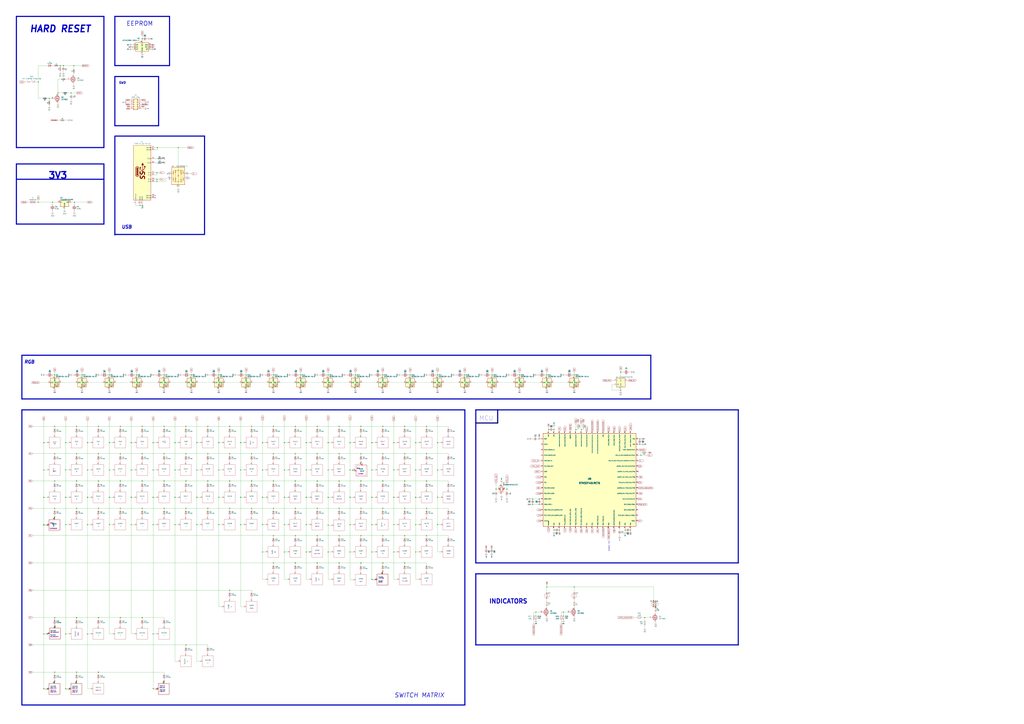
<source format=kicad_sch>
(kicad_sch (version 20230121) (generator eeschema)
  (paper "A0")
  (title_block (title "AustinPCB") (date "2022-11-22") (rev "v2.2.2") (company "Designed by Gondolindrim") (comment 1 "In partnership with driftingbunnies and PheonixStar"))
  (junction (at 158.75 435.61) (diameter 1.016))
  (junction (at 469.9 558.8) (diameter 1.016))
  (junction (at 177.8 800.1))
  (junction (at 457.2 577.85) (diameter 1.016))
  (junction (at 431.8 641.35))
  (junction (at 469.9 527.05))
  (junction (at 285.75 435.61) (diameter 1.016))
  (junction (at 127 435.61) (diameter 1.016))
  (junction (at 748.665 717.55))
  (junction (at 165.1 238.76) (diameter 1.016))
  (junction (at 177.8 577.85) (diameter 1.016))
  (junction (at 279.4 609.6))
  (junction (at 266.7 685.8))
  (junction (at 292.1 590.55))
  (junction (at 165.1 527.05))
  (junction (at 63.5 717.55))
  (junction (at 626.11 579.755) (diameter 0.9144))
  (junction (at 139.7 527.05))
  (junction (at 317.5 435.61) (diameter 1.016))
  (junction (at 76.2 800.1))
  (junction (at 304.8 641.35))
  (junction (at 742.95 516.255))
  (junction (at 469.9 590.55))
  (junction (at 482.6 609.6))
  (junction (at 114.3 590.55))
  (junction (at 165.1 590.55))
  (junction (at 457.2 546.1))
  (junction (at 228.6 514.35) (diameter 1.016))
  (junction (at 165.1 45.085) (diameter 0.9144))
  (junction (at 444.5 527.05))
  (junction (at 406.4 577.85) (diameter 1.016))
  (junction (at 444.5 590.55))
  (junction (at 101.6 546.1))
  (junction (at 431.8 514.35) (diameter 1.016))
  (junction (at 342.9 654.05) (diameter 1.016))
  (junction (at 57.15 114.3))
  (junction (at 304.8 577.85) (diameter 1.016))
  (junction (at 419.1 527.05))
  (junction (at 675.005 499.11) (diameter 0.9144))
  (junction (at 88.9 558.8) (diameter 1.016))
  (junction (at 635 681.99))
  (junction (at 317.5 527.05))
  (junction (at 618.49 579.755) (diameter 0.9144))
  (junction (at 69.85 76.2) (diameter 1.016))
  (junction (at 292.1 558.8) (diameter 1.016))
  (junction (at 63.5 791.21))
  (junction (at 355.6 609.6))
  (junction (at 654.05 711.2))
  (junction (at 368.3 622.3))
  (junction (at 165.1 558.8) (diameter 1.016))
  (junction (at 279.4 546.1))
  (junction (at 63.5 781.05))
  (junction (at 292.1 495.3))
  (junction (at 190.5 495.3))
  (junction (at 203.2 609.6))
  (junction (at 88.9 527.05))
  (junction (at 342.9 527.05))
  (junction (at 508 514.35) (diameter 1.016))
  (junction (at 304.8 546.1))
  (junction (at 114.3 781.05) (diameter 1.016))
  (junction (at 419.1 495.3))
  (junction (at 114.3 717.55) (diameter 1.016))
  (junction (at 393.7 590.55))
  (junction (at 476.25 435.61) (diameter 1.016))
  (junction (at 254 514.35) (diameter 1.016))
  (junction (at 381 514.35) (diameter 1.016))
  (junction (at 330.2 609.6))
  (junction (at 254 435.61) (diameter 1.016))
  (junction (at 127 577.85) (diameter 1.016))
  (junction (at 355.6 577.85) (diameter 1.016))
  (junction (at 482.6 577.85) (diameter 1.016))
  (junction (at 114.3 558.8) (diameter 1.016))
  (junction (at 139.7 717.55) (diameter 1.016))
  (junction (at 457.2 514.35) (diameter 1.016))
  (junction (at 469.9 622.3))
  (junction (at 228.6 546.1))
  (junction (at 393.7 495.3))
  (junction (at 76.2 736.6))
  (junction (at 152.4 546.1))
  (junction (at 431.8 673.1))
  (junction (at 495.3 622.3))
  (junction (at 626.11 509.905) (diameter 0.9144))
  (junction (at 355.6 514.35) (diameter 1.016))
  (junction (at 215.9 558.8) (diameter 1.016))
  (junction (at 393.7 654.05) (diameter 1.016))
  (junction (at 330.2 514.35) (diameter 1.016))
  (junction (at 182.245 208.28) (diameter 1.016))
  (junction (at 720.725 453.39))
  (junction (at 114.3 527.05))
  (junction (at 393.7 527.05))
  (junction (at 139.7 590.55))
  (junction (at 355.6 546.1))
  (junction (at 330.2 546.1))
  (junction (at 666.75 681.99))
  (junction (at 330.2 641.35))
  (junction (at 76.2 609.6))
  (junction (at 266.7 495.3) (diameter 1.016))
  (junction (at 165.1 495.3))
  (junction (at 469.9 495.3))
  (junction (at 76.2 577.85) (diameter 1.016))
  (junction (at 190.5 590.55))
  (junction (at 165.1 717.55) (diameter 1.016))
  (junction (at 254 546.1))
  (junction (at 162.56 238.76))
  (junction (at 317.5 590.55))
  (junction (at 182.245 210.82))
  (junction (at 742.95 509.905))
  (junction (at 419.1 590.55))
  (junction (at 626.11 586.105) (diameter 0.9144))
  (junction (at 622.3 711.2))
  (junction (at 203.2 514.35) (diameter 1.016))
  (junction (at 215.9 495.3))
  (junction (at 241.3 590.55))
  (junction (at 444.5 663.575))
  (junction (at 63.5 495.3))
  (junction (at 635 435.61) (diameter 1.016))
  (junction (at 744.22 528.955))
  (junction (at 317.5 622.3))
  (junction (at 279.4 577.85) (diameter 1.016))
  (junction (at 643.255 499.11) (diameter 0.9144))
  (junction (at 228.6 609.6))
  (junction (at 152.4 514.35) (diameter 1.016))
  (junction (at 368.3 590.55))
  (junction (at 44.45 234.95))
  (junction (at 67.31 107.95))
  (junction (at 539.75 435.61) (diameter 1.016))
  (junction (at 63.5 590.55))
  (junction (at 381 435.61) (diameter 1.016))
  (junction (at 431.8 577.85) (diameter 1.016))
  (junction (at 444.5 495.3))
  (junction (at 279.4 514.35) (diameter 1.016))
  (junction (at 342.9 495.3))
  (junction (at 482.6 641.35))
  (junction (at 50.8 800.1))
  (junction (at 444.5 435.61) (diameter 1.016))
  (junction (at 60.96 234.95))
  (junction (at 393.7 622.3))
  (junction (at 495.3 527.05))
  (junction (at 50.8 736.6))
  (junction (at 215.9 590.55))
  (junction (at 177.8 736.6))
  (junction (at 368.3 527.05))
  (junction (at 649.605 615.95))
  (junction (at 431.8 546.1))
  (junction (at 88.9 590.55))
  (junction (at 342.9 590.55))
  (junction (at 207.01 171.45))
  (junction (at 76.2 546.1))
  (junction (at 666.75 435.61) (diameter 1.016))
  (junction (at 254 577.85))
  (junction (at 88.9 495.3))
  (junction (at 190.5 435.61) (diameter 1.016))
  (junction (at 85.725 76.2))
  (junction (at 381 641.35))
  (junction (at 368.3 495.3))
  (junction (at 101.6 577.85) (diameter 1.016))
  (junction (at 177.8 546.1))
  (junction (at 495.3 495.3))
  (junction (at 292.1 527.05))
  (junction (at 73.66 76.2) (diameter 1.016))
  (junction (at 359.41 641.35))
  (junction (at 127 609.6))
  (junction (at 190.5 527.05))
  (junction (at 63.5 527.05))
  (junction (at 508 435.61) (diameter 1.016))
  (junction (at 222.25 435.61) (diameter 1.016))
  (junction (at 114.3 495.3))
  (junction (at 482.6 514.35) (diameter 1.016))
  (junction (at 342.9 622.3))
  (junction (at 139.7 495.3))
  (junction (at 127 546.1))
  (junction (at 88.9 791.21) (diameter 1.016))
  (junction (at 482.6 546.1))
  (junction (at 241.3 495.3))
  (junction (at 50.8 577.85) (diameter 1.016))
  (junction (at 63.5 727.075))
  (junction (at 508 577.85))
  (junction (at 63.5 600.71))
  (junction (at 317.5 495.3))
  (junction (at 406.4 641.35))
  (junction (at 63.5 558.8))
  (junction (at 393.7 558.8) (diameter 1.016))
  (junction (at 419.1 537.21))
  (junction (at 317.5 558.8) (diameter 1.016))
  (junction (at 203.2 546.1))
  (junction (at 381 546.1))
  (junction (at 381 610.235))
  (junction (at 304.8 609.6))
  (junction (at 457.2 641.35))
  (junction (at 330.2 577.85) (diameter 1.016))
  (junction (at 643.255 615.95))
  (junction (at 177.8 514.35) (diameter 1.016))
  (junction (at 508 546.1))
  (junction (at 101.6 609.6))
  (junction (at 406.4 609.6))
  (junction (at 349.25 435.61) (diameter 1.016))
  (junction (at 86.36 234.95))
  (junction (at 44.45 95.25))
  (junction (at 139.7 558.8) (diameter 1.016))
  (junction (at 419.1 622.3))
  (junction (at 152.4 609.6))
  (junction (at 668.655 499.11) (diameter 0.9144))
  (junction (at 50.8 610.235))
  (junction (at 50.8 609.6))
  (junction (at 152.4 577.85) (diameter 1.016))
  (junction (at 63.5 435.61) (diameter 1.016))
  (junction (at 182.88 171.45) (diameter 1.016))
  (junction (at 732.155 615.95))
  (junction (at 88.9 781.05) (diameter 1.016))
  (junction (at 101.6 736.6))
  (junction (at 368.3 558.8) (diameter 1.016))
  (junction (at 215.9 749.3))
  (junction (at 304.8 514.35) (diameter 1.016))
  (junction (at 88.9 717.55) (diameter 1.016))
  (junction (at 457.2 609.6))
  (junction (at 409.575 546.1) (diameter 0.9144))
  (junction (at 618.49 586.105) (diameter 0.9144))
  (junction (at 54.61 736.6) (diameter 1.016))
  (junction (at 266.7 590.55))
  (junction (at 355.6 641.35))
  (junction (at 469.9 654.05) (diameter 1.016))
  (junction (at 588.645 568.325) (diameter 0.9144))
  (junction (at 203.2 577.85) (diameter 1.016))
  (junction (at 575.945 568.325) (diameter 0.9144))
  (junction (at 406.4 546.1))
  (junction (at 761.365 705.485) (diameter 1.016))
  (junction (at 508 609.6))
  (junction (at 82.55 107.95))
  (junction (at 444.5 622.3))
  (junction (at 406.4 514.35) (diameter 1.016))
  (junction (at 241.3 558.8) (diameter 1.016))
  (junction (at 215.9 527.05))
  (junction (at 636.905 499.11) (diameter 0.9144))
  (junction (at 758.825 697.865) (diameter 0.9144))
  (junction (at 95.25 435.61) (diameter 1.016))
  (junction (at 571.5 435.61) (diameter 1.016))
  (junction (at 720.725 432.435) (diameter 1.016))
  (junction (at 603.25 435.61) (diameter 1.016))
  (junction (at 381 577.85) (diameter 1.016))
  (junction (at 444.5 558.8) (diameter 1.016))
  (junction (at 50.8 546.1))
  (junction (at 317.5 654.05))
  (junction (at 495.3 558.8) (diameter 1.016))
  (junction (at 190.5 791.21) (diameter 1.016))
  (junction (at 495.3 590.55))
  (junction (at 101.6 514.35) (diameter 1.016))
  (junction (at 50.8 514.35) (diameter 1.016))
  (junction (at 444.5 654.05) (diameter 1.016))
  (junction (at 190.5 558.8) (diameter 1.016))
  (junction (at 419.1 558.8) (diameter 1.016))
  (junction (at 182.245 200.66) (diameter 1.016))
  (junction (at 431.8 609.6))
  (junction (at 368.3 654.05) (diameter 1.016))
  (junction (at 177.8 609.6))
  (junction (at 266.7 558.8) (diameter 1.016))
  (junction (at 725.805 615.95))
  (junction (at 228.6 577.85) (diameter 1.016))
  (junction (at 412.75 435.61) (diameter 1.016))
  (junction (at 241.3 527.05))
  (junction (at 266.7 527.05))
  (junction (at 419.1 654.05) (diameter 1.016))
  (junction (at 342.9 558.8) (diameter 1.016))
  (junction (at 76.2 514.35) (diameter 1.016))
  (junction (at 127 514.35) (diameter 1.016))
  (junction (at 254 609.6))
  (no_connect (at 194.31 201.93))
  (no_connect (at 219.71 207.01))
  (no_connect (at 741.045 548.005))
  (no_connect (at 180.34 227.33))
  (no_connect (at 180.34 229.87))
  (wire (pts (xy 190.5 432.435) (xy 190.5 435.61)))
  (wire (pts (xy 54.61 514.35) (xy 50.8 514.35)))
  (wire (pts (xy 215.9 590.55) (xy 215.9 591.82)))
  (wire (pts (xy 279.4 546.1) (xy 279.4 577.85)))
  (wire (pts (xy 304.8 546.1) (xy 304.8 577.85)))
  (wire (pts (xy 254 432.435) (xy 254 435.61)))
  (wire (pts (xy 317.5 558.8) (xy 317.5 560.07)))
  (wire (pts (xy 222.25 432.435) (xy 222.25 435.61)))
  (wire (pts (xy 410.21 514.35) (xy 406.4 514.35)))
  (wire (pts (xy 152.4 488.315) (xy 152.4 514.35)))
  (wire (pts (xy 50.8 546.1) (xy 50.8 577.85)))
  (wire (pts (xy 63.5 781.05) (xy 63.5 782.32)))
  (wire (pts (xy 88.9 558.8) (xy 88.9 560.07)))
  (wire (pts (xy 44.45 234.95) (xy 60.96 234.95)))
  (wire (pts (xy 643.255 615.95) (xy 643.255 617.855)))
  (wire (pts (xy 207.01 171.45) (xy 217.805 171.45)))
  (wire (pts (xy 496.57 435.61) (xy 498.475 435.61)))
  (wire (pts (xy 232.41 546.1) (xy 228.6 546.1)))
  (wire (pts (xy 355.6 641.35) (xy 359.41 641.35)))
  (wire (pts (xy 508 609.6) (xy 508 641.35)))
  (wire (pts (xy 461.01 673.1) (xy 457.2 673.1)))
  (wire (pts (xy 622.3 711.2) (xy 622.3 715.01)))
  (wire (pts (xy 635 432.435) (xy 635 435.61)))
  (wire (pts (xy 409.575 546.1) (xy 409.575 547.37)))
  (wire (pts (xy 283.21 609.6) (xy 279.4 609.6)))
  (wire (pts (xy 266.7 599.44) (xy 266.7 600.71)))
  (polyline (pts (xy 857.25 749.3) (xy 857.25 666.75)) (stroke (width 1.27) (type solid)))
  (wire (pts (xy 114.3 590.55) (xy 114.3 591.82)))
  (wire (pts (xy 266.7 527.05) (xy 266.7 528.32)))
  (wire (pts (xy 105.41 546.1) (xy 101.6 546.1)))
  (wire (pts (xy 292.1 558.8) (xy 292.1 560.07)))
  (wire (pts (xy 520.7 590.55) (xy 520.7 591.82)))
  (wire (pts (xy 292.1 590.55) (xy 292.1 591.82)))
  (wire (pts (xy 252.095 435.61) (xy 254 435.61)))
  (wire (pts (xy 63.5 527.05) (xy 88.9 527.05)))
  (wire (pts (xy 368.3 495.3) (xy 368.3 496.57)))
  (wire (pts (xy 60.96 234.95) (xy 60.96 237.49)))
  (wire (pts (xy 63.5 781.05) (xy 88.9 781.05)))
  (wire (pts (xy 257.81 514.35) (xy 254 514.35)))
  (wire (pts (xy 508 488.95) (xy 508 514.35)))
  (wire (pts (xy 46.355 444.5) (xy 55.88 444.5)))
  (wire (pts (xy 457.2 488.95) (xy 457.2 514.35)))
  (wire (pts (xy 359.41 577.85) (xy 355.6 577.85)))
  (wire (pts (xy 207.01 768.35) (xy 203.2 768.35)))
  (wire (pts (xy 520.7 495.3) (xy 520.7 496.57)))
  (polyline (pts (xy 133.35 273.05) (xy 133.35 158.75)) (stroke (width 1.27) (type solid)))
  (wire (pts (xy 666.75 704.215) (xy 666.75 706.12)))
  (wire (pts (xy 232.41 514.35) (xy 228.6 514.35)))
  (wire (pts (xy 748.665 726.44) (xy 748.665 730.25)))
  (wire (pts (xy 393.7 590.55) (xy 393.7 591.82)))
  (wire (pts (xy 114.3 495.3) (xy 139.7 495.3)))
  (wire (pts (xy 671.195 492.76) (xy 671.195 490.855)))
  (wire (pts (xy 419.1 599.44) (xy 419.1 600.71)))
  (wire (pts (xy 469.9 567.69) (xy 469.9 568.96)))
  (polyline (pts (xy 120.65 190.5) (xy 120.65 260.35)) (stroke (width 1.27) (type solid)))
  (wire (pts (xy 569.595 435.61) (xy 571.5 435.61)))
  (wire (pts (xy 54.61 735.965) (xy 54.61 736.6)))
  (wire (pts (xy 158.75 435.61) (xy 158.75 436.88)))
  (polyline (pts (xy 133.35 19.05) (xy 133.35 76.2)) (stroke (width 1.27) (type solid)))
  (wire (pts (xy 419.1 558.8) (xy 444.5 558.8)))
  (wire (pts (xy 215.9 749.3) (xy 215.9 750.57)))
  (wire (pts (xy 434.975 673.735) (xy 431.8 673.735)))
  (wire (pts (xy 38.1 685.8) (xy 266.7 685.8)))
  (wire (pts (xy 62.865 791.845) (xy 62.865 791.21)))
  (wire (pts (xy 666.75 435.61) (xy 666.75 436.88)))
  (wire (pts (xy 469.9 535.94) (xy 469.9 537.21)))
  (wire (pts (xy 80.01 736.6) (xy 76.2 736.6)))
  (wire (pts (xy 41.91 234.95) (xy 44.45 234.95)))
  (wire (pts (xy 330.2 488.315) (xy 330.2 514.35)))
  (wire (pts (xy 215.9 599.44) (xy 215.9 600.71)))
  (wire (pts (xy 156.845 435.61) (xy 158.75 435.61)))
  (wire (pts (xy 130.81 736.6) (xy 127 736.6)))
  (wire (pts (xy 50.8 736.6) (xy 50.8 800.1)))
  (wire (pts (xy 495.3 590.55) (xy 495.3 591.82)))
  (wire (pts (xy 139.7 504.19) (xy 139.7 505.46)))
  (wire (pts (xy 63.5 527.05) (xy 63.5 528.32)))
  (wire (pts (xy 368.3 662.94) (xy 368.3 664.21)))
  (wire (pts (xy 210.82 435.61) (xy 212.725 435.61)))
  (wire (pts (xy 63.5 789.94) (xy 63.5 791.21)))
  (wire (pts (xy 38.1 558.8) (xy 63.5 558.8)))
  (wire (pts (xy 495.3 567.69) (xy 495.3 568.96)))
  (wire (pts (xy 62.865 791.21) (xy 63.5 791.21)))
  (wire (pts (xy 177.8 609.6) (xy 177.8 736.6)))
  (wire (pts (xy 88.9 504.19) (xy 88.9 505.46)))
  (wire (pts (xy 86.36 237.49) (xy 86.36 234.95)))
  (wire (pts (xy 64.135 727.075) (xy 63.5 727.075)))
  (wire (pts (xy 330.2 609.6) (xy 330.2 641.35)))
  (wire (pts (xy 182.245 210.82) (xy 182.245 208.28)))
  (bus (pts (xy 552.45 491.49) (xy 577.85 491.49)) (stroke (width 1.27)))
  (wire (pts (xy 435.61 577.85) (xy 431.8 577.85)))
  (wire (pts (xy 419.1 558.8) (xy 419.1 560.07)))
  (wire (pts (xy 355.6 488.315) (xy 355.6 514.35)))
  (wire (pts (xy 406.4 641.35) (xy 406.4 673.735)))
  (wire (pts (xy 435.61 609.6) (xy 431.8 609.6)))
  (wire (pts (xy 508 577.85) (xy 508 609.6)))
  (polyline (pts (xy 133.35 146.05) (xy 133.35 88.9)) (stroke (width 1.27) (type solid)))
  (wire (pts (xy 228.6 546.1) (xy 228.6 577.85)))
  (wire (pts (xy 190.5 495.3) (xy 190.5 496.57)))
  (wire (pts (xy 165.1 558.8) (xy 165.1 560.07)))
  (wire (pts (xy 165.1 717.55) (xy 190.5 717.55)))
  (wire (pts (xy 649.605 615.95) (xy 648.97 615.95)))
  (wire (pts (xy 349.25 435.61) (xy 349.25 436.88)))
  (wire (pts (xy 342.9 527.05) (xy 368.3 527.05)))
  (wire (pts (xy 241.3 504.19) (xy 241.3 505.46)))
  (wire (pts (xy 67.31 119.38) (xy 67.31 120.65)))
  (wire (pts (xy 393.7 622.3) (xy 393.7 623.57)))
  (wire (pts (xy 368.3 654.05) (xy 368.3 655.32)))
  (wire (pts (xy 67.31 107.95) (xy 73.025 107.95)))
  (wire (pts (xy 73.66 76.2) (xy 73.66 77.47)))
  (wire (pts (xy 520.7 631.19) (xy 520.7 632.46)))
  (wire (pts (xy 50.8 609.6) (xy 54.61 609.6)))
  (wire (pts (xy 601.345 435.61) (xy 603.25 435.61)))
  (wire (pts (xy 486.41 673.1) (xy 482.6 673.1)))
  (wire (pts (xy 88.9 789.94) (xy 88.9 791.21)))
  (wire (pts (xy 317.5 654.05) (xy 342.9 654.05)))
  (polyline (pts (xy 25.4 476.25) (xy 539.75 476.25)) (stroke (width 1.27) (type solid)))
  (wire (pts (xy 520.7 622.3) (xy 520.7 623.57)))
  (wire (pts (xy 469.9 590.55) (xy 469.9 591.82)))
  (wire (pts (xy 139.7 590.55) (xy 139.7 591.82)))
  (wire (pts (xy 725.805 615.95) (xy 725.805 617.855)))
  (wire (pts (xy 190.5 504.19) (xy 190.5 505.46)))
  (wire (pts (xy 101.6 577.85) (xy 101.6 609.6)))
  (wire (pts (xy 671.195 499.11) (xy 671.195 497.84)))
  (wire (pts (xy 241.3 527.05) (xy 241.3 528.32)))
  (wire (pts (xy 292.1 527.05) (xy 292.1 528.32)))
  (wire (pts (xy 44.45 95.25) (xy 44.45 114.3)))
  (wire (pts (xy 381 577.85) (xy 381 610.235)))
  (wire (pts (xy 483.87 444.5) (xy 500.38 444.5)))
  (wire (pts (xy 220.345 435.61) (xy 222.25 435.61)))
  (wire (pts (xy 130.81 546.1) (xy 127 546.1)))
  (polyline (pts (xy 196.85 19.05) (xy 196.85 76.2)) (stroke (width 1.27) (type solid)))
  (wire (pts (xy 560.07 435.61) (xy 561.975 435.61)))
  (wire (pts (xy 215.9 504.19) (xy 215.9 505.46)))
  (wire (pts (xy 635 704.215) (xy 635 706.12)))
  (wire (pts (xy 152.4 514.35) (xy 152.4 546.1)))
  (wire (pts (xy 464.82 435.61) (xy 466.725 435.61)))
  (wire (pts (xy 444.5 432.435) (xy 444.5 435.61)))
  (wire (pts (xy 393.7 495.3) (xy 393.7 496.57)))
  (wire (pts (xy 511.81 641.35) (xy 508 641.35)))
  (wire (pts (xy 761.365 710.565) (xy 761.365 712.47)))
  (wire (pts (xy 461.01 609.6) (xy 457.2 609.6)))
  (wire (pts (xy 571.5 432.435) (xy 571.5 435.61)))
  (wire (pts (xy 88.9 535.94) (xy 88.9 537.21)))
  (wire (pts (xy 655.32 435.61) (xy 657.225 435.61)))
  (wire (pts (xy 63.5 558.8) (xy 88.9 558.8)))
  (wire (pts (xy 105.41 577.85) (xy 101.6 577.85)))
  (wire (pts (xy 88.9 527.05) (xy 88.9 528.32)))
  (wire (pts (xy 495.3 535.94) (xy 495.3 537.21)))
  (wire (pts (xy 165.1 590.55) (xy 165.1 591.82)))
  (wire (pts (xy 457.2 577.85) (xy 457.2 609.6)))
  (wire (pts (xy 54.61 736.6) (xy 50.8 736.6)))
  (wire (pts (xy 356.87 444.5) (xy 373.38 444.5)))
  (wire (pts (xy 654.05 711.2) (xy 659.13 711.2)))
  (wire (pts (xy 511.81 514.35) (xy 508 514.35)))
  (wire (pts (xy 308.61 514.35) (xy 304.8 514.35)))
  (wire (pts (xy 419.1 590.55) (xy 444.5 590.55)))
  (polyline (pts (xy 552.45 476.25) (xy 857.25 476.25)) (stroke (width 1.27) (type solid)))
  (wire (pts (xy 486.41 577.85) (xy 482.6 577.85)))
  (wire (pts (xy 67.31 107.95) (xy 67.31 109.22)))
  (wire (pts (xy 153.035 52.07) (xy 154.94 52.07)))
  (wire (pts (xy 241.3 758.19) (xy 241.3 759.46)))
  (wire (pts (xy 744.22 525.78) (xy 744.22 528.955)))
  (wire (pts (xy 85.725 85.09) (xy 85.725 86.995)))
  (wire (pts (xy 723.265 432.435) (xy 720.725 432.435)))
  (wire (pts (xy 342.9 662.94) (xy 342.9 664.21)))
  (wire (pts (xy 330.2 546.1) (xy 330.2 577.85)))
  (wire (pts (xy 60.96 246.38) (xy 60.96 245.11)))
  (wire (pts (xy 190.5 527.05) (xy 190.5 528.32)))
  (wire (pts (xy 393.7 567.69) (xy 393.7 568.96)))
  (wire (pts (xy 304.8 577.85) (xy 304.8 609.6)))
  (wire (pts (xy 337.82 435.61) (xy 339.725 435.61)))
  (wire (pts (xy 60.96 234.95) (xy 67.31 234.95)))
  (wire (pts (xy 101.6 546.1) (xy 101.6 577.85)))
  (wire (pts (xy 626.11 508) (xy 626.11 509.905)))
  (polyline (pts (xy 552.45 654.05) (xy 552.45 476.25)) (stroke (width 1.27) (type solid)))
  (wire (pts (xy 368.3 654.05) (xy 393.7 654.05)))
  (wire (pts (xy 306.07 435.61) (xy 307.975 435.61)))
  (wire (pts (xy 410.21 673.735) (xy 406.4 673.735)))
  (wire (pts (xy 435.61 673.1) (xy 431.8 673.1)))
  (wire (pts (xy 114.3 535.94) (xy 114.3 537.21)))
  (wire (pts (xy 486.41 546.1) (xy 482.6 546.1)))
  (wire (pts (xy 190.5 781.05) (xy 190.5 782.32)))
  (wire (pts (xy 368.3 590.55) (xy 368.3 591.82)))
  (wire (pts (xy 539.75 432.435) (xy 539.75 435.61)))
  (wire (pts (xy 215.9 527.05) (xy 241.3 527.05)))
  (wire (pts (xy 179.07 435.61) (xy 180.975 435.61)))
  (wire (pts (xy 476.25 435.61) (xy 476.25 436.88)))
  (wire (pts (xy 162.56 237.49) (xy 162.56 238.76)))
  (wire (pts (xy 732.155 615.95) (xy 731.52 615.95)))
  (wire (pts (xy 482.6 488.95) (xy 482.6 514.35)))
  (wire (pts (xy 342.9 558.8) (xy 342.9 560.07)))
  (wire (pts (xy 76.2 577.85) (xy 76.2 609.6)))
  (wire (pts (xy 666.75 681.99) (xy 666.75 688.34)))
  (wire (pts (xy 241.3 590.55) (xy 266.7 590.55)))
  (wire (pts (xy 649.605 615.95) (xy 649.605 617.855)))
  (wire (pts (xy 433.07 435.61) (xy 434.975 435.61)))
  (wire (pts (xy 44.45 76.2) (xy 44.45 95.25)))
  (wire (pts (xy 444.5 495.3) (xy 469.9 495.3)))
  (wire (pts (xy 469.9 622.3) (xy 469.9 623.57)))
  (wire (pts (xy 623.57 435.61) (xy 625.475 435.61)))
  (wire (pts (xy 241.3 567.69) (xy 241.3 568.96)))
  (wire (pts (xy 469.9 527.05) (xy 495.3 527.05)))
  (wire (pts (xy 355.6 546.1) (xy 355.6 577.85)))
  (polyline (pts (xy 552.45 749.3) (xy 857.25 749.3)) (stroke (width 1.27) (type solid)))
  (wire (pts (xy 520.7 567.69) (xy 520.7 568.96)))
  (wire (pts (xy 342.9 495.3) (xy 342.9 496.57)))
  (wire (pts (xy 411.48 547.37) (xy 409.575 547.37)))
  (wire (pts (xy 165.1 535.94) (xy 165.1 537.21)))
  (wire (pts (xy 182.245 208.28) (xy 184.785 208.28)))
  (wire (pts (xy 228.6 488.315) (xy 228.6 514.35)))
  (wire (pts (xy 666.75 716.28) (xy 666.75 717.55)))
  (wire (pts (xy 88.9 781.05) (xy 114.3 781.05)))
  (wire (pts (xy 457.2 609.6) (xy 457.2 641.35)))
  (wire (pts (xy 342.9 590.55) (xy 368.3 590.55)))
  (wire (pts (xy 114.3 717.55) (xy 114.3 718.82)))
  (wire (pts (xy 642.62 499.11) (xy 643.255 499.11)))
  (wire (pts (xy 241.3 590.55) (xy 241.3 591.82)))
  (wire (pts (xy 165.1 726.44) (xy 165.1 727.71)))
  (wire (pts (xy 379.095 435.61) (xy 381 435.61)))
  (wire (pts (xy 190.5 558.8) (xy 215.9 558.8)))
  (wire (pts (xy 342.9 654.05) (xy 342.9 655.32)))
  (wire (pts (xy 190.5 527.05) (xy 215.9 527.05)))
  (wire (pts (xy 182.245 210.82) (xy 192.405 210.82)))
  (wire (pts (xy 88.9 726.44) (xy 88.9 727.71)))
  (wire (pts (xy 38.1 527.05) (xy 63.5 527.05)))
  (wire (pts (xy 528.32 435.61) (xy 530.225 435.61)))
  (wire (pts (xy 257.81 546.1) (xy 254 546.1)))
  (polyline (pts (xy 237.49 272.415) (xy 237.49 158.115)) (stroke (width 1.27) (type solid)))
  (wire (pts (xy 719.455 621.03) (xy 719.455 622.935)))
  (wire (pts (xy 435.61 641.35) (xy 431.8 641.35)))
  (wire (pts (xy 127 577.85) (xy 127 609.6)))
  (wire (pts (xy 261.62 444.5) (xy 278.13 444.5)))
  (wire (pts (xy 134.62 444.5) (xy 151.13 444.5)))
  (wire (pts (xy 520.7 599.44) (xy 520.7 600.71)))
  (wire (pts (xy 180.34 210.82) (xy 182.245 210.82)))
  (wire (pts (xy 588.645 578.485) (xy 588.645 575.945)))
  (wire (pts (xy 431.8 577.85) (xy 431.8 609.6)))
  (wire (pts (xy 742.95 509.905) (xy 742.95 510.54)))
  (wire (pts (xy 461.01 577.85) (xy 457.2 577.85)))
  (wire (pts (xy 508 432.435) (xy 508 435.61)))
  (wire (pts (xy 203.2 546.1) (xy 203.2 577.85)))
  (wire (pts (xy 50.8 800.1) (xy 50.8 800.735)))
  (wire (pts (xy 342.9 535.94) (xy 342.9 537.21)))
  (wire (pts (xy 419.1 663.575) (xy 419.1 664.845)))
  (wire (pts (xy 495.3 662.94) (xy 495.3 664.21)))
  (wire (pts (xy 82.55 109.855) (xy 82.55 107.95)))
  (wire (pts (xy 419.1 527.05) (xy 419.1 528.32)))
  (wire (pts (xy 88.9 717.55) (xy 88.9 718.82)))
  (wire (pts (xy 182.88 173.99) (xy 182.88 171.45)))
  (wire (pts (xy 165.1 599.44) (xy 165.1 600.71)))
  (wire (pts (xy 359.41 546.1) (xy 355.6 546.1)))
  (wire (pts (xy 342.9 622.3) (xy 368.3 622.3)))
  (wire (pts (xy 342.9 631.19) (xy 342.9 632.46)))
  (wire (pts (xy 63.5 599.44) (xy 63.5 600.71)))
  (wire (pts (xy 393.7 631.19) (xy 393.7 632.46)))
  (wire (pts (xy 181.61 736.6) (xy 177.8 736.6)))
  (wire (pts (xy 495.3 590.55) (xy 520.7 590.55)))
  (wire (pts (xy 44.45 76.2) (xy 53.975 76.2)))
  (wire (pts (xy 668.655 499.11) (xy 671.195 499.11)))
  (polyline (pts (xy 25.4 819.15) (xy 539.75 819.15)) (stroke (width 1.27) (type solid)))
  (wire (pts (xy 575.945 578.485) (xy 575.945 575.945)))
  (wire (pts (xy 342.9 590.55) (xy 342.9 591.82)))
  (wire (pts (xy 162.56 238.76) (xy 165.1 238.76)))
  (wire (pts (xy 85.725 76.2) (xy 85.725 80.01)))
  (wire (pts (xy 618.49 586.105) (xy 616.585 586.105)))
  (wire (pts (xy 508 435.61) (xy 508 436.88)))
  (wire (pts (xy 748.665 717.55) (xy 753.745 717.55)))
  (wire (pts (xy 635 716.28) (xy 635 717.55)))
  (wire (pts (xy 241.3 495.3) (xy 241.3 496.57)))
  (wire (pts (xy 495.3 504.19) (xy 495.3 505.46)))
  (wire (pts (xy 495.3 527.05) (xy 520.7 527.05)))
  (wire (pts (xy 476.25 432.435) (xy 476.25 435.61)))
  (wire (pts (xy 95.25 432.435) (xy 95.25 435.61)))
  (wire (pts (xy 177.8 546.1) (xy 177.8 577.85)))
  (wire (pts (xy 187.96 189.23) (xy 189.23 189.23)))
  (wire (pts (xy 511.81 546.1) (xy 508 546.1)))
  (wire (pts (xy 308.61 641.35) (xy 304.8 641.35)))
  (wire (pts (xy 125.095 435.61) (xy 127 435.61)))
  (wire (pts (xy 520.7 535.94) (xy 520.7 537.21)))
  (wire (pts (xy 182.245 208.28) (xy 180.34 208.28)))
  (wire (pts (xy 643.255 499.11) (xy 643.255 501.015)))
  (wire (pts (xy 190.5 535.94) (xy 190.5 537.21)))
  (wire (pts (xy 520.7 558.8) (xy 520.7 560.07)))
  (wire (pts (xy 105.41 514.35) (xy 101.6 514.35)))
  (wire (pts (xy 431.8 609.6) (xy 431.8 641.35)))
  (wire (pts (xy 419.1 504.19) (xy 419.1 505.46)))
  (wire (pts (xy 642.62 444.5) (xy 659.13 444.5)))
  (wire (pts (xy 431.8 641.35) (xy 431.8 673.1)))
  (wire (pts (xy 388.62 444.5) (xy 405.13 444.5)))
  (wire (pts (xy 469.9 504.19) (xy 469.9 505.46)))
  (wire (pts (xy 419.1 654.05) (xy 444.5 654.05)))
  (wire (pts (xy 474.345 435.61) (xy 476.25 435.61)))
  (wire (pts (xy 469.9 527.05) (xy 469.9 528.32)))
  (wire (pts (xy 254 609.6) (xy 254 704.85)))
  (wire (pts (xy 207.01 217.17) (xy 207.01 219.075)))
  (wire (pts (xy 180.34 203.2) (xy 182.245 203.2)))
  (polyline (pts (xy 120.65 19.05) (xy 120.65 171.45)) (stroke (width 1.27) (type solid)))
  (wire (pts (xy 579.12 444.5) (xy 595.63 444.5)))
  (wire (pts (xy 342.9 599.44) (xy 342.9 600.71)))
  (wire (pts (xy 654.05 720.09) (xy 654.05 720.725)))
  (wire (pts (xy 241.3 749.3) (xy 241.3 750.57)))
  (wire (pts (xy 279.4 704.85) (xy 283.21 704.85)))
  (wire (pts (xy 232.41 577.85) (xy 228.6 577.85)))
  (wire (pts (xy 308.61 577.85) (xy 304.8 577.85)))
  (polyline (pts (xy 755.65 463.55) (xy 25.4 463.55)) (stroke (width 1.27) (type solid)))
  (wire (pts (xy 101.6 609.6) (xy 101.6 736.6)))
  (wire (pts (xy 410.845 435.61) (xy 412.75 435.61)))
  (wire (pts (xy 215.9 590.55) (xy 241.3 590.55)))
  (wire (pts (xy 80.01 514.35) (xy 76.2 514.35)))
  (wire (pts (xy 742.95 509.905) (xy 744.855 509.905)))
  (wire (pts (xy 156.21 546.1) (xy 152.4 546.1)))
  (wire (pts (xy 617.22 509.905) (xy 619.125 509.905)))
  (wire (pts (xy 720.725 432.435) (xy 720.725 430.53)))
  (wire (pts (xy 274.32 435.61) (xy 276.225 435.61)))
  (wire (pts (xy 406.4 514.35) (xy 406.4 546.1)))
  (wire (pts (xy 266.7 558.8) (xy 292.1 558.8)))
  (wire (pts (xy 165.1 527.05) (xy 165.1 528.32)))
  (wire (pts (xy 444.5 663.575) (xy 443.865 663.575)))
  (wire (pts (xy 304.8 514.35) (xy 304.8 546.1)))
  (wire (pts (xy 618.49 580.39) (xy 618.49 579.755)))
  (wire (pts (xy 368.3 558.8) (xy 393.7 558.8)))
  (wire (pts (xy 53.975 800.735) (xy 50.8 800.735)))
  (wire (pts (xy 152.4 577.85) (xy 152.4 609.6)))
  (wire (pts (xy 393.7 590.55) (xy 419.1 590.55)))
  (wire (pts (xy 157.48 238.76) (xy 162.56 238.76)))
  (wire (pts (xy 457.2 641.35) (xy 457.2 673.1)))
  (wire (pts (xy 101.6 800.1) (xy 105.41 800.1)))
  (wire (pts (xy 444.5 590.55) (xy 469.9 590.55)))
  (wire (pts (xy 334.01 673.1) (xy 330.2 673.1)))
  (wire (pts (xy 292.1 558.8) (xy 317.5 558.8)))
  (wire (pts (xy 317.5 432.435) (xy 317.5 435.61)))
  (wire (pts (xy 410.21 609.6) (xy 406.4 609.6)))
  (wire (pts (xy 50.8 609.6) (xy 50.8 610.235)))
  (polyline (pts (xy 552.45 654.05) (xy 857.25 654.05)) (stroke (width 1.27) (type solid)))
  (wire (pts (xy 393.7 599.44) (xy 393.7 600.71)))
  (wire (pts (xy 114.3 558.8) (xy 139.7 558.8)))
  (wire (pts (xy 292.1 535.94) (xy 292.1 537.21)))
  (wire (pts (xy 330.2 577.85) (xy 330.2 609.6)))
  (wire (pts (xy 506.095 435.61) (xy 508 435.61)))
  (wire (pts (xy 330.2 514.35) (xy 330.2 546.1)))
  (wire (pts (xy 266.7 567.69) (xy 266.7 568.96)))
  (wire (pts (xy 114.3 717.55) (xy 139.7 717.55)))
  (wire (pts (xy 219.71 201.93) (xy 222.25 201.93)))
  (wire (pts (xy 469.9 631.19) (xy 469.9 632.46)))
  (wire (pts (xy 139.7 558.8) (xy 165.1 558.8)))
  (wire (pts (xy 654.05 711.2) (xy 654.05 715.01)))
  (wire (pts (xy 76.2 609.6) (xy 76.2 736.6)))
  (wire (pts (xy 575.945 561.975) (xy 575.945 568.325)))
  (wire (pts (xy 283.21 577.85) (xy 279.4 577.85)))
  (wire (pts (xy 668.655 492.76) (xy 668.655 499.11)))
  (wire (pts (xy 393.7 495.3) (xy 419.1 495.3)))
  (wire (pts (xy 266.7 590.55) (xy 266.7 591.82)))
  (wire (pts (xy 610.87 444.5) (xy 627.38 444.5)))
  (wire (pts (xy 626.11 586.105) (xy 618.49 586.105)))
  (wire (pts (xy 495.3 495.3) (xy 520.7 495.3)))
  (wire (pts (xy 180.34 173.99) (xy 182.88 173.99)))
  (wire (pts (xy 469.9 558.8) (xy 469.9 560.07)))
  (wire (pts (xy 190.5 495.3) (xy 215.9 495.3)))
  (wire (pts (xy 147.32 118.745) (xy 151.13 118.745)))
  (wire (pts (xy 63.5 727.71) (xy 63.5 727.075)))
  (wire (pts (xy 419.1 631.19) (xy 419.1 632.46)))
  (wire (pts (xy 588.645 570.865) (xy 588.645 568.325)))
  (wire (pts (xy 57.15 123.825) (xy 57.15 121.92)))
  (wire (pts (xy 381 577.85) (xy 384.81 577.85)))
  (wire (pts (xy 486.41 514.35) (xy 482.6 514.35)))
  (wire (pts (xy 317.5 535.94) (xy 317.5 537.21)))
  (wire (pts (xy 203.2 514.35) (xy 203.2 546.1)))
  (wire (pts (xy 215.9 495.3) (xy 215.9 496.57)))
  (wire (pts (xy 482.6 514.35) (xy 482.6 546.1)))
  (wire (pts (xy 469.9 662.94) (xy 469.9 664.21)))
  (wire (pts (xy 384.81 641.35) (xy 381 641.35)))
  (wire (pts (xy 626.11 579.755) (xy 628.015 579.755)))
  (wire (pts (xy 495.3 527.05) (xy 495.3 528.32)))
  (wire (pts (xy 177.8 800.1) (xy 177.8 800.735)))
  (wire (pts (xy 393.7 504.19) (xy 393.7 505.46)))
  (wire (pts (xy 582.295 575.945) (xy 582.295 573.405)))
  (wire (pts (xy 182.88 171.45) (xy 207.01 171.45)))
  (wire (pts (xy 181.61 546.1) (xy 177.8 546.1)))
  (wire (pts (xy 101.6 736.6) (xy 101.6 800.1)))
  (wire (pts (xy 190.5 435.61) (xy 190.5 436.88)))
  (wire (pts (xy 292.1 590.55) (xy 317.5 590.55)))
  (wire (pts (xy 203.2 609.6) (xy 203.2 768.35)))
  (wire (pts (xy 618.49 579.755) (xy 616.585 579.755)))
  (wire (pts (xy 482.6 609.6) (xy 482.6 641.35)))
  (wire (pts (xy 62.865 600.71) (xy 63.5 600.71)))
  (wire (pts (xy 50.8 610.235) (xy 50.8 736.6)))
  (wire (pts (xy 180.34 189.23) (xy 182.88 189.23)))
  (wire (pts (xy 461.01 514.35) (xy 457.2 514.35)))
  (wire (pts (xy 444.5 527.05) (xy 469.9 527.05)))
  (wire (pts (xy 495.3 495.3) (xy 495.3 496.57)))
  (wire (pts (xy 643.255 495.935) (xy 643.255 499.11)))
  (wire (pts (xy 444.5 590.55) (xy 444.5 591.82)))
  (wire (pts (xy 63.5 567.69) (xy 63.5 568.96)))
  (wire (pts (xy 190.5 558.8) (xy 190.5 560.07)))
  (wire (pts (xy 283.845 435.61) (xy 285.75 435.61)))
  (wire (pts (xy 158.75 432.435) (xy 158.75 435.61)))
  (wire (pts (xy 355.6 609.6) (xy 355.6 641.35)))
  (wire (pts (xy 675.005 499.11) (xy 675.005 501.015)))
  (wire (pts (xy 469.9 495.3) (xy 495.3 495.3)))
  (wire (pts (xy 342.9 654.05) (xy 368.3 654.05)))
  (polyline (pts (xy 552.45 749.3) (xy 552.45 666.75)) (stroke (width 1.27) (type solid)))
  (wire (pts (xy 215.9 495.3) (xy 241.3 495.3)))
  (wire (pts (xy 636.905 499.11) (xy 636.905 501.015)))
  (wire (pts (xy 101.6 488.315) (xy 101.6 514.35)))
  (wire (pts (xy 406.4 609.6) (xy 406.4 641.35)))
  (wire (pts (xy 63.5 432.435) (xy 63.5 435.61)))
  (wire (pts (xy 88.9 527.05) (xy 114.3 527.05)))
  (wire (pts (xy 635 681.99) (xy 635 688.34)))
  (wire (pts (xy 71.12 444.5) (xy 87.63 444.5)))
  (wire (pts (xy 190.5 590.55) (xy 190.5 591.82)))
  (wire (pts (xy 102.87 444.5) (xy 119.38 444.5)))
  (wire (pts (xy 304.8 488.315) (xy 304.8 514.35)))
  (wire (pts (xy 165.1 495.3) (xy 190.5 495.3)))
  (wire (pts (xy 156.21 736.6) (xy 152.4 736.6)))
  (wire (pts (xy 626.745 541.655) (xy 628.015 541.655)))
  (polyline (pts (xy 196.85 76.2) (xy 133.35 76.2)) (stroke (width 1.27) (type solid)))
  (wire (pts (xy 88.9 590.55) (xy 88.9 591.82)))
  (wire (pts (xy 761.365 722.63) (xy 761.365 723.9)))
  (wire (pts (xy 105.41 609.6) (xy 101.6 609.6)))
  (wire (pts (xy 431.8 546.1) (xy 431.8 577.85)))
  (wire (pts (xy 520.7 527.05) (xy 520.7 528.32)))
  (wire (pts (xy 114.3 527.05) (xy 139.7 527.05)))
  (wire (pts (xy 452.12 444.5) (xy 468.63 444.5)))
  (wire (pts (xy 444.5 558.8) (xy 444.5 560.07)))
  (wire (pts (xy 63.5 590.55) (xy 88.9 590.55)))
  (wire (pts (xy 181.61 800.1) (xy 177.8 800.1)))
  (wire (pts (xy 63.5 717.55) (xy 88.9 717.55)))
  (wire (pts (xy 279.4 488.315) (xy 279.4 514.35)))
  (wire (pts (xy 368.3 535.94) (xy 368.3 537.21)))
  (wire (pts (xy 626.11 579.755) (xy 618.49 579.755)))
  (wire (pts (xy 241.3 495.3) (xy 266.7 495.3)))
  (wire (pts (xy 190.5 567.69) (xy 190.5 568.96)))
  (wire (pts (xy 192.405 207.01) (xy 194.31 207.01)))
  (wire (pts (xy 228.6 609.6) (xy 228.6 768.35)))
  (wire (pts (xy 635 679.45) (xy 635 681.99)))
  (wire (pts (xy 444.5 495.3) (xy 444.5 496.57)))
  (wire (pts (xy 127 488.315) (xy 127 514.35)))
  (wire (pts (xy 190.5 717.55) (xy 190.5 718.82)))
  (wire (pts (xy 748.665 717.55) (xy 748.665 721.36)))
  (wire (pts (xy 317.5 590.55) (xy 317.5 591.82)))
  (wire (pts (xy 114.3 558.8) (xy 114.3 560.07)))
  (wire (pts (xy 63.5 717.55) (xy 63.5 718.82)))
  (polyline (pts (xy 25.4 819.15) (xy 25.4 476.25)) (stroke (width 1.27) (type solid)))
  (wire (pts (xy 254 435.61) (xy 254 436.88)))
  (polyline (pts (xy 19.05 190.5) (xy 19.05 260.35)) (stroke (width 1.27) (type solid)))
  (wire (pts (xy 444.5 567.69) (xy 444.5 568.96)))
  (wire (pts (xy 177.8 577.85) (xy 177.8 609.6)))
  (wire (pts (xy 537.845 435.61) (xy 539.75 435.61)))
  (wire (pts (xy 165.1 717.55) (xy 165.1 718.82)))
  (wire (pts (xy 82.55 234.95) (xy 86.36 234.95)))
  (wire (pts (xy 713.105 447.04) (xy 710.565 447.04)))
  (wire (pts (xy 317.5 527.05) (xy 342.9 527.05)))
  (wire (pts (xy 67.945 76.2) (xy 69.85 76.2)))
  (wire (pts (xy 355.6 514.35) (xy 355.6 546.1)))
  (wire (pts (xy 461.01 546.1) (xy 457.2 546.1)))
  (wire (pts (xy 461.01 641.35) (xy 457.2 641.35)))
  (wire (pts (xy 482.6 577.85) (xy 482.6 609.6)))
  (wire (pts (xy 444.5 654.05) (xy 469.9 654.05)))
  (wire (pts (xy 241.3 558.8) (xy 241.3 560.07)))
  (wire (pts (xy 626.745 535.305) (xy 628.015 535.305)))
  (wire (pts (xy 283.21 514.35) (xy 279.4 514.35)))
  (wire (pts (xy 591.82 435.61) (xy 593.725 435.61)))
  (wire (pts (xy 41.275 95.25) (xy 44.45 95.25)))
  (wire (pts (xy 368.3 622.3) (xy 393.7 622.3)))
  (wire (pts (xy 266.7 685.8) (xy 266.7 687.07)))
  (polyline (pts (xy 539.75 819.15) (xy 539.75 476.25)) (stroke (width 1.27) (type solid)))
  (wire (pts (xy 292.1 599.44) (xy 292.1 600.71)))
  (wire (pts (xy 406.4 546.1) (xy 409.575 546.1)))
  (wire (pts (xy 409.575 546.1) (xy 410.21 546.1)))
  (wire (pts (xy 207.01 609.6) (xy 203.2 609.6)))
  (wire (pts (xy 177.8 488.315) (xy 177.8 514.35)))
  (wire (pts (xy 317.5 622.3) (xy 317.5 623.57)))
  (wire (pts (xy 304.8 641.35) (xy 304.8 673.1)))
  (wire (pts (xy 76.2 514.35) (xy 76.2 546.1)))
  (wire (pts (xy 666.75 695.96) (xy 666.75 699.135)))
  (wire (pts (xy 62.865 601.345) (xy 62.865 600.71)))
  (wire (pts (xy 368.3 622.3) (xy 368.3 623.57)))
  (wire (pts (xy 626.11 580.39) (xy 626.11 579.755)))
  (wire (pts (xy 147.32 435.61) (xy 149.225 435.61)))
  (wire (pts (xy 666.75 432.435) (xy 666.75 435.61)))
  (wire (pts (xy 406.4 488.315) (xy 406.4 514.35)))
  (wire (pts (xy 139.7 567.69) (xy 139.7 568.96)))
  (wire (pts (xy 381 610.235) (xy 384.81 610.235)))
  (wire (pts (xy 406.4 546.1) (xy 406.4 577.85)))
  (polyline (pts (xy 237.49 272.415) (xy 133.35 272.415)) (stroke (width 1.27) (type solid)))
  (wire (pts (xy 180.975 800.735) (xy 177.8 800.735)))
  (wire (pts (xy 381 610.235) (xy 381 641.35)))
  (wire (pts (xy 114.3 781.05) (xy 190.5 781.05)))
  (wire (pts (xy 190.5 599.44) (xy 190.5 600.71)))
  (wire (pts (xy 215.9 749.3) (xy 241.3 749.3)))
  (wire (pts (xy 241.3 558.8) (xy 266.7 558.8)))
  (wire (pts (xy 166.37 444.5) (xy 182.88 444.5)))
  (wire (pts (xy 636.905 495.935) (xy 636.905 499.11)))
  (wire (pts (xy 330.2 641.35) (xy 330.2 673.1)))
  (wire (pts (xy 207.01 577.85) (xy 203.2 577.85)))
  (wire (pts (xy 242.57 435.61) (xy 244.475 435.61)))
  (wire (pts (xy 139.7 495.3) (xy 139.7 496.57)))
  (wire (pts (xy 349.25 432.435) (xy 349.25 435.61)))
  (wire (pts (xy 167.64 126.365) (xy 163.83 126.365)))
  (wire (pts (xy 279.4 577.85) (xy 279.4 609.6)))
  (wire (pts (xy 384.81 673.1) (xy 381 673.1)))
  (wire (pts (xy 38.1 590.55) (xy 63.5 590.55)))
  (wire (pts (xy 165.1 45.085) (xy 165.735 45.085)))
  (wire (pts (xy 130.81 577.85) (xy 127 577.85)))
  (wire (pts (xy 482.6 641.35) (xy 482.6 673.1)))
  (wire (pts (xy 651.51 715.01) (xy 651.51 711.2)))
  (wire (pts (xy 381 432.435) (xy 381 435.61)))
  (wire (pts (xy 266.7 504.19) (xy 266.7 505.46)))
  (wire (pts (xy 393.7 662.94) (xy 393.7 664.21)))
  (wire (pts (xy 38.1 781.05) (xy 63.5 781.05)))
  (wire (pts (xy 292.1 527.05) (xy 317.5 527.05)))
  (wire (pts (xy 139.7 495.3) (xy 165.1 495.3)))
  (wire (pts (xy 330.2 609.6) (xy 334.01 609.6)))
  (wire (pts (xy 28.575 95.25) (xy 31.115 95.25)))
  (wire (pts (xy 520.7 504.19) (xy 520.7 505.46)))
  (wire (pts (xy 435.61 514.35) (xy 431.8 514.35)))
  (wire (pts (xy 78.74 139.7) (xy 74.93 139.7)))
  (wire (pts (xy 181.61 577.85) (xy 177.8 577.85)))
  (wire (pts (xy 85.725 76.2) (xy 95.25 76.2)))
  (wire (pts (xy 241.3 535.94) (xy 241.3 537.21)))
  (wire (pts (xy 618.49 586.105) (xy 618.49 585.47)))
  (wire (pts (xy 80.01 609.6) (xy 76.2 609.6)))
  (wire (pts (xy 187.96 184.15) (xy 189.23 184.15)))
  (wire (pts (xy 292.1 567.69) (xy 292.1 568.96)))
  (polyline (pts (xy 237.49 158.115) (xy 133.35 158.115)) (stroke (width 1.27) (type solid)))
  (wire (pts (xy 67.31 92.075) (xy 71.12 92.075)))
  (wire (pts (xy 761.365 697.865) (xy 758.825 697.865)))
  (wire (pts (xy 139.7 717.55) (xy 165.1 717.55)))
  (wire (pts (xy 156.21 577.85) (xy 152.4 577.85)))
  (wire (pts (xy 668.655 499.11) (xy 668.655 501.015)))
  (wire (pts (xy 635 695.96) (xy 635 699.135)))
  (wire (pts (xy 622.3 711.2) (xy 627.38 711.2)))
  (wire (pts (xy 167.64 118.745) (xy 163.83 118.745)))
  (wire (pts (xy 419.1 622.3) (xy 419.1 623.57)))
  (wire (pts (xy 215.9 567.69) (xy 215.9 568.96)))
  (wire (pts (xy 419.1 535.94) (xy 419.1 537.21)))
  (wire (pts (xy 215.9 558.8) (xy 215.9 560.07)))
  (wire (pts (xy 152.4 546.1) (xy 152.4 577.85)))
  (wire (pts (xy 419.1 590.55) (xy 419.1 591.82)))
  (wire (pts (xy 401.32 435.61) (xy 403.225 435.61)))
  (wire (pts (xy 215.9 535.94) (xy 215.9 537.21)))
  (wire (pts (xy 182.245 200.66) (xy 184.785 200.66)))
  (wire (pts (xy 73.66 82.55) (xy 73.66 84.455)))
  (wire (pts (xy 442.595 435.61) (xy 444.5 435.61)))
  (wire (pts (xy 44.45 231.775) (xy 44.45 234.95)))
  (wire (pts (xy 381 546.1) (xy 381 577.85)))
  (wire (pts (xy 222.25 435.61) (xy 222.25 436.88)))
  (wire (pts (xy 304.8 609.6) (xy 304.8 641.35)))
  (wire (pts (xy 317.5 622.3) (xy 342.9 622.3)))
  (wire (pts (xy 63.5 590.55) (xy 63.5 591.82)))
  (wire (pts (xy 368.3 590.55) (xy 393.7 590.55)))
  (wire (pts (xy 198.12 444.5) (xy 214.63 444.5)))
  (wire (pts (xy 228.6 577.85) (xy 228.6 609.6)))
  (wire (pts (xy 170.815 45.085) (xy 171.45 45.085)))
  (wire (pts (xy 342.9 495.3) (xy 368.3 495.3)))
  (wire (pts (xy 203.2 577.85) (xy 203.2 609.6)))
  (wire (pts (xy 283.21 546.1) (xy 279.4 546.1)))
  (wire (pts (xy 732.155 615.95) (xy 732.155 617.855)))
  (wire (pts (xy 677.545 492.76) (xy 677.545 490.855)))
  (wire (pts (xy 308.61 673.1) (xy 304.8 673.1)))
  (wire (pts (xy 181.61 609.6) (xy 177.8 609.6)))
  (wire (pts (xy 412.75 432.435) (xy 412.75 435.61)))
  (wire (pts (xy 626.11 509.905) (xy 628.015 509.905)))
  (wire (pts (xy 50.8 514.35) (xy 50.8 546.1)))
  (wire (pts (xy 515.62 444.5) (xy 532.13 444.5)))
  (wire (pts (xy 342.9 622.3) (xy 342.9 623.57)))
  (wire (pts (xy 190.5 590.55) (xy 215.9 590.55)))
  (wire (pts (xy 114.3 590.55) (xy 139.7 590.55)))
  (wire (pts (xy 139.7 558.8) (xy 139.7 560.07)))
  (wire (pts (xy 63.5 495.3) (xy 63.5 496.57)))
  (polyline (pts (xy 184.15 146.05) (xy 133.35 146.05)) (stroke (width 1.27) (type solid)))
  (wire (pts (xy 101.6 514.35) (xy 101.6 546.1)))
  (polyline (pts (xy 552.45 666.75) (xy 857.25 666.75)) (stroke (width 1.27) (type solid)))
  (wire (pts (xy 88.9 558.8) (xy 114.3 558.8)))
  (wire (pts (xy 50.8 577.85) (xy 50.8 609.6)))
  (wire (pts (xy 266.7 535.94) (xy 266.7 537.21)))
  (wire (pts (xy 165.1 495.3) (xy 165.1 496.57)))
  (wire (pts (xy 420.37 444.5) (xy 436.88 444.5)))
  (wire (pts (xy 741.045 528.955) (xy 744.22 528.955)))
  (wire (pts (xy 406.4 577.85) (xy 406.4 609.6)))
  (wire (pts (xy 139.7 527.05) (xy 139.7 528.32)))
  (wire (pts (xy 88.265 791.845) (xy 88.265 791.21)))
  (wire (pts (xy 177.8 514.35) (xy 177.8 546.1)))
  (wire (pts (xy 139.7 527.05) (xy 165.1 527.05)))
  (wire (pts (xy 381 435.61) (xy 381 436.88)))
  (wire (pts (xy 744.22 528.955) (xy 751.205 528.955)))
  (wire (pts (xy 495.3 558.8) (xy 495.3 560.07)))
  (wire (pts (xy 412.75 435.61) (xy 412.75 436.88)))
  (wire (pts (xy 127 435.61) (xy 127 436.88)))
  (wire (pts (xy 180.34 171.45) (xy 182.88 171.45)))
  (wire (pts (xy 508 546.1) (xy 508 577.85)))
  (wire (pts (xy 368.3 504.19) (xy 368.3 505.46)))
  (wire (pts (xy 369.57 435.61) (xy 371.475 435.61)))
  (wire (pts (xy 115.57 435.61) (xy 117.475 435.61)))
  (wire (pts (xy 266.7 495.3) (xy 266.7 496.57)))
  (wire (pts (xy 215.9 758.19) (xy 215.9 759.46)))
  (wire (pts (xy 139.7 599.44) (xy 139.7 600.71)))
  (wire (pts (xy 207.01 546.1) (xy 203.2 546.1)))
  (wire (pts (xy 317.5 567.69) (xy 317.5 568.96)))
  (wire (pts (xy 393.7 654.05) (xy 393.7 655.32)))
  (wire (pts (xy 254 577.85) (xy 254 609.6)))
  (wire (pts (xy 419.1 537.21) (xy 420.37 537.21)))
  (wire (pts (xy 355.6 641.35) (xy 355.6 673.1)))
  (wire (pts (xy 165.1 567.69) (xy 165.1 568.96)))
  (wire (pts (xy 88.9 590.55) (xy 114.3 590.55)))
  (wire (pts (xy 130.81 609.6) (xy 127 609.6)))
  (wire (pts (xy 285.75 432.435) (xy 285.75 435.61)))
  (wire (pts (xy 229.87 444.5) (xy 246.38 444.5)))
  (wire (pts (xy 215.9 558.8) (xy 241.3 558.8)))
  (wire (pts (xy 725.805 615.95) (xy 725.805 614.045)))
  (wire (pts (xy 719.455 614.045) (xy 719.455 615.95)))
  (wire (pts (xy 165.1 240.03) (xy 165.1 238.76)))
  (wire (pts (xy 266.7 495.3) (xy 292.1 495.3)))
  (wire (pts (xy 457.2 514.35) (xy 457.2 546.1)))
  (wire (pts (xy 228.6 514.35) (xy 228.6 546.1)))
  (wire (pts (xy 165.1 590.55) (xy 190.5 590.55)))
  (wire (pts (xy 266.7 558.8) (xy 266.7 560.07)))
  (wire (pts (xy 495.3 622.3) (xy 495.3 623.57)))
  (wire (pts (xy 139.7 726.44) (xy 139.7 727.71)))
  (wire (pts (xy 317.5 435.61) (xy 317.5 436.88)))
  (wire (pts (xy 57.15 114.3) (xy 54.61 114.3)))
  (wire (pts (xy 182.245 203.2) (xy 182.245 200.66)))
  (wire (pts (xy 384.81 546.1) (xy 381 546.1)))
  (wire (pts (xy 742.95 515.62) (xy 742.95 516.255)))
  (wire (pts (xy 750.57 525.78) (xy 752.475 525.78)))
  (wire (pts (xy 393.7 558.8) (xy 419.1 558.8)))
  (wire (pts (xy 254 546.1) (xy 254 577.85)))
  (wire (pts (xy 76.2 736.6) (xy 76.2 800.1)))
  (wire (pts (xy 359.41 641.35) (xy 360.045 641.35)))
  (wire (pts (xy 82.55 107.95) (xy 88.9 107.95)))
  (polyline (pts (xy 755.65 412.75) (xy 25.4 412.75)) (stroke (width 1.27) (type solid)))
  (wire (pts (xy 180.34 200.66) (xy 182.245 200.66)))
  (polyline (pts (xy 19.05 190.5) (xy 120.65 190.5)) (stroke (width 1.27) (type solid)))
  (wire (pts (xy 744.855 717.55) (xy 748.665 717.55)))
  (wire (pts (xy 254 514.35) (xy 254 546.1)))
  (wire (pts (xy 127 432.435) (xy 127 435.61)))
  (wire (pts (xy 619.76 711.2) (xy 622.3 711.2)))
  (wire (pts (xy 83.82 435.61) (xy 85.725 435.61)))
  (wire (pts (xy 469.9 654.05) (xy 495.3 654.05)))
  (wire (pts (xy 54.61 577.85) (xy 50.8 577.85)))
  (wire (pts (xy 603.25 435.61) (xy 603.25 436.88)))
  (wire (pts (xy 93.345 435.61) (xy 95.25 435.61)))
  (wire (pts (xy 666.75 681.99) (xy 758.825 681.99)))
  (wire (pts (xy 675.005 499.11) (xy 677.545 499.11)))
  (wire (pts (xy 317.5 631.19) (xy 317.5 632.46)))
  (wire (pts (xy 203.2 488.315) (xy 203.2 514.35)))
  (wire (pts (xy 384.81 514.35) (xy 381 514.35)))
  (wire (pts (xy 622.3 720.09) (xy 622.3 720.725)))
  (wire (pts (xy 232.41 768.35) (xy 228.6 768.35)))
  (wire (pts (xy 334.01 641.35) (xy 330.2 641.35)))
  (wire (pts (xy 626.11 586.105) (xy 628.015 586.105)))
  (wire (pts (xy 342.9 527.05) (xy 342.9 528.32)))
  (wire (pts (xy 393.7 622.3) (xy 419.1 622.3)))
  (wire (pts (xy 355.6 577.85) (xy 355.6 609.6)))
  (wire (pts (xy 495.3 599.44) (xy 495.3 600.71)))
  (wire (pts (xy 732.155 432.435) (xy 730.885 432.435)))
  (wire (pts (xy 73.66 76.2) (xy 69.85 76.2)))
  (wire (pts (xy 710.565 447.04) (xy 710.565 453.39)))
  (wire (pts (xy 292.1 504.19) (xy 292.1 505.46)))
  (wire (pts (xy 114.3 781.05) (xy 114.3 782.32)))
  (wire (pts (xy 469.9 599.44) (xy 469.9 600.71)))
  (wire (pts (xy 114.3 789.94) (xy 114.3 791.21)))
  (wire (pts (xy 254 488.315) (xy 254 514.35)))
  (wire (pts (xy 76.2 92.075) (xy 78.105 92.075)))
  (wire (pts (xy 495.3 654.05) (xy 495.3 655.32)))
  (wire (pts (xy 469.9 495.3) (xy 469.9 496.57)))
  (wire (pts (xy 88.9 495.3) (xy 114.3 495.3)))
  (wire (pts (xy 139.7 535.94) (xy 139.7 537.21)))
  (polyline (pts (xy 133.35 88.9) (xy 184.15 88.9)) (stroke (width 1.27) (type solid)))
  (wire (pts (xy 342.9 504.19) (xy 342.9 505.46)))
  (wire (pts (xy 539.75 435.61) (xy 539.75 436.88)))
  (wire (pts (xy 603.25 432.435) (xy 603.25 435.61)))
  (wire (pts (xy 80.01 546.1) (xy 76.2 546.1)))
  (wire (pts (xy 79.375 800.735) (xy 76.2 800.735)))
  (wire (pts (xy 61.595 435.61) (xy 63.5 435.61)))
  (wire (pts (xy 368.3 495.3) (xy 393.7 495.3)))
  (polyline (pts (xy 857.25 654.05) (xy 857.25 476.25)) (stroke (width 1.27) (type solid)))
  (wire (pts (xy 130.81 514.35) (xy 127 514.35)))
  (wire (pts (xy 54.61 800.1) (xy 50.8 800.1)))
  (wire (pts (xy 444.5 558.8) (xy 469.9 558.8)))
  (wire (pts (xy 76.2 488.315) (xy 76.2 514.35)))
  (wire (pts (xy 758.825 681.99) (xy 758.825 697.865)))
  (wire (pts (xy 67.31 139.7) (xy 69.85 139.7)))
  (wire (pts (xy 317.5 495.3) (xy 317.5 496.57)))
  (wire (pts (xy 381 514.35) (xy 381 546.1)))
  (wire (pts (xy 254 704.85) (xy 257.81 704.85)))
  (wire (pts (xy 85.725 99.06) (xy 85.725 97.155)))
  (wire (pts (xy 88.9 495.3) (xy 88.9 496.57)))
  (wire (pts (xy 368.3 567.69) (xy 368.3 568.96)))
  (wire (pts (xy 189.865 791.21) (xy 190.5 791.21)))
  (wire (pts (xy 153.035 57.15) (xy 154.94 57.15)))
  (wire (pts (xy 279.4 609.6) (xy 279.4 704.85)))
  (wire (pts (xy 431.8 673.735) (xy 431.8 673.1)))
  (wire (pts (xy 359.41 673.1) (xy 355.6 673.1)))
  (wire (pts (xy 317.5 590.55) (xy 342.9 590.55)))
  (wire (pts (xy 393.7 535.94) (xy 393.7 537.21)))
  (wire (pts (xy 368.3 527.05) (xy 393.7 527.05)))
  (wire (pts (xy 393.7 654.05) (xy 419.1 654.05)))
  (wire (pts (xy 189.865 791.845) (xy 189.865 791.21)))
  (wire (pts (xy 207.01 514.35) (xy 203.2 514.35)))
  (wire (pts (xy 57.15 116.84) (xy 57.15 114.3)))
  (wire (pts (xy 588.645 561.34) (xy 588.645 568.325)))
  (wire (pts (xy 165.1 527.05) (xy 190.5 527.05)))
  (wire (pts (xy 664.845 435.61) (xy 666.75 435.61)))
  (wire (pts (xy 215.9 527.05) (xy 215.9 528.32)))
  (wire (pts (xy 728.345 441.96) (xy 729.615 441.96)))
  (wire (pts (xy 469.9 590.55) (xy 495.3 590.55)))
  (wire (pts (xy 469.9 558.8) (xy 495.3 558.8)))
  (wire (pts (xy 325.12 444.5) (xy 341.63 444.5)))
  (wire (pts (xy 114.3 726.44) (xy 114.3 727.71)))
  (wire (pts (xy 317.5 558.8) (xy 342.9 558.8)))
  (wire (pts (xy 165.1 45.085) (xy 165.1 46.99)))
  (wire (pts (xy 292.1 495.3) (xy 292.1 496.57)))
  (wire (pts (xy 55.245 735.965) (xy 54.61 735.965)))
  (wire (pts (xy 410.21 577.85) (xy 406.4 577.85)))
  (wire (pts (xy 315.595 435.61) (xy 317.5 435.61)))
  (wire (pts (xy 139.7 717.55) (xy 139.7 718.82)))
  (wire (pts (xy 571.5 435.61) (xy 571.5 436.88)))
  (wire (pts (xy 63.5 558.8) (xy 63.5 560.07)))
  (wire (pts (xy 486.41 609.6) (xy 482.6 609.6)))
  (wire (pts (xy 482.6 546.1) (xy 482.6 577.85)))
  (wire (pts (xy 635 681.99) (xy 666.75 681.99)))
  (wire (pts (xy 334.01 577.85) (xy 330.2 577.85)))
  (wire (pts (xy 626.11 586.105) (xy 626.11 585.47)))
  (wire (pts (xy 431.8 514.35) (xy 431.8 546.1)))
  (wire (pts (xy 444.5 599.44) (xy 444.5 600.71)))
  (wire (pts (xy 720.725 432.435) (xy 720.725 436.88)))
  (wire (pts (xy 677.545 499.11) (xy 677.545 497.84)))
  (polyline (pts (xy 755.65 463.55) (xy 755.65 412.75)) (stroke (width 1.27) (type solid)))
  (wire (pts (xy 368.3 631.19) (xy 368.3 632.46)))
  (wire (pts (xy 63.5 495.3) (xy 88.9 495.3)))
  (wire (pts (xy 114.3 527.05) (xy 114.3 528.32)))
  (wire (pts (xy 188.595 435.61) (xy 190.5 435.61)))
  (wire (pts (xy 393.7 527.05) (xy 419.1 527.05)))
  (wire (pts (xy 575.945 570.865) (xy 575.945 568.325)))
  (wire (pts (xy 152.4 609.6) (xy 152.4 736.6)))
  (wire (pts (xy 49.53 114.3) (xy 44.45 114.3)))
  (wire (pts (xy 177.8 736.6) (xy 177.8 800.1)))
  (wire (pts (xy 114.3 504.19) (xy 114.3 505.46)))
  (polyline (pts (xy 19.05 208.28) (xy 120.65 208.28)) (stroke (width 1.27) (type solid)))
  (wire (pts (xy 444.5 622.3) (xy 444.5 623.57)))
  (wire (pts (xy 444.5 654.05) (xy 444.5 655.32)))
  (wire (pts (xy 508 609.6) (xy 511.81 609.6)))
  (wire (pts (xy 744.22 525.78) (xy 745.49 525.78)))
  (wire (pts (xy 651.51 724.535) (xy 651.51 720.09)))
  (wire (pts (xy 114.3 567.69) (xy 114.3 568.96)))
  (wire (pts (xy 165.1 558.8) (xy 190.5 558.8)))
  (wire (pts (xy 38.1 622.3) (xy 317.5 622.3)))
  (wire (pts (xy 38.1 749.3) (xy 215.9 749.3)))
  (wire (pts (xy 61.595 76.2) (xy 62.865 76.2)))
  (wire (pts (xy 651.51 711.2) (xy 654.05 711.2)))
  (polyline (pts (xy 120.65 171.45) (xy 19.05 171.45)) (stroke (width 1.27) (type solid)))
  (wire (pts (xy 675.005 492.76) (xy 675.005 499.11)))
  (wire (pts (xy 419.1 654.05) (xy 419.1 655.955)))
  (wire (pts (xy 105.41 736.6) (xy 101.6 736.6)))
  (wire (pts (xy 381 488.315) (xy 381 514.35)))
  (wire (pts (xy 76.2 800.735) (xy 76.2 800.1)))
  (wire (pts (xy 293.37 444.5) (xy 309.88 444.5)))
  (wire (pts (xy 636.905 499.11) (xy 637.54 499.11)))
  (wire (pts (xy 78.105 107.95) (xy 82.55 107.95)))
  (wire (pts (xy 342.9 558.8) (xy 368.3 558.8)))
  (wire (pts (xy 82.55 114.935) (xy 82.55 116.84)))
  (wire (pts (xy 308.61 609.6) (xy 304.8 609.6)))
  (wire (pts (xy 582.295 560.705) (xy 582.295 563.245)))
  (wire (pts (xy 74.93 242.57) (xy 74.93 243.84)))
  (wire (pts (xy 279.4 514.35) (xy 279.4 546.1)))
  (wire (pts (xy 368.3 558.8) (xy 368.3 560.07)))
  (wire (pts (xy 257.81 609.6) (xy 254 609.6)))
  (wire (pts (xy 241.3 527.05) (xy 266.7 527.05)))
  (wire (pts (xy 181.61 514.35) (xy 177.8 514.35)))
  (wire (pts (xy 393.7 527.05) (xy 393.7 528.32)))
  (wire (pts (xy 710.565 441.96) (xy 713.105 441.96)))
  (wire (pts (xy 157.48 237.49) (xy 157.48 238.76)))
  (wire (pts (xy 266.7 685.8) (xy 292.1 685.8)))
  (wire (pts (xy 80.01 577.85) (xy 76.2 577.85)))
  (bus (pts (xy 577.85 476.25) (xy 577.85 491.49)) (stroke (width 1.27)))
  (wire (pts (xy 443.865 663.575) (xy 443.865 664.845)))
  (wire (pts (xy 76.2 546.1) (xy 76.2 577.85)))
  (wire (pts (xy 127 546.1) (xy 127 577.85)))
  (polyline (pts (xy 25.4 463.55) (xy 25.4 412.75)) (stroke (width 1.27) (type solid)))
  (wire (pts (xy 588.645 568.325) (xy 586.105 568.325)))
  (wire (pts (xy 50.8 546.1) (xy 54.61 546.1)))
  (wire (pts (xy 547.37 444.5) (xy 563.88 444.5)))
  (wire (pts (xy 50.8 488.315) (xy 50.8 514.35)))
  (wire (pts (xy 165.1 41.91) (xy 165.1 45.085)))
  (wire (pts (xy 292.1 495.3) (xy 317.5 495.3)))
  (wire (pts (xy 63.5 504.19) (xy 63.5 505.46)))
  (wire (pts (xy 735.33 717.55) (xy 739.775 717.55)))
  (wire (pts (xy 633.095 435.61) (xy 635 435.61)))
  (wire (pts (xy 317.5 662.94) (xy 317.5 664.21)))
  (wire (pts (xy 52.07 435.61) (xy 53.975 435.61)))
  (wire (pts (xy 431.8 488.315) (xy 431.8 514.35)))
  (wire (pts (xy 38.1 654.05) (xy 317.5 654.05)))
  (wire (pts (xy 435.61 546.1) (xy 431.8 546.1)))
  (wire (pts (xy 710.565 453.39) (xy 720.725 453.39)))
  (wire (pts (xy 419.1 495.3) (xy 444.5 495.3)))
  (wire (pts (xy 742.95 516.255) (xy 741.045 516.255)))
  (wire (pts (xy 317.5 654.05) (xy 317.5 655.32)))
  (wire (pts (xy 156.21 514.35) (xy 152.4 514.35)))
  (wire (pts (xy 457.2 546.1) (xy 457.2 577.85)))
  (wire (pts (xy 69.85 82.55) (xy 69.85 84.455)))
  (wire (pts (xy 742.95 509.905) (xy 741.045 509.905)))
  (wire (pts (xy 139.7 590.55) (xy 165.1 590.55)))
  (polyline (pts (xy 19.05 19.05) (xy 120.65 19.05)) (stroke (width 1.27) (type solid)))
  (wire (pts (xy 317.5 527.05) (xy 317.5 528.32)))
  (wire (pts (xy 624.205 509.905) (xy 626.11 509.905)))
  (wire (pts (xy 165.1 238.76) (xy 165.1 237.49)))
  (polyline (pts (xy 19.05 19.05) (xy 19.05 171.45)) (stroke (width 1.27) (type solid)))
  (polyline (pts (xy 133.35 19.05) (xy 196.85 19.05)) (stroke (width 1.27) (type solid)))
  (polyline (pts (xy 184.15 88.9) (xy 184.15 146.05)) (stroke (width 1.27) (type solid)))
  (wire (pts (xy 635 435.61) (xy 635 436.88)))
  (wire (pts (xy 266.7 527.05) (xy 292.1 527.05)))
  (wire (pts (xy 444.5 662.94) (xy 444.5 663.575)))
  (wire (pts (xy 86.36 246.38) (xy 86.36 245.11)))
  (wire (pts (xy 486.41 641.35) (xy 482.6 641.35)))
  (wire (pts (xy 192.405 210.82) (xy 192.405 207.01)))
  (wire (pts (xy 420.37 537.21) (xy 420.37 538.48)))
  (wire (pts (xy 114.3 495.3) (xy 114.3 496.57)))
  (wire (pts (xy 511.81 577.85) (xy 508 577.85)))
  (wire (pts (xy 643.255 615.95) (xy 643.255 614.045)))
  (wire (pts (xy 232.41 609.6) (xy 228.6 609.6)))
  (wire (pts (xy 114.3 599.44) (xy 114.3 600.71)))
  (wire (pts (xy 469.9 654.05) (xy 469.9 655.32)))
  (wire (pts (xy 67.31 107.95) (xy 67.31 92.075)))
  (wire (pts (xy 726.44 615.95) (xy 725.805 615.95)))
  (wire (pts (xy 180.34 184.15) (xy 182.88 184.15)))
  (wire (pts (xy 444.5 631.19) (xy 444.5 632.46)))
  (wire (pts (xy 444.5 622.3) (xy 469.9 622.3)))
  (wire (pts (xy 88.9 717.55) (xy 114.3 717.55)))
  (wire (pts (xy 73.66 76.2) (xy 85.725 76.2)))
  (wire (pts (xy 643.89 615.95) (xy 643.255 615.95)))
  (wire (pts (xy 31.75 234.95) (xy 34.29 234.95)))
  (wire (pts (xy 619.76 724.535) (xy 619.76 720.09)))
  (wire (pts (xy 575.945 568.325) (xy 578.485 568.325)))
  (wire (pts (xy 207.01 171.45) (xy 207.01 191.77)))
  (wire (pts (xy 347.345 435.61) (xy 349.25 435.61)))
  (wire (pts (xy 419.1 622.3) (xy 444.5 622.3)))
  (wire (pts (xy 720.725 452.12) (xy 720.725 453.39)))
  (wire (pts (xy 88.9 781.05) (xy 88.9 782.32)))
  (wire (pts (xy 38.1 717.55) (xy 63.5 717.55)))
  (wire (pts (xy 63.5 535.94) (xy 63.5 537.21)))
  (wire (pts (xy 649.605 615.95) (xy 649.605 614.045)))
  (wire (pts (xy 444.5 504.19) (xy 444.5 505.46)))
  (wire (pts (xy 317.5 495.3) (xy 342.9 495.3)))
  (wire (pts (xy 342.9 567.69) (xy 342.9 568.96)))
  (polyline (pts (xy 120.65 260.35) (xy 19.05 260.35)) (stroke (width 1.27) (type solid)))
  (wire (pts (xy 495.3 558.8) (xy 520.7 558.8)))
  (wire (pts (xy 317.5 504.19) (xy 317.5 505.46)))
  (wire (pts (xy 368.3 527.05) (xy 368.3 528.32)))
  (wire (pts (xy 88.265 791.21) (xy 88.9 791.21)))
  (wire (pts (xy 69.85 76.2) (xy 69.85 77.47)))
  (wire (pts (xy 720.725 453.39) (xy 720.725 454.66)))
  (wire (pts (xy 334.01 546.1) (xy 330.2 546.1)))
  (wire (pts (xy 355.6 609.6) (xy 359.41 609.6)))
  (wire (pts (xy 758.825 705.485) (xy 761.365 705.485)))
  (wire (pts (xy 619.76 715.01) (xy 619.76 711.2)))
  (wire (pts (xy 469.9 622.3) (xy 495.3 622.3)))
  (wire (pts (xy 285.75 435.61) (xy 285.75 436.88)))
  (wire (pts (xy 88.9 599.44) (xy 88.9 600.71)))
  (wire (pts (xy 241.3 599.44) (xy 241.3 600.71)))
  (wire (pts (xy 359.41 514.35) (xy 355.6 514.35)))
  (wire (pts (xy 419.1 527.05) (xy 444.5 527.05)))
  (wire (pts (xy 292.1 694.69) (xy 292.1 695.96)))
  (wire (pts (xy 742.95 516.255) (xy 744.855 516.255)))
  (wire (pts (xy 257.81 577.85) (xy 254 577.85)))
  (wire (pts (xy 308.61 546.1) (xy 304.8 546.1)))
  (wire (pts (xy 95.25 435.61) (xy 95.25 436.88)))
  (wire (pts (xy 63.5 726.44) (xy 63.5 727.075)))
  (wire (pts (xy 190.5 789.94) (xy 190.5 791.21)))
  (wire (pts (xy 127 609.6) (xy 127 736.6)))
  (wire (pts (xy 410.21 641.35) (xy 406.4 641.35)))
  (wire (pts (xy 127 514.35) (xy 127 546.1)))
  (wire (pts (xy 732.155 615.95) (xy 732.155 614.045)))
  (wire (pts (xy 156.21 609.6) (xy 152.4 609.6)))
  (wire (pts (xy 334.01 514.35) (xy 330.2 514.35)))
  (wire (pts (xy 165.1 504.19) (xy 165.1 505.46)))
  (wire (pts (xy 368.3 599.44) (xy 368.3 600.71)))
  (wire (pts (xy 266.7 694.69) (xy 266.7 695.96)))
  (wire (pts (xy 266.7 590.55) (xy 292.1 590.55)))
  (wire (pts (xy 444.5 664.21) (xy 444.5 663.575)))
  (wire (pts (xy 292.1 685.8) (xy 292.1 687.07)))
  (wire (pts (xy 88.9 567.69) (xy 88.9 568.96)))
  (wire (pts (xy 86.36 234.95) (xy 101.6 234.95)))
  (wire (pts (xy 444.5 527.05) (xy 444.5 528.32)))
  (wire (pts (xy 508 514.35) (xy 508 546.1)))
  (wire (pts (xy 393.7 558.8) (xy 393.7 560.07)))
  (wire (pts (xy 317.5 599.44) (xy 317.5 600.71)))
  (wire (pts (xy 80.01 800.1) (xy 76.2 800.1)))
  (wire (pts (xy 444.5 435.61) (xy 444.5 436.88)))
  (wire (pts (xy 190.5 726.44) (xy 190.5 727.71)))
  (wire (pts (xy 419.1 567.69) (xy 419.1 568.96)))
  (wire (pts (xy 57.15 114.3) (xy 59.69 114.3)))
  (wire (pts (xy 53.975 610.235) (xy 50.8 610.235)))
  (wire (pts (xy 63.5 435.61) (xy 63.5 436.88)))
  (wire (pts (xy 495.3 631.19) (xy 495.3 632.46)))
  (wire (pts (xy 419.1 495.3) (xy 419.1 496.57)))
  (wire (pts (xy 381 641.35) (xy 381 673.1)))
  (wire (pts (xy 38.1 495.3) (xy 63.5 495.3)))
  (wire (pts (xy 495.3 622.3) (xy 520.7 622.3)))
  (wire (pts (xy 444.5 535.94) (xy 444.5 537.21)))
  (text "MCU" (at 572.77 488.95 0) (effects (font (size 5.08 5.08)) (justify right bottom)))
  (text "HARD RESET" (at 106.045 38.1 0) (effects (font (size 7.62 7.62) (thickness 1.524) bold italic) (justify right bottom)))
  (text "USB" (at 140.97 266.065 0) (effects (font (size 3.81 3.81) (thickness 0.762) bold italic) (justify left bottom)))
  (text "SPOOKY PIN" (at 708.025 628.65 90) (effects (font (size 1.27 1.27)) (justify right bottom)))
  (text "3V3" (at 78.74 208.28 0) (effects (font (size 7.62 7.62) (thickness 1.524) bold) (justify right bottom)))
  (text "INDICATORS" (at 612.775 701.675 0) (effects (font (size 5.08 5.08) (thickness 1.016) bold) (justify right bottom)))
  (text "SWITCH MATRIX" (at 457.835 810.895 0) (effects (font (size 5.08 5.08) (thickness 0.508) bold italic) (justify left bottom)))
  (text "RGB" (at 27.94 422.91 0) (effects (font (size 3.81 3.81) (thickness 0.762) bold italic) (justify left bottom)))
  (text "SWD" (at 137.795 97.79 0) (effects (font (size 2.54 2.54) (thickness 0.508) bold italic) (justify left bottom)))
  (text "EEPROM" (at 146.685 30.48 0) (effects (font (size 5.08 5.08) (thickness 0.508) bold) (justify left bottom)))
  (text "1" (at 88.265 548.64 0) (effects (font (size 1.27 1.27)) (justify left bottom)))
  (global_label "LED_PWM" (shape output) (at 700.405 614.045 270) (property "Intersheetrefs" "${INTERSHEET_REFS}" (effects hide)))
  (global_label "C17" (shape output) (at 482.6 488.95 90) (property "Intersheetrefs" "${INTERSHEET_REFS}" (effects hide)))
  (global_label "R2" (shape input) (at 694.055 614.045 270) (property "Intersheetrefs" "${INTERSHEET_REFS}" (effects hide)))
  (global_label "PB2{slash}BOOT1" (shape input) (at 67.31 139.7 180) (effects (font (size 0.762 0.762))) (property "Intersheetrefs" "${INTERSHEET_REFS}" (effects hide)))
  (global_label "5V" (shape input) (at 222.25 432.435 90) (property "Intersheetrefs" "${INTERSHEET_REFS}" (effects hide)))
  (global_label "C2" (shape output) (at 636.905 614.045 270) (property "Intersheetrefs" "${INTERSHEET_REFS}" (effects hide)))
  (global_label "R4" (shape input) (at 38.1 622.3 180) (property "Intersheetrefs" "${INTERSHEET_REFS}" (effects hide)))
  (global_label "3V3" (shape input) (at 616.585 586.105 180) (effects (font (size 0.762 0.762))) (property "Intersheetrefs" "${INTERSHEET_REFS}" (effects hide)))
  (global_label "C12" (shape output) (at 725.805 501.015 90) (property "Intersheetrefs" "${INTERSHEET_REFS}" (effects hide)))
  (global_label "CAPS_INDICATOR" (shape input) (at 735.33 717.55 180) (property "Intersheetrefs" "${INTERSHEET_REFS}" (effects hide)))
  (global_label "C2" (shape output) (at 101.6 488.315 90) (property "Intersheetrefs" "${INTERSHEET_REFS}" (effects hide)))
  (global_label "RGB_5V" (shape input) (at 46.355 444.5 180) (property "Intersheetrefs" "${INTERSHEET_REFS}" (effects hide)))
  (global_label "R0" (shape input) (at 38.1 495.3 180) (property "Intersheetrefs" "${INTERSHEET_REFS}" (effects hide)))
  (global_label "3V3" (shape output) (at 101.6 234.95 0) (property "Intersheetrefs" "${INTERSHEET_REFS}" (effects hide)))
  (global_label "3V3" (shape input) (at 163.83 123.825 0) (effects (font (size 0.762 0.762))) (property "Intersheetrefs" "${INTERSHEET_REFS}" (effects hide)))
  (global_label "XTAL_IN" (shape output) (at 588.645 561.34 90) (property "Intersheetrefs" "${INTERSHEET_REFS}" (effects hide)))
  (global_label "R5" (shape input) (at 628.015 567.055 180) (property "Intersheetrefs" "${INTERSHEET_REFS}" (effects hide)))
  (global_label "SWCLK" (shape input) (at 163.83 116.205 0) (effects (font (size 0.762 0.762))) (property "Intersheetrefs" "${INTERSHEET_REFS}" (effects hide)))
  (global_label "5V" (shape input) (at 444.5 432.435 90) (property "Intersheetrefs" "${INTERSHEET_REFS}" (effects hide)))
  (global_label "C16" (shape output) (at 713.105 501.015 90) (property "Intersheetrefs" "${INTERSHEET_REFS}" (effects hide)))
  (global_label "C1" (shape output) (at 655.955 614.045 270) (property "Intersheetrefs" "${INTERSHEET_REFS}" (effects hide)))
  (global_label "R1" (shape input) (at 38.1 527.05 180) (property "Intersheetrefs" "${INTERSHEET_REFS}" (effects hide)))
  (global_label "5V" (shape input) (at 349.25 432.435 90) (property "Intersheetrefs" "${INTERSHEET_REFS}" (effects hide)))
  (global_label "INDICATOR3" (shape output) (at 687.705 501.015 90) (property "Intersheetrefs" "${INTERSHEET_REFS}" (effects hide)))
  (global_label "5V" (shape input) (at 476.25 432.435 90) (property "Intersheetrefs" "${INTERSHEET_REFS}" (effects hide)))
  (global_label "R6" (shape input) (at 741.045 554.355 0) (property "Intersheetrefs" "${INTERSHEET_REFS}" (effects hide)))
  (global_label "5V" (shape input) (at 381 432.435 90) (property "Intersheetrefs" "${INTERSHEET_REFS}" (effects hide)))
  (global_label "D-" (shape bidirectional) (at 184.785 200.66 0) (property "Intersheetrefs" "${INTERSHEET_REFS}" (effects hide)))
  (global_label "5V" (shape input) (at 254 432.435 90) (property "Intersheetrefs" "${INTERSHEET_REFS}" (effects hide)))
  (global_label "R6" (shape input) (at 38.1 685.8 180) (property "Intersheetrefs" "${INTERSHEET_REFS}" (effects hide)))
  (global_label "SWDIO" (shape bidirectional) (at 741.045 522.605 0) (property "Intersheetrefs" "${INTERSHEET_REFS}" (effects hide)))
  (global_label "C10" (shape output) (at 655.955 501.015 90) (property "Intersheetrefs" "${INTERSHEET_REFS}" (effects hide)))
  (global_label "NRST" (shape output) (at 88.9 107.95 0) (property "Intersheetrefs" "${INTERSHEET_REFS}" (effects hide)))
  (global_label "C5" (shape output) (at 628.015 592.455 180) (property "Intersheetrefs" "${INTERSHEET_REFS}" (effects hide)))
  (global_label "3V3" (shape input) (at 636.905 495.935 90) (effects (font (size 0.762 0.762))) (property "Intersheetrefs" "${INTERSHEET_REFS}" (effects hide)))
  (global_label "5V" (shape input) (at 720.725 430.53 90) (property "Intersheetrefs" "${INTERSHEET_REFS}" (effects hide)))
  (global_label "C14" (shape output) (at 406.4 488.315 90) (property "Intersheetrefs" "${INTERSHEET_REFS}" (effects hide)))
  (global_label "SCL" (shape bidirectional) (at 675.005 492.76 90) (property "Intersheetrefs" "${INTERSHEET_REFS}" (effects hide)))
  (global_label "VBUS" (shape input) (at 31.75 234.95 180) (property "Intersheetrefs" "${INTERSHEET_REFS}" (effects hide)))
  (global_label "XTAL_OUT" (shape output) (at 626.745 541.655 180) (property "Intersheetrefs" "${INTERSHEET_REFS}" (effects hide)))
  (global_label "C8" (shape output) (at 741.045 541.655 0) (property "Intersheetrefs" "${INTERSHEET_REFS}" (effects hide)))
  (global_label "C6" (shape output) (at 203.2 488.315 90) (property "Intersheetrefs" "${INTERSHEET_REFS}" (effects hide)))
  (global_label "5V" (shape input) (at 127 432.435 90) (property "Intersheetrefs" "${INTERSHEET_REFS}" (effects hide)))
  (global_label "C13" (shape output) (at 381 488.315 90) (property "Intersheetrefs" "${INTERSHEET_REFS}" (effects hide)))
  (global_label "C8" (shape output) (at 254 488.315 90) (property "Intersheetrefs" "${INTERSHEET_REFS}" (effects hide)))
  (global_label "PB2{slash}BOOT1" (shape output) (at 706.755 614.045 270) (property "Intersheetrefs" "${INTERSHEET_REFS}" (effects hide)))
  (global_label "R3" (shape input) (at 741.045 573.405 0) (property "Intersheetrefs" "${INTERSHEET_REFS}" (effects hide)))
  (global_label "3V3" (shape input) (at 752.475 525.78 0) (effects (font (size 0.762 0.762))) (property "Intersheetrefs" "${INTERSHEET_REFS}" (effects hide)))
  (global_label "R5" (shape input) (at 38.1 654.05 180) (property "Intersheetrefs" "${INTERSHEET_REFS}" (effects hide)))
  (global_label "SWCLK" (shape bidirectional) (at 732.155 501.015 90) (property "Intersheetrefs" "${INTERSHEET_REFS}" (effects hide)))
  (global_label "3V3" (shape input) (at 626.11 508 90) (effects (font (size 0.762 0.762))) (property "Intersheetrefs" "${INTERSHEET_REFS}" (effects hide)))
  (global_label "RGB_5V" (shape output) (at 729.615 441.96 0) (property "Intersheetrefs" "${INTERSHEET_REFS}" (effects hide)))
  (global_label "3V3" (shape input) (at 732.155 617.855 270) (effects (font (size 0.762 0.762))) (property "Intersheetrefs" "${INTERSHEET_REFS}" (effects hide)))
  (global_label "C13" (shape output) (at 628.015 560.705 180) (property "Intersheetrefs" "${INTERSHEET_REFS}" (effects hide)))
  (global_label "R0" (shape input) (at 681.355 614.045 270) (property "Intersheetrefs" "${INTERSHEET_REFS}" (effects hide)))
  (global_label "5V" (shape input) (at 95.25 432.435 90) (property "Intersheetrefs" "${INTERSHEET_REFS}" (effects hide)))
  (global_label "R4" (shape input) (at 649.605 501.015 90) (property "Intersheetrefs" "${INTERSHEET_REFS}" (effects hide)))
  (global_label "C12" (shape output) (at 355.6 488.315 90) (property "Intersheetrefs" "${INTERSHEET_REFS}" (effects hide)))
  (global_label "INDICATOR1" (shape output) (at 700.405 501.015 90) (property "Intersheetrefs" "${INTERSHEET_REFS}" (effects hide)))
  (global_label "C18" (shape output) (at 628.015 573.405 180) (property "Intersheetrefs" "${INTERSHEET_REFS}" (effects hide)))
  (global_label "3V3" (shape input) (at 165.1 41.91 90) (property "Intersheetrefs" "${INTERSHEET_REFS}" (effects hide)))
  (global_label "R8" (shape input) (at 38.1 749.3 180) (property "Intersheetrefs" "${INTERSHEET_REFS}" (effects hide)))
  (global_label "R8" (shape input) (at 713.105 614.045 270) (property "Intersheetrefs" "${INTERSHEET_REFS}" (effects hide)))
  (global_label "3V3" (shape input) (at 649.605 617.855 270) (effects (font (size 0.762 0.762))) (property "Intersheetrefs" "${INTERSHEET_REFS}" (effects hide)))
  (global_label "5V" (shape input) (at 508 432.435 90) (property "Intersheetrefs" "${INTERSHEET_REFS}" (effects hide)))
  (global_label "BOOT0" (shape input) (at 151.13 121.285 180) (effects (font (size 0.762 0.762))) (property "Intersheetrefs" "${INTERSHEET_REFS}" (effects hide)))
  (global_label "C5" (shape output) (at 177.8 488.315 90) (property "Intersheetrefs" "${INTERSHEET_REFS}" (effects hide)))
  (global_label "INDICATOR2" (shape output) (at 694.055 501.015 90) (property "Intersheetrefs" "${INTERSHEET_REFS}" (effects hide)))
  (global_label "3V3" (shape input) (at 635 679.45 90) (effects (font (size 0.762 0.762))) (property "Intersheetrefs" "${INTERSHEET_REFS}" (effects hide)))
  (global_label "C9" (shape output) (at 279.4 488.315 90) (property "Intersheetrefs" "${INTERSHEET_REFS}" (effects hide)))
  (global_label "XTAL_OUT" (shape input) (at 575.945 561.975 90) (property "Intersheetrefs" "${INTERSHEET_REFS}" (effects hide)))
  (global_label "C15" (shape output) (at 431.8 488.315 90) (property "Intersheetrefs" "${INTERSHEET_REFS}" (effects hide)))
  (global_label "C0" (shape output) (at 50.8 488.315 90) (property "Intersheetrefs" "${INTERSHEET_REFS}" (effects hide)))
  (global_label "5V" (shape output) (at 44.45 231.775 90) (property "Intersheetrefs" "${INTERSHEET_REFS}" (effects hide)))
  (global_label "5V" (shape input) (at 412.75 432.435 90) (property "Intersheetrefs" "${INTERSHEET_REFS}" (effects hide)))
  (global_label "3V3" (shape input) (at 28.575 95.25 180) (property "Intersheetrefs" "${INTERSHEET_REFS}" (effects hide)))
  (global_label "3V3" (shape input) (at 744.855 509.905 0) (effects (font (size 0.762 0.762))) (property "Intersheetrefs" "${INTERSHEET_REFS}" (effects hide)))
  (global_label "C11" (shape output) (at 681.355 501.015 90) (property "Intersheetrefs" "${INTERSHEET_REFS}" (effects hide)))
  (global_label "5V" (shape input) (at 539.75 432.435 90) (property "Intersheetrefs" "${INTERSHEET_REFS}" (effects hide)))
  (global_label "R3" (shape input) (at 38.1 590.55 180) (property "Intersheetrefs" "${INTERSHEET_REFS}" (effects hide)))
  (global_label "C3" (shape output) (at 628.015 605.155 180) (property "Intersheetrefs" "${INTERSHEET_REFS}" (effects hide)))
  (global_label "5V" (shape input) (at 63.5 432.435 90) (property "Intersheetrefs" "${INTERSHEET_REFS}" (effects hide)))
  (global_label "R9" (shape input) (at 38.1 781.05 180) (property "Intersheetrefs" "${INTERSHEET_REFS}" (effects hide)))
  (global_label "C17" (shape output) (at 719.455 501.015 90) (property "Intersheetrefs" "${INTERSHEET_REFS}" (effects hide)))
  (global_label "3V3" (shape input) (at 564.515 637.54 90) (effects (font (size 0.762 0.762))) (property "Intersheetrefs" "${INTERSHEET_REFS}" (effects hide)))
  (global_label "5V" (shape input) (at 317.5 432.435 90) (property "Intersheetrefs" "${INTERSHEET_REFS}" (effects hide)))
  (global_label "3V3" (shape input) (at 151.13 123.825 180) (effects (font (size 0.762 0.762))) (property "Intersheetrefs" "${INTERSHEET_REFS}" (effects hide)))
  (global_label "R7" (shape input) (at 668.655 614.045 270) (property "Intersheetrefs" "${INTERSHEET_REFS}" (effects hide)))
  (global_label "R9" (shape input) (at 675.005 614.045 270) (property "Intersheetrefs" "${INTERSHEET_REFS}" (effects hide)))
  (global_label "C0" (shape output) (at 662.305 614.045 270) (property "Intersheetrefs" "${INTERSHEET_REFS}" (effects hide)))
  (global_label "SDA" (shape bidirectional) (at 175.26 52.07 0) (effects (font (size 0.762 0.762))) (property "Intersheetrefs" "${INTERSHEET_REFS}" (effects hide)))
  (global_label "C7" (shape output) (at 228.6 488.315 90) (property "Intersheetrefs" "${INTERSHEET_REFS}" (effects hide)))
  (global_label "SDA" (shape bidirectional) (at 668.655 492.76 90) (property "Intersheetrefs" "${INTERSHEET_REFS}" (effects hide)))
  (global_label "D+" (shape bidirectional) (at 751.205 528.955 0) (property "Intersheetrefs" "${INTERSHEET_REFS}" (effects hide)))
  (global_label "R1" (shape input) (at 687.705 614.045 270) (property "Intersheetrefs" "${INTERSHEET_REFS}" (effects hide)))
  (global_label "R7" (shape input) (at 38.1 717.55 180) (property "Intersheetrefs" "${INTERSHEET_REFS}" (effects hide)))
  (global_label "R2" (shape input) (at 38.1 558.8 180) (property "Intersheetrefs" "${INTERSHEET_REFS}" (effects hide)))
  (global_label "5V" (shape input) (at 158.75 432.435 90) (property "Intersheetrefs" "${INTERSHEET_REFS}" (effects hide)))
  (global_label "5V" (shape input) (at 190.5 432.435 90) (property "Intersheetrefs" "${INTERSHEET_REFS}" (effects hide)))
  (global_label "C14" (shape output) (at 628.015 554.355 180) (property "Intersheetrefs" "${INTERSHEET_REFS}" (effects hide)))
  (global_label "D-" (shape bidirectional) (at 741.045 535.305 0) (property "Intersheetrefs" "${INTERSHEET_REFS}" (effects hide)))
  (global_label "NRST" (shape input) (at 628.015 548.005 180) (property "Intersheetrefs" "${INTERSHEET_REFS}" (effects hide)))
  (global_label "C6" (shape output) (at 741.045 579.755 0) (property "Intersheetrefs" "${INTERSHEET_REFS}" (effects hide)))
  (global_label "NRST" (shape input) (at 151.13 126.365 180) (effects (font (size 0.762 0.762))) (property "Intersheetrefs" "${INTERSHEET_REFS}" (effects hide)))
  (global_label "INDICATOR1" (shape input) (at 619.76 724.535 270) (property "Intersheetrefs" "${INTERSHEET_REFS}" (effects hide)))
  (global_label "CAPS_INDICATOR" (shape output) (at 741.045 567.055 0) (property "Intersheetrefs" "${INTERSHEET_REFS}" (effects hide)))
  (global_label "RGB_3V3" (shape input) (at 710.565 441.96 180) (property "Intersheetrefs" "${INTERSHEET_REFS}" (effects hide)))
  (global_label "C15" (shape output) (at 706.755 501.015 90) (property "Intersheetrefs" "${INTERSHEET_REFS}" (effects hide)))
  (global_label "C18" (shape output) (at 508 488.95 90) (property "Intersheetrefs" "${INTERSHEET_REFS}" (effects hide)))
  (global_label "C11" (shape output) (at 330.2 488.315 90) (property "Intersheetrefs" "${INTERSHEET_REFS}" (effects hide)))
  (global_label "VBUS" (shape output) (at 217.805 171.45 0) (property "Intersheetrefs" "${INTERSHEET_REFS}" (effects hide)))
  (global_label "3V3" (shape input) (at 677.545 490.855 90) (effects (font (size 0.762 0.762))) (property "Intersheetrefs" "${INTERSHEET_REFS}" (effects hide)))
  (global_label "C4" (shape output) (at 152.4 488.315 90) (property "Intersheetrefs" "${INTERSHEET_REFS}" (effects hide)))
  (global_label "3V3" (shape input) (at 671.195 490.855 90) (effects (font (size 0.762 0.762))) (property "Intersheetrefs" "${INTERSHEET_REFS}" (effects hide)))
  (global_label "C16" (shape output) (at 457.2 488.95 90) (property "Intersheetrefs" "${INTERSHEET_REFS}" (effects hide)))
  (global_label "5V" (shape input) (at 571.5 432.435 90) (property "Intersheetrefs" "${INTERSHEET_REFS}" (effects hide)))
  (global_label "D-" (shape bidirectional) (at 222.25 201.93 0) (property "Intersheetrefs" "${INTERSHEET_REFS}" (effects hide)))
  (global_label "C1" (shape output) (at 76.2 488.315 90) (property "Intersheetrefs" "${INTERSHEET_REFS}" (effects hide)))
  (global_label "C4" (shape output) (at 628.015 598.805 180) (property "Intersheetrefs" "${INTERSHEET_REFS}" (effects hide)))
  (global_label "D+" (shape bidirectional) (at 184.785 208.28 0) (property "Intersheetrefs" "${INTERSHEET_REFS}" (effects hide)))
  (global_label "C9" (shape output) (at 741.045 560.705 0) (property "Intersheetrefs" "${INTERSHEET_REFS}" (effects hide)))
  (global_label "C3" (shape output) (at 127 488.315 90) (property "Intersheetrefs" "${INTERSHEET_REFS}" (effects hide)))
  (global_label "XTAL_IN" (shape input) (at 626.745 535.305 180) (property "Intersheetrefs" "${INTERSHEET_REFS}" (effects hide)))
  (global_label "BOOT0" (shape input) (at 662.305 501.015 90) (property "Intersheetrefs" "${INTERSHEET_REFS}" (effects hide)))
  (global_label "3V3" (shape input) (at 570.865 637.54 90) (effects (font (size 0.762 0.762))) (property "Intersheetrefs" "${INTERSHEET_REFS}" (effects hide)))
  (global_label "C10" (shape output) (at 304.8 488.315 90) (property "Intersheetrefs" "${INTERSHEET_REFS}" (effects hide)))
  (global_label "BOOT0" (shape output) (at 95.25 76.2 0) (property "Intersheetrefs" "${INTERSHEET_REFS}" (effects hide)))
  (global_label "5V" (shape input) (at 666.75 432.435 90) (property "Intersheetrefs" "${INTERSHEET_REFS}" (effects hide)))
  (global_label "5V" (shape input) (at 635 432.435 90) (property "Intersheetrefs" "${INTERSHEET_REFS}" (effects hide)))
  (global_label "5V" (shape input) (at 285.75 432.435 90) (property "Intersheetrefs" "${INTERSHEET_REFS}" (effects hide)))
  (global_label "RGB_3V3" (shape output) (at 741.045 586.105 0) (property "Intersheetrefs" "${INTERSHEET_REFS}" (effects hide)))
  (global_label "SWDIO" (shape input) (at 151.13 116.205 180) (effects (font (size 0.762 0.762))) (property "Intersheetrefs" "${INTERSHEET_REFS}" (effects hide)))
  (global_label "PB2{slash}BOOT1" (shape input) (at 163.83 121.285 0) (effects (font (size 0.762 0.762))) (property "Intersheetrefs" "${INTERSHEET_REFS}" (effects hide)))
  (global_label "5V" (shape input) (at 603.25 432.435 90) (property "Intersheetrefs" "${INTERSHEET_REFS}" (effects hide)))
  (global_label "INDICATOR2" (shape input) (at 651.51 724.535 270) (property "Intersheetrefs" "${INTERSHEET_REFS}" (effects hide)))
  (global_label "C7" (shape output) (at 741.045 605.155 0) (property "Intersheetrefs" "${INTERSHEET_REFS}" (effects hide)))
  (global_label "SCL" (shape bidirectional) (at 175.26 54.61 0) (effects (font (size 0.762 0.762))) (property "Intersheetrefs" "${INTERSHEET_REFS}" (effects hide)))
  (symbol (lib_id "power:GND") (at 165.1 240.03 0) (unit 1)
    (property "Reference" "#PWR026" (effects hide))
    (property "Value" "GND" (at 165.735 238.76 90) (effects (font (size 0.7874 0.7874)) (justify right)))
  )
  (symbol (lib_id "acheron_Symbols:Mechanical_Switch") (at 63.5 514.35 90) (mirror x) (unit 1)
    (property "Reference" "SW2" (at 63.5 513.715 90))
    (property "Value" "Mechanical_Switch" (effects hide))
    (property "Footprint" "acheron_MX_soldermask:MX100" (effects hide))
    (property "Keycode" "ESC" (at 63.5 515.62 90) (effects (font (size 0.762 0.762))))
  )
  (symbol (lib_id "Device:D") (at 63.5 500.38 270) (unit 1)
    (property "Reference" "D23" (at 65.5066 499.5926 90) (effects (font (size 0.7874 0.7874)) (justify left)))
    (property "Value" "1N4148W" (at 65.5066 501.1674 90) (effects (font (size 0.7874 0.7874)) (justify left)))
    (property "Footprint" "acheron_Components:D_SOD-123" (effects hide))
    (property "Package" "SOD-123" (effects hide))
    (property "Description" "Small signal switching diode" (effects hide))
    (property "Specification" "SOD-123 small signal switching diode" (effects hide))
    (property "Vendor Part Number" "LCSC C81598" (effects hide))
    (property "Manufacturer" "Semtech" (effects hide))
  )
  (symbol (lib_id "acheron_Symbols:Mechanical_Switch") (at 88.9 514.35 0) (unit 1)
    (property "Reference" "SW3" (at 88.9 513.08 0))
    (property "Value" "Mechanical_Switch" (effects hide))
    (property "Footprint" "acheron_MX_soldermask:MX100" (effects hide))
    (property "Keycode" "F1" (at 88.9 516.255 0) (effects (font (size 0.762 0.762))))
  )
  (symbol (lib_id "Device:D") (at 88.9 500.38 270) (unit 1)
    (property "Reference" "D24" (at 90.9066 499.5926 90) (effects (font (size 0.7874 0.7874)) (justify left)))
    (property "Value" "1N4148W" (at 90.9066 501.1674 90) (effects (font (size 0.7874 0.7874)) (justify left)))
    (property "Footprint" "acheron_Components:D_SOD-123" (effects hide))
    (property "Package" "SOD-123" (effects hide))
    (property "Description" "Small signal switching diode" (effects hide))
    (property "Specification" "SOD-123 small signal switching diode" (effects hide))
    (property "Vendor Part Number" "LCSC C81598" (effects hide))
    (property "Manufacturer" "Semtech" (effects hide))
  )
  (symbol (lib_id "acheron_Symbols:Mechanical_Switch") (at 114.3 514.35 0) (unit 1)
    (property "Reference" "SW4" (at 114.3 513.08 0))
    (property "Value" "Mechanical_Switch" (effects hide))
    (property "Footprint" "acheron_MX_soldermask:MX100" (effects hide))
    (property "Keycode" "F2" (at 114.3 516.255 0) (effects (font (size 0.762 0.762))))
  )
  (symbol (lib_id "Device:D") (at 114.3 500.38 270) (unit 1)
    (property "Reference" "D25" (at 116.3066 499.5926 90) (effects (font (size 0.7874 0.7874)) (justify left)))
    (property "Value" "1N4148W" (at 116.3066 501.1674 90) (effects (font (size 0.7874 0.7874)) (justify left)))
    (property "Footprint" "acheron_Components:D_SOD-123" (effects hide))
    (property "Package" "SOD-123" (effects hide))
    (property "Description" "Small signal switching diode" (effects hide))
    (property "Specification" "SOD-123 small signal switching diode" (effects hide))
    (property "Vendor Part Number" "LCSC C81598" (effects hide))
    (property "Manufacturer" "Semtech" (effects hide))
  )
  (symbol (lib_id "acheron_Symbols:Mechanical_Switch") (at 139.7 514.35 0) (unit 1)
    (property "Reference" "SW5" (at 139.7 513.08 0))
    (property "Value" "Mechanical_Switch" (effects hide))
    (property "Footprint" "acheron_MX_soldermask:MX100" (effects hide))
    (property "Keycode" "F3" (at 139.7 516.255 0) (effects (font (size 0.762 0.762))))
  )
  (symbol (lib_id "Device:D") (at 139.7 500.38 270) (unit 1)
    (property "Reference" "D26" (at 141.7066 499.5926 90) (effects (font (size 0.7874 0.7874)) (justify left)))
    (property "Value" "1N4148W" (at 141.7066 501.1674 90) (effects (font (size 0.7874 0.7874)) (justify left)))
    (property "Footprint" "acheron_Components:D_SOD-123" (effects hide))
    (property "Package" "SOD-123" (effects hide))
    (property "Description" "Small signal switching diode" (effects hide))
    (property "Specification" "SOD-123 small signal switching diode" (effects hide))
    (property "Vendor Part Number" "LCSC C81598" (effects hide))
    (property "Manufacturer" "Semtech" (effects hide))
  )
  (symbol (lib_id "acheron_Symbols:Mechanical_Switch") (at 165.1 514.35 0) (unit 1)
    (property "Reference" "SW6" (at 165.1 513.08 0))
    (property "Value" "Mechanical_Switch" (effects hide))
    (property "Footprint" "acheron_MX_soldermask:MX100" (effects hide))
    (property "Keycode" "F4" (at 165.1 516.255 0) (effects (font (size 0.762 0.762))))
  )
  (symbol (lib_id "Device:D") (at 165.1 500.38 270) (unit 1)
    (property "Reference" "D27" (at 167.1066 499.5926 90) (effects (font (size 0.7874 0.7874)) (justify left)))
    (property "Value" "1N4148W" (at 167.1066 501.1674 90) (effects (font (size 0.7874 0.7874)) (justify left)))
    (property "Footprint" "acheron_Components:D_SOD-123" (effects hide))
    (property "Package" "SOD-123" (effects hide))
    (property "Description" "Small signal switching diode" (effects hide))
    (property "Specification" "SOD-123 small signal switching diode" (effects hide))
    (property "Vendor Part Number" "LCSC C81598" (effects hide))
    (property "Manufacturer" "Semtech" (effects hide))
  )
  (symbol (lib_id "acheron_Symbols:Mechanical_Switch") (at 190.5 514.35 0) (unit 1)
    (property "Reference" "SW7" (at 190.5 513.08 0))
    (property "Value" "Mechanical_Switch" (effects hide))
    (property "Footprint" "acheron_MX_soldermask:MX100" (effects hide))
    (property "Keycode" "F5" (at 191.77 514.35 90) (effects (font (size 0.762 0.762))))
  )
  (symbol (lib_id "Device:D") (at 190.5 500.38 270) (unit 1)
    (property "Reference" "D28" (at 192.5066 499.5926 90) (effects (font (size 0.7874 0.7874)) (justify left)))
    (property "Value" "1N4148W" (at 192.5066 501.1674 90) (effects (font (size 0.7874 0.7874)) (justify left)))
    (property "Footprint" "acheron_Components:D_SOD-123" (effects hide))
    (property "Package" "SOD-123" (effects hide))
    (property "Description" "Small signal switching diode" (effects hide))
    (property "Specification" "SOD-123 small signal switching diode" (effects hide))
    (property "Vendor Part Number" "LCSC C81598" (effects hide))
    (property "Manufacturer" "Semtech" (effects hide))
  )
  (symbol (lib_id "acheron_Symbols:Mechanical_Switch") (at 215.9 514.35 0) (unit 1)
    (property "Reference" "SW8" (at 215.9 513.08 0))
    (property "Value" "Mechanical_Switch" (effects hide))
    (property "Footprint" "acheron_MX_soldermask:MX100" (effects hide))
    (property "Keycode" "F6" (at 215.9 516.255 0) (effects (font (size 0.762 0.762))))
  )
  (symbol (lib_id "Device:D") (at 215.9 500.38 270) (unit 1)
    (property "Reference" "D29" (at 217.9066 499.5926 90) (effects (font (size 0.7874 0.7874)) (justify left)))
    (property "Value" "1N4148W" (at 217.9066 501.1674 90) (effects (font (size 0.7874 0.7874)) (justify left)))
    (property "Footprint" "acheron_Components:D_SOD-123" (effects hide))
    (property "Package" "SOD-123" (effects hide))
    (property "Description" "Small signal switching diode" (effects hide))
    (property "Specification" "SOD-123 small signal switching diode" (effects hide))
    (property "Vendor Part Number" "LCSC C81598" (effects hide))
    (property "Manufacturer" "Semtech" (effects hide))
  )
  (symbol (lib_id "acheron_Symbols:Mechanical_Switch") (at 241.3 514.35 0) (unit 1)
    (property "Reference" "SW9" (at 241.3 513.08 0))
    (property "Value" "Mechanical_Switch" (effects hide))
    (property "Footprint" "acheron_MX_soldermask:MX100" (effects hide))
    (property "Keycode" "F7" (at 241.3 516.255 0) (effects (font (size 0.762 0.762))))
  )
  (symbol (lib_id "Device:D") (at 241.3 500.38 270) (unit 1)
    (property "Reference" "D30" (at 243.3066 499.5926 90) (effects (font (size 0.7874 0.7874)) (justify left)))
    (property "Value" "1N4148W" (at 243.3066 501.1674 90) (effects (font (size 0.7874 0.7874)) (justify left)))
    (property "Footprint" "acheron_Components:D_SOD-123" (effects hide))
    (property "Package" "SOD-123" (effects hide))
    (property "Description" "Small signal switching diode" (effects hide))
    (property "Specification" "SOD-123 small signal switching diode" (effects hide))
    (property "Vendor Part Number" "LCSC C81598" (effects hide))
    (property "Manufacturer" "Semtech" (effects hide))
  )
  (symbol (lib_id "acheron_Symbols:Mechanical_Switch") (at 266.7 514.35 0) (unit 1)
    (property "Reference" "SW10" (at 266.7 513.08 0))
    (property "Value" "Mechanical_Switch" (effects hide))
    (property "Footprint" "acheron_MX_soldermask:MX100" (effects hide))
    (property "Keycode" "F8" (at 266.7 516.255 0) (effects (font (size 0.762 0.762))))
  )
  (symbol (lib_id "Device:D") (at 266.7 500.38 270) (unit 1)
    (property "Reference" "D31" (at 268.7066 499.5926 90) (effects (font (size 0.7874 0.7874)) (justify left)))
    (property "Value" "1N4148W" (at 268.7066 501.1674 90) (effects (font (size 0.7874 0.7874)) (justify left)))
    (property "Footprint" "acheron_Components:D_SOD-123" (effects hide))
    (property "Package" "SOD-123" (effects hide))
    (property "Description" "Small signal switching diode" (effects hide))
    (property "Specification" "SOD-123 small signal switching diode" (effects hide))
    (property "Vendor Part Number" "LCSC C81598" (effects hide))
    (property "Manufacturer" "Semtech" (effects hide))
  )
  (symbol (lib_id "acheron_Symbols:Mechanical_Switch") (at 292.1 514.35 90) (mirror x) (unit 1)
    (property "Reference" "SW11" (at 290.83 514.35 0))
    (property "Value" "Mechanical_Switch" (effects hide))
    (property "Footprint" "acheron_MX_soldermask:MX100" (effects hide))
    (property "Keycode" "F9" (at 294.005 514.35 0) (effects (font (size 0.762 0.762))))
  )
  (symbol (lib_id "Device:D") (at 292.1 500.38 270) (unit 1)
    (property "Reference" "D32" (at 294.1066 499.5926 90) (effects (font (size 0.7874 0.7874)) (justify left)))
    (property "Value" "1N4148W" (at 294.1066 501.1674 90) (effects (font (size 0.7874 0.7874)) (justify left)))
    (property "Footprint" "acheron_Components:D_SOD-123" (effects hide))
    (property "Package" "SOD-123" (effects hide))
    (property "Description" "Small signal switching diode" (effects hide))
    (property "Specification" "SOD-123 small signal switching diode" (effects hide))
    (property "Vendor Part Number" "LCSC C81598" (effects hide))
    (property "Manufacturer" "Semtech" (effects hide))
  )
  (symbol (lib_id "acheron_Symbols:Mechanical_Switch") (at 317.5 514.35 0) (unit 1)
    (property "Reference" "SW12" (at 317.5 513.08 0))
    (property "Value" "Mechanical_Switch" (effects hide))
    (property "Footprint" "acheron_MX_soldermask:MX100" (effects hide))
    (property "Keycode" "F10" (at 317.5 516.255 0) (effects (font (size 0.762 0.762))))
  )
  (symbol (lib_id "Device:D") (at 317.5 500.38 270) (unit 1)
    (property "Reference" "D33" (at 319.5066 499.5926 90) (effects (font (size 0.7874 0.7874)) (justify left)))
    (property "Value" "1N4148W" (at 319.5066 501.1674 90) (effects (font (size 0.7874 0.7874)) (justify left)))
    (property "Footprint" "acheron_Components:D_SOD-123" (effects hide))
    (property "Package" "SOD-123" (effects hide))
    (property "Description" "Small signal switching diode" (effects hide))
    (property "Specification" "SOD-123 small signal switching diode" (effects hide))
    (property "Vendor Part Number" "LCSC C81598" (effects hide))
    (property "Manufacturer" "Semtech" (effects hide))
  )
  (symbol (lib_id "acheron_Symbols:Mechanical_Switch") (at 342.9 514.35 0) (unit 1)
    (property "Reference" "SW13" (at 342.9 513.08 0))
    (property "Value" "Mechanical_Switch" (effects hide))
    (property "Footprint" "acheron_MX_soldermask:MX100" (effects hide))
    (property "Keycode" "F11" (at 342.9 516.255 0) (effects (font (size 0.762 0.762))))
  )
  (symbol (lib_id "Device:D") (at 342.9 500.38 270) (unit 1)
    (property "Reference" "D34" (at 344.9066 499.5926 90) (effects (font (size 0.7874 0.7874)) (justify left)))
    (property "Value" "1N4148W" (at 344.9066 501.1674 90) (effects (font (size 0.7874 0.7874)) (justify left)))
    (property "Footprint" "acheron_Components:D_SOD-123" (effects hide))
    (property "Package" "SOD-123" (effects hide))
    (property "Description" "Small signal switching diode" (effects hide))
    (property "Specification" "SOD-123 small signal switching diode" (effects hide))
    (property "Vendor Part Number" "LCSC C81598" (effects hide))
    (property "Manufacturer" "Semtech" (effects hide))
  )
  (symbol (lib_id "acheron_Symbols:Mechanical_Switch") (at 63.5 546.1 90) (mirror x) (unit 1)
    (property "Reference" "SW21" (at 62.23 546.1 0))
    (property "Value" "Mechanical_Switch" (effects hide))
    (property "Footprint" "acheron_MX_soldermask:MX100" (effects hide))
    (property "Keycode" "GRAVE" (at 63.5 547.37 90) (effects (font (size 0.762 0.762))))
  )
  (symbol (lib_id "Device:D") (at 63.5 532.13 270) (unit 1)
    (property "Reference" "D42" (at 65.5066 531.3426 90) (effects (font (size 0.7874 0.7874)) (justify left)))
    (property "Value" "1N4148W" (at 65.5066 532.9174 90) (effects (font (size 0.7874 0.7874)) (justify left)))
    (property "Footprint" "acheron_Components:D_SOD-123" (effects hide))
    (property "Package" "SOD-123" (effects hide))
    (property "Description" "Small signal switching diode" (effects hide))
    (property "Specification" "SOD-123 small signal switching diode" (effects hide))
    (property "Vendor Part Number" "LCSC C81598" (effects hide))
    (property "Manufacturer" "Semtech" (effects hide))
  )
  (symbol (lib_id "acheron_Symbols:Mechanical_Switch") (at 88.9 546.1 0) (unit 1)
    (property "Reference" "SW22" (at 88.9 544.83 0))
    (property "Value" "Mechanical_Switch" (effects hide))
    (property "Footprint" "acheron_MX_soldermask:MX100" (effects hide))
    (property "Keycode" "1" (at 88.9 548.005 0) (effects (font (size 0.762 0.762))))
  )
  (symbol (lib_id "Device:D") (at 88.9 532.13 270) (unit 1)
    (property "Reference" "D43" (at 90.9066 531.3426 90) (effects (font (size 0.7874 0.7874)) (justify left)))
    (property "Value" "1N4148W" (at 90.9066 532.9174 90) (effects (font (size 0.7874 0.7874)) (justify left)))
    (property "Footprint" "acheron_Components:D_SOD-123" (effects hide))
    (property "Package" "SOD-123" (effects hide))
    (property "Description" "Small signal switching diode" (effects hide))
    (property "Specification" "SOD-123 small signal switching diode" (effects hide))
    (property "Vendor Part Number" "LCSC C81598" (effects hide))
    (property "Manufacturer" "Semtech" (effects hide))
  )
  (symbol (lib_id "Device:D") (at 114.3 532.13 270) (unit 1)
    (property "Reference" "D44" (at 116.3066 531.3426 90) (effects (font (size 0.7874 0.7874)) (justify left)))
    (property "Value" "1N4148W" (at 116.3066 532.9174 90) (effects (font (size 0.7874 0.7874)) (justify left)))
    (property "Footprint" "acheron_Components:D_SOD-123" (effects hide))
    (property "Package" "SOD-123" (effects hide))
    (property "Description" "Small signal switching diode" (effects hide))
    (property "Specification" "SOD-123 small signal switching diode" (effects hide))
    (property "Vendor Part Number" "LCSC C81598" (effects hide))
    (property "Manufacturer" "Semtech" (effects hide))
  )
  (symbol (lib_id "acheron_Symbols:Mechanical_Switch") (at 114.3 546.1 0) (unit 1)
    (property "Reference" "SW23" (at 114.3 544.83 0))
    (property "Value" "Mechanical_Switch" (effects hide))
    (property "Footprint" "acheron_MX_soldermask:MX100" (effects hide))
    (property "Keycode" "2" (at 114.3 548.005 0) (effects (font (size 0.762 0.762))))
  )
  (symbol (lib_id "Device:D") (at 139.7 532.13 270) (unit 1)
    (property "Reference" "D45" (at 141.7066 531.3426 90) (effects (font (size 0.7874 0.7874)) (justify left)))
    (property "Value" "1N4148W" (at 141.7066 532.9174 90) (effects (font (size 0.7874 0.7874)) (justify left)))
    (property "Footprint" "acheron_Components:D_SOD-123" (effects hide))
    (property "Package" "SOD-123" (effects hide))
    (property "Description" "Small signal switching diode" (effects hide))
    (property "Specification" "SOD-123 small signal switching diode" (effects hide))
    (property "Vendor Part Number" "LCSC C81598" (effects hide))
    (property "Manufacturer" "Semtech" (effects hide))
  )
  (symbol (lib_id "acheron_Symbols:Mechanical_Switch") (at 139.7 546.1 0) (unit 1)
    (property "Reference" "SW24" (at 139.7 544.83 0))
    (property "Value" "Mechanical_Switch" (effects hide))
    (property "Footprint" "acheron_MX_soldermask:MX100" (effects hide))
    (property "Keycode" "3" (at 139.7 548.005 0) (effects (font (size 0.762 0.762))))
  )
  (symbol (lib_id "Device:D") (at 165.1 532.13 270) (unit 1)
    (property "Reference" "D46" (at 167.1066 531.3426 90) (effects (font (size 0.7874 0.7874)) (justify left)))
    (property "Value" "1N4148W" (at 167.1066 532.9174 90) (effects (font (size 0.7874 0.7874)) (justify left)))
    (property "Footprint" "acheron_Components:D_SOD-123" (effects hide))
    (property "Package" "SOD-123" (effects hide))
    (property "Description" "Small signal switching diode" (effects hide))
    (property "Specification" "SOD-123 small signal switching diode" (effects hide))
    (property "Vendor Part Number" "LCSC C81598" (effects hide))
    (property "Manufacturer" "Semtech" (effects hide))
  )
  (symbol (lib_id "acheron_Symbols:Mechanical_Switch") (at 165.1 546.1 0) (unit 1)
    (property "Reference" "SW25" (at 165.1 544.83 0))
    (property "Value" "Mechanical_Switch" (effects hide))
    (property "Footprint" "acheron_MX_soldermask:MX100" (effects hide))
    (property "Keycode" "4" (at 165.1 548.005 0) (effects (font (size 0.762 0.762))))
  )
  (symbol (lib_id "Device:D") (at 190.5 532.13 270) (unit 1)
    (property "Reference" "D47" (at 192.5066 531.3426 90) (effects (font (size 0.7874 0.7874)) (justify left)))
    (property "Value" "1N4148W" (at 192.5066 532.9174 90) (effects (font (size 0.7874 0.7874)) (justify left)))
    (property "Footprint" "acheron_Components:D_SOD-123" (effects hide))
    (property "Package" "SOD-123" (effects hide))
    (property "Description" "Small signal switching diode" (effects hide))
    (property "Specification" "SOD-123 small signal switching diode" (effects hide))
    (property "Vendor Part Number" "LCSC C81598" (effects hide))
    (property "Manufacturer" "Semtech" (effects hide))
  )
  (symbol (lib_id "acheron_Symbols:Mechanical_Switch") (at 190.5 546.1 0) (unit 1)
    (property "Reference" "SW26" (at 190.5 544.83 0))
    (property "Value" "Mechanical_Switch" (effects hide))
    (property "Footprint" "acheron_MX_soldermask:MX100" (effects hide))
    (property "Keycode" "5" (at 190.5 548.005 0) (effects (font (size 0.762 0.762))))
  )
  (symbol (lib_id "Device:D") (at 215.9 532.13 270) (unit 1)
    (property "Reference" "D48" (at 217.9066 531.3426 90) (effects (font (size 0.7874 0.7874)) (justify left)))
    (property "Value" "1N4148W" (at 217.9066 532.9174 90) (effects (font (size 0.7874 0.7874)) (justify left)))
    (property "Footprint" "acheron_Components:D_SOD-123" (effects hide))
    (property "Package" "SOD-123" (effects hide))
    (property "Description" "Small signal switching diode" (effects hide))
    (property "Specification" "SOD-123 small signal switching diode" (effects hide))
    (property "Vendor Part Number" "LCSC C81598" (effects hide))
    (property "Manufacturer" "Semtech" (effects hide))
  )
  (symbol (lib_id "acheron_Symbols:Mechanical_Switch") (at 215.9 546.1 0) (unit 1)
    (property "Reference" "SW27" (at 215.9 544.83 0))
    (property "Value" "Mechanical_Switch" (effects hide))
    (property "Footprint" "acheron_MX_soldermask:MX100" (effects hide))
    (property "Keycode" "6" (at 215.9 548.005 0) (effects (font (size 0.762 0.762))))
  )
  (symbol (lib_id "Device:D") (at 241.3 532.13 270) (unit 1)
    (property "Reference" "D49" (at 243.3066 531.3426 90) (effects (font (size 0.7874 0.7874)) (justify left)))
    (property "Value" "1N4148W" (at 243.3066 532.9174 90) (effects (font (size 0.7874 0.7874)) (justify left)))
    (property "Footprint" "acheron_Components:D_SOD-123" (effects hide))
    (property "Package" "SOD-123" (effects hide))
    (property "Description" "Small signal switching diode" (effects hide))
    (property "Specification" "SOD-123 small signal switching diode" (effects hide))
    (property "Vendor Part Number" "LCSC C81598" (effects hide))
    (property "Manufacturer" "Semtech" (effects hide))
  )
  (symbol (lib_id "acheron_Symbols:Mechanical_Switch") (at 241.3 546.1 0) (unit 1)
    (property "Reference" "SW28" (at 241.3 544.83 0))
    (property "Value" "Mechanical_Switch" (effects hide))
    (property "Footprint" "acheron_MX_soldermask:MX100" (effects hide))
    (property "Keycode" "7" (at 241.3 548.005 0) (effects (font (size 0.762 0.762))))
  )
  (symbol (lib_id "Device:D") (at 266.7 532.13 270) (unit 1)
    (property "Reference" "D50" (at 268.7066 531.3426 90) (effects (font (size 0.7874 0.7874)) (justify left)))
    (property "Value" "1N4148W" (at 268.7066 532.9174 90) (effects (font (size 0.7874 0.7874)) (justify left)))
    (property "Footprint" "acheron_Components:D_SOD-123" (effects hide))
    (property "Package" "SOD-123" (effects hide))
    (property "Description" "Small signal switching diode" (effects hide))
    (property "Specification" "SOD-123 small signal switching diode" (effects hide))
    (property "Vendor Part Number" "LCSC C81598" (effects hide))
    (property "Manufacturer" "Semtech" (effects hide))
  )
  (symbol (lib_id "acheron_Symbols:Mechanical_Switch") (at 266.7 546.1 0) (unit 1)
    (property "Reference" "SW29" (at 266.7 544.83 0))
    (property "Value" "Mechanical_Switch" (effects hide))
    (property "Footprint" "acheron_MX_soldermask:MX100" (effects hide))
    (property "Keycode" "8" (at 266.7 548.005 0) (effects (font (size 0.762 0.762))))
  )
  (symbol (lib_id "Device:D") (at 292.1 532.13 270) (unit 1)
    (property "Reference" "D51" (at 294.1066 531.3426 90) (effects (font (size 0.7874 0.7874)) (justify left)))
    (property "Value" "1N4148W" (at 294.1066 532.9174 90) (effects (font (size 0.7874 0.7874)) (justify left)))
    (property "Footprint" "acheron_Components:D_SOD-123" (effects hide))
    (property "Package" "SOD-123" (effects hide))
    (property "Description" "Small signal switching diode" (effects hide))
    (property "Specification" "SOD-123 small signal switching diode" (effects hide))
    (property "Vendor Part Number" "LCSC C81598" (effects hide))
    (property "Manufacturer" "Semtech" (effects hide))
  )
  (symbol (lib_id "acheron_Symbols:Mechanical_Switch") (at 292.1 546.1 0) (unit 1)
    (property "Reference" "SW30" (at 292.1 544.83 0))
    (property "Value" "Mechanical_Switch" (effects hide))
    (property "Footprint" "acheron_MX_soldermask:MX100" (effects hide))
    (property "Keycode" "9" (at 292.1 548.005 0) (effects (font (size 0.762 0.762))))
  )
  (symbol (lib_id "Device:D") (at 317.5 532.13 270) (unit 1)
    (property "Reference" "D52" (at 319.5066 531.3426 90) (effects (font (size 0.7874 0.7874)) (justify left)))
    (property "Value" "1N4148W" (at 319.5066 532.9174 90) (effects (font (size 0.7874 0.7874)) (justify left)))
    (property "Footprint" "acheron_Components:D_SOD-123" (effects hide))
    (property "Package" "SOD-123" (effects hide))
    (property "Description" "Small signal switching diode" (effects hide))
    (property "Specification" "SOD-123 small signal switching diode" (effects hide))
    (property "Vendor Part Number" "LCSC C81598" (effects hide))
    (property "Manufacturer" "Semtech" (effects hide))
  )
  (symbol (lib_id "acheron_Symbols:Mechanical_Switch") (at 317.5 546.1 0) (unit 1)
    (property "Reference" "SW31" (at 317.5 544.83 0))
    (property "Value" "Mechanical_Switch" (effects hide))
    (property "Footprint" "acheron_MX_soldermask:MX100" (effects hide))
    (property "Keycode" "0" (at 317.5 548.005 0) (effects (font (size 0.762 0.762))))
  )
  (symbol (lib_id "Device:D") (at 342.9 532.13 270) (unit 1)
    (property "Reference" "D53" (at 344.9066 531.3426 90) (effects (font (size 0.7874 0.7874)) (justify left)))
    (property "Value" "1N4148W" (at 344.9066 532.9174 90) (effects (font (size 0.7874 0.7874)) (justify left)))
    (property "Footprint" "acheron_Components:D_SOD-123" (effects hide))
    (property "Package" "SOD-123" (effects hide))
    (property "Description" "Small signal switching diode" (effects hide))
    (property "Specification" "SOD-123 small signal switching diode" (effects hide))
    (property "Vendor Part Number" "LCSC C81598" (effects hide))
    (property "Manufacturer" "Semtech" (effects hide))
  )
  (symbol (lib_id "acheron_Symbols:Mechanical_Switch") (at 520.7 546.1 0) (unit 1)
    (property "Reference" "SW39" (at 520.7 544.83 0))
    (property "Value" "Mechanical_Switch" (effects hide))
    (property "Footprint" "acheron_MX_soldermask:MX100" (effects hide))
    (property "Keycode" "NMUL" (at 520.7 548.005 0) (effects (font (size 0.762 0.762))))
  )
  (symbol (lib_id "Device:D") (at 63.5 563.88 270) (unit 1)
    (property "Reference" "D61" (at 65.5066 563.0926 90) (effects (font (size 0.7874 0.7874)) (justify left)))
    (property "Value" "1N4148W" (at 65.5066 564.6674 90) (effects (font (size 0.7874 0.7874)) (justify left)))
    (property "Footprint" "acheron_Components:D_SOD-123" (effects hide))
    (property "Package" "SOD-123" (effects hide))
    (property "Description" "Small signal switching diode" (effects hide))
    (property "Specification" "SOD-123 small signal switching diode" (effects hide))
    (property "Vendor Part Number" "LCSC C81598" (effects hide))
    (property "Manufacturer" "Semtech" (effects hide))
  )
  (symbol (lib_id "acheron_Symbols:Mechanical_Switch") (at 63.5 577.85 0) (unit 1)
    (property "Reference" "SW41" (at 63.5 576.58 0))
    (property "Value" "Mechanical_Switch" (effects hide))
    (property "Footprint" "acheron_MX_soldermask:MX150" (effects hide))
    (property "Keycode" "TAB" (at 63.5 579.755 0) (effects (font (size 0.762 0.762))))
  )
  (symbol (lib_id "Device:D") (at 88.9 563.88 270) (unit 1)
    (property "Reference" "D62" (at 90.9066 563.0926 90) (effects (font (size 0.7874 0.7874)) (justify left)))
    (property "Value" "1N4148W" (at 90.9066 564.6674 90) (effects (font (size 0.7874 0.7874)) (justify left)))
    (property "Footprint" "acheron_Components:D_SOD-123" (effects hide))
    (property "Package" "SOD-123" (effects hide))
    (property "Description" "Small signal switching diode" (effects hide))
    (property "Specification" "SOD-123 small signal switching diode" (effects hide))
    (property "Vendor Part Number" "LCSC C81598" (effects hide))
    (property "Manufacturer" "Semtech" (effects hide))
  )
  (symbol (lib_id "acheron_Symbols:Mechanical_Switch") (at 88.9 577.85 0) (unit 1)
    (property "Reference" "SW42" (at 88.9 576.58 0))
    (property "Value" "Mechanical_Switch" (effects hide))
    (property "Footprint" "acheron_MX_soldermask:MX100" (effects hide))
    (property "Keycode" "Q" (at 88.9 579.755 0) (effects (font (size 0.762 0.762))))
  )
  (symbol (lib_id "Device:D") (at 114.3 563.88 270) (unit 1)
    (property "Reference" "D63" (at 116.3066 563.0926 90) (effects (font (size 0.7874 0.7874)) (justify left)))
    (property "Value" "1N4148W" (at 116.3066 564.6674 90) (effects (font (size 0.7874 0.7874)) (justify left)))
    (property "Footprint" "acheron_Components:D_SOD-123" (effects hide))
    (property "Package" "SOD-123" (effects hide))
    (property "Description" "Small signal switching diode" (effects hide))
    (property "Specification" "SOD-123 small signal switching diode" (effects hide))
    (property "Vendor Part Number" "LCSC C81598" (effects hide))
    (property "Manufacturer" "Semtech" (effects hide))
  )
  (symbol (lib_id "acheron_Symbols:Mechanical_Switch") (at 114.3 577.85 0) (unit 1)
    (property "Reference" "SW43" (at 114.3 576.58 0))
    (property "Value" "Mechanical_Switch" (effects hide))
    (property "Footprint" "acheron_MX_soldermask:MX100" (effects hide))
    (property "Keycode" "W" (at 114.3 579.755 0) (effects (font (size 0.762 0.762))))
  )
  (symbol (lib_id "Device:D") (at 139.7 563.88 270) (unit 1)
    (property "Reference" "D64" (at 141.7066 563.0926 90) (effects (font (size 0.7874 0.7874)) (justify left)))
    (property "Value" "1N4148W" (at 141.7066 564.6674 90) (effects (font (size 0.7874 0.7874)) (justify left)))
    (property "Footprint" "acheron_Components:D_SOD-123" (effects hide))
    (property "Package" "SOD-123" (effects hide))
    (property "Description" "Small signal switching diode" (effects hide))
    (property "Specification" "SOD-123 small signal switching diode" (effects hide))
    (property "Vendor Part Number" "LCSC C81598" (effects hide))
    (property "Manufacturer" "Semtech" (effects hide))
  )
  (symbol (lib_id "acheron_Symbols:Mechanical_Switch") (at 139.7 577.85 0) (unit 1)
    (property "Reference" "SW44" (at 139.7 576.58 0))
    (property "Value" "Mechanical_Switch" (effects hide))
    (property "Footprint" "acheron_MX_soldermask:MX100" (effects hide))
    (property "Keycode" "E" (at 139.7 579.755 0) (effects (font (size 0.762 0.762))))
  )
  (symbol (lib_id "Device:D") (at 165.1 563.88 270) (unit 1)
    (property "Reference" "D65" (at 167.1066 563.0926 90) (effects (font (size 0.7874 0.7874)) (justify left)))
    (property "Value" "1N4148W" (at 167.1066 564.6674 90) (effects (font (size 0.7874 0.7874)) (justify left)))
    (property "Footprint" "acheron_Components:D_SOD-123" (effects hide))
    (property "Package" "SOD-123" (effects hide))
    (property "Description" "Small signal switching diode" (effects hide))
    (property "Specification" "SOD-123 small signal switching diode" (effects hide))
    (property "Vendor Part Number" "LCSC C81598" (effects hide))
    (property "Manufacturer" "Semtech" (effects hide))
  )
  (symbol (lib_id "acheron_Symbols:Mechanical_Switch") (at 165.1 577.85 0) (unit 1)
    (property "Reference" "SW45" (at 165.1 576.58 0))
    (property "Value" "Mechanical_Switch" (effects hide))
    (property "Footprint" "acheron_MX_soldermask:MX100" (effects hide))
    (property "Keycode" "R" (at 165.1 579.755 0) (effects (font (size 0.762 0.762))))
  )
  (symbol (lib_id "Device:D") (at 190.5 563.88 270) (unit 1)
    (property "Reference" "D66" (at 192.5066 563.0926 90) (effects (font (size 0.7874 0.7874)) (justify left)))
    (property "Value" "1N4148W" (at 192.5066 564.6674 90) (effects (font (size 0.7874 0.7874)) (justify left)))
    (property "Footprint" "acheron_Components:D_SOD-123" (effects hide))
    (property "Package" "SOD-123" (effects hide))
    (property "Description" "Small signal switching diode" (effects hide))
    (property "Specification" "SOD-123 small signal switching diode" (effects hide))
    (property "Vendor Part Number" "LCSC C81598" (effects hide))
    (property "Manufacturer" "Semtech" (effects hide))
  )
  (symbol (lib_id "acheron_Symbols:Mechanical_Switch") (at 190.5 577.85 0) (unit 1)
    (property "Reference" "SW46" (at 190.5 576.58 0))
    (property "Value" "Mechanical_Switch" (effects hide))
    (property "Footprint" "acheron_MX_soldermask:MX100" (effects hide))
    (property "Keycode" "T" (at 190.5 579.755 0) (effects (font (size 0.762 0.762))))
  )
  (symbol (lib_id "Device:D") (at 215.9 563.88 270) (unit 1)
    (property "Reference" "D67" (at 217.9066 563.0926 90) (effects (font (size 0.7874 0.7874)) (justify left)))
    (property "Value" "1N4148W" (at 217.9066 564.6674 90) (effects (font (size 0.7874 0.7874)) (justify left)))
    (property "Footprint" "acheron_Components:D_SOD-123" (effects hide))
    (property "Package" "SOD-123" (effects hide))
    (property "Description" "Small signal switching diode" (effects hide))
    (property "Specification" "SOD-123 small signal switching diode" (effects hide))
    (property "Vendor Part Number" "LCSC C81598" (effects hide))
    (property "Manufacturer" "Semtech" (effects hide))
  )
  (symbol (lib_id "acheron_Symbols:Mechanical_Switch") (at 215.9 577.85 0) (unit 1)
    (property "Reference" "SW47" (at 215.9 576.58 0))
    (property "Value" "Mechanical_Switch" (effects hide))
    (property "Footprint" "acheron_MX_soldermask:MX100" (effects hide))
    (property "Keycode" "Y" (at 215.9 579.755 0) (effects (font (size 0.762 0.762))))
  )
  (symbol (lib_id "Device:D") (at 241.3 563.88 270) (unit 1)
    (property "Reference" "D68" (at 243.3066 563.0926 90) (effects (font (size 0.7874 0.7874)) (justify left)))
    (property "Value" "1N4148W" (at 243.3066 564.6674 90) (effects (font (size 0.7874 0.7874)) (justify left)))
    (property "Footprint" "acheron_Components:D_SOD-123" (effects hide))
    (property "Package" "SOD-123" (effects hide))
    (property "Description" "Small signal switching diode" (effects hide))
    (property "Specification" "SOD-123 small signal switching diode" (effects hide))
    (property "Vendor Part Number" "LCSC C81598" (effects hide))
    (property "Manufacturer" "Semtech" (effects hide))
  )
  (symbol (lib_id "acheron_Symbols:Mechanical_Switch") (at 241.3 577.85 0) (unit 1)
    (property "Reference" "SW48" (at 241.3 576.58 0))
    (property "Value" "Mechanical_Switch" (effects hide))
    (property "Footprint" "acheron_MX_soldermask:MX100" (effects hide))
    (property "Keycode" "U" (at 241.3 579.755 0) (effects (font (size 0.762 0.762))))
  )
  (symbol (lib_id "Device:D") (at 266.7 563.88 270) (unit 1)
    (property "Reference" "D69" (at 268.7066 563.0926 90) (effects (font (size 0.7874 0.7874)) (justify left)))
    (property "Value" "1N4148W" (at 268.7066 564.6674 90) (effects (font (size 0.7874 0.7874)) (justify left)))
    (property "Footprint" "acheron_Components:D_SOD-123" (effects hide))
    (property "Package" "SOD-123" (effects hide))
    (property "Description" "Small signal switching diode" (effects hide))
    (property "Specification" "SOD-123 small signal switching diode" (effects hide))
    (property "Vendor Part Number" "LCSC C81598" (effects hide))
    (property "Manufacturer" "Semtech" (effects hide))
  )
  (symbol (lib_id "acheron_Symbols:Mechanical_Switch") (at 266.7 577.85 0) (unit 1)
    (property "Reference" "SW49" (at 266.7 576.58 0))
    (property "Value" "Mechanical_Switch" (effects hide))
    (property "Footprint" "acheron_MX_soldermask:MX100" (effects hide))
    (property "Keycode" "I" (at 266.7 579.755 0) (effects (font (size 0.762 0.762))))
  )
  (symbol (lib_id "Device:D") (at 292.1 563.88 270) (unit 1)
    (property "Reference" "D70" (at 294.1066 563.0926 90) (effects (font (size 0.7874 0.7874)) (justify left)))
    (property "Value" "1N4148W" (at 294.1066 564.6674 90) (effects (font (size 0.7874 0.7874)) (justify left)))
    (property "Footprint" "acheron_Components:D_SOD-123" (effects hide))
    (property "Package" "SOD-123" (effects hide))
    (property "Description" "Small signal switching diode" (effects hide))
    (property "Specification" "SOD-123 small signal switching diode" (effects hide))
    (property "Vendor Part Number" "LCSC C81598" (effects hide))
    (property "Manufacturer" "Semtech" (effects hide))
  )
  (symbol (lib_id "acheron_Symbols:Mechanical_Switch") (at 292.1 577.85 0) (unit 1)
    (property "Reference" "SW50" (at 292.1 576.58 0))
    (property "Value" "Mechanical_Switch" (effects hide))
    (property "Footprint" "acheron_MX_soldermask:MX100" (effects hide))
    (property "Keycode" "O" (at 292.1 579.755 0) (effects (font (size 0.762 0.762))))
  )
  (symbol (lib_id "Device:D") (at 317.5 563.88 270) (unit 1)
    (property "Reference" "D71" (at 319.5066 563.0926 90) (effects (font (size 0.7874 0.7874)) (justify left)))
    (property "Value" "1N4148W" (at 319.5066 564.6674 90) (effects (font (size 0.7874 0.7874)) (justify left)))
    (property "Footprint" "acheron_Components:D_SOD-123" (effects hide))
    (property "Package" "SOD-123" (effects hide))
    (property "Description" "Small signal switching diode" (effects hide))
    (property "Specification" "SOD-123 small signal switching diode" (effects hide))
    (property "Vendor Part Number" "LCSC C81598" (effects hide))
    (property "Manufacturer" "Semtech" (effects hide))
  )
  (symbol (lib_id "acheron_Symbols:Mechanical_Switch") (at 317.5 577.85 0) (unit 1)
    (property "Reference" "SW51" (at 317.5 576.58 0))
    (property "Value" "Mechanical_Switch" (effects hide))
    (property "Footprint" "acheron_MX_soldermask:MX100" (effects hide))
    (property "Keycode" "P" (at 317.5 579.755 0) (effects (font (size 0.762 0.762))))
  )
  (symbol (lib_id "Device:D") (at 342.9 563.88 270) (unit 1)
    (property "Reference" "D72" (at 344.9066 563.0926 90) (effects (font (size 0.7874 0.7874)) (justify left)))
    (property "Value" "1N4148W" (at 344.9066 564.6674 90) (effects (font (size 0.7874 0.7874)) (justify left)))
    (property "Footprint" "acheron_Components:D_SOD-123" (effects hide))
    (property "Package" "SOD-123" (effects hide))
    (property "Description" "Small signal switching diode" (effects hide))
    (property "Specification" "SOD-123 small signal switching diode" (effects hide))
    (property "Vendor Part Number" "LCSC C81598" (effects hide))
    (property "Manufacturer" "Semtech" (effects hide))
  )
  (symbol (lib_id "Device:D") (at 63.5 595.63 270) (unit 1)
    (property "Reference" "D80" (at 65.5066 594.8426 90) (effects (font (size 0.7874 0.7874)) (justify left)))
    (property "Value" "1N4148W" (at 65.5066 596.4174 90) (effects (font (size 0.7874 0.7874)) (justify left)))
    (property "Footprint" "acheron_Components:D_SOD-123" (effects hide))
    (property "Package" "SOD-123" (effects hide))
    (property "Description" "Small signal switching diode" (effects hide))
    (property "Specification" "SOD-123 small signal switching diode" (effects hide))
    (property "Vendor Part Number" "LCSC C81598" (effects hide))
    (property "Manufacturer" "Semtech" (effects hide))
  )
  (symbol (lib_id "Device:D") (at 88.9 595.63 270) (unit 1)
    (property "Reference" "D81" (at 90.9066 594.8426 90) (effects (font (size 0.7874 0.7874)) (justify left)))
    (property "Value" "1N4148W" (at 90.9066 596.4174 90) (effects (font (size 0.7874 0.7874)) (justify left)))
    (property "Footprint" "acheron_Components:D_SOD-123" (effects hide))
    (property "Package" "SOD-123" (effects hide))
    (property "Description" "Small signal switching diode" (effects hide))
    (property "Specification" "SOD-123 small signal switching diode" (effects hide))
    (property "Vendor Part Number" "LCSC C81598" (effects hide))
    (property "Manufacturer" "Semtech" (effects hide))
  )
  (symbol (lib_id "acheron_Symbols:Mechanical_Switch") (at 63.5 609.6 90) (mirror x) (unit 1)
    (property "Reference" "SW60" (at 62.23 609.6 0))
    (property "Value" "Mechanical_Switch" (effects hide))
    (property "Footprint" "acheron_MX_soldermask:MX175" (effects hide))
    (property "Keycode" "CAPS" (at 59.69 607.695 90) (effects (font (size 0.762 0.762))))
  )
  (symbol (lib_id "Device:D") (at 114.3 595.63 270) (unit 1)
    (property "Reference" "D82" (at 116.3066 594.8426 90) (effects (font (size 0.7874 0.7874)) (justify left)))
    (property "Value" "1N4148W" (at 116.3066 596.4174 90) (effects (font (size 0.7874 0.7874)) (justify left)))
    (property "Footprint" "acheron_Components:D_SOD-123" (effects hide))
    (property "Package" "SOD-123" (effects hide))
    (property "Description" "Small signal switching diode" (effects hide))
    (property "Specification" "SOD-123 small signal switching diode" (effects hide))
    (property "Vendor Part Number" "LCSC C81598" (effects hide))
    (property "Manufacturer" "Semtech" (effects hide))
  )
  (symbol (lib_id "acheron_Symbols:Mechanical_Switch") (at 62.865 610.235 0) (unit 1)
    (property "Reference" "SW78" (at 62.865 608.965 0))
    (property "Value" "Mechanical_Switch" (effects hide))
    (property "Footprint" "acheron_MX_soldermask:MX125" (effects hide))
    (property "Keycode" "STEPPEDCAPS" (at 62.23 614.045 0) (effects (font (size 0.762 0.762))))
  )
  (symbol (lib_id "Device:D") (at 139.7 595.63 270) (unit 1)
    (property "Reference" "D83" (at 141.7066 594.8426 90) (effects (font (size 0.7874 0.7874)) (justify left)))
    (property "Value" "1N4148W" (at 141.7066 596.4174 90) (effects (font (size 0.7874 0.7874)) (justify left)))
    (property "Footprint" "acheron_Components:D_SOD-123" (effects hide))
    (property "Package" "SOD-123" (effects hide))
    (property "Description" "Small signal switching diode" (effects hide))
    (property "Specification" "SOD-123 small signal switching diode" (effects hide))
    (property "Vendor Part Number" "LCSC C81598" (effects hide))
    (property "Manufacturer" "Semtech" (effects hide))
  )
  (symbol (lib_id "acheron_Symbols:Mechanical_Switch") (at 88.9 609.6 0) (unit 1)
    (property "Reference" "SW61" (at 88.9 608.33 0))
    (property "Value" "Mechanical_Switch" (effects hide))
    (property "Footprint" "acheron_MX_soldermask:MX100" (effects hide))
    (property "Keycode" "A" (at 88.9 611.505 0) (effects (font (size 0.762 0.762))))
  )
  (symbol (lib_id "Device:D") (at 165.1 595.63 270) (unit 1)
    (property "Reference" "D84" (at 167.1066 594.8426 90) (effects (font (size 0.7874 0.7874)) (justify left)))
    (property "Value" "1N4148W" (at 167.1066 596.4174 90) (effects (font (size 0.7874 0.7874)) (justify left)))
    (property "Footprint" "acheron_Components:D_SOD-123" (effects hide))
    (property "Package" "SOD-123" (effects hide))
    (property "Description" "Small signal switching diode" (effects hide))
    (property "Specification" "SOD-123 small signal switching diode" (effects hide))
    (property "Vendor Part Number" "LCSC C81598" (effects hide))
    (property "Manufacturer" "Semtech" (effects hide))
  )
  (symbol (lib_id "acheron_Symbols:Mechanical_Switch") (at 114.3 609.6 0) (unit 1)
    (property "Reference" "SW62" (at 114.3 608.33 0))
    (property "Value" "Mechanical_Switch" (effects hide))
    (property "Footprint" "acheron_MX_soldermask:MX100" (effects hide))
    (property "Keycode" "S" (at 114.3 611.505 0) (effects (font (size 0.762 0.762))))
  )
  (symbol (lib_id "Device:D") (at 190.5 595.63 270) (unit 1)
    (property "Reference" "D85" (at 192.5066 594.8426 90) (effects (font (size 0.7874 0.7874)) (justify left)))
    (property "Value" "1N4148W" (at 192.5066 596.4174 90) (effects (font (size 0.7874 0.7874)) (justify left)))
    (property "Footprint" "acheron_Components:D_SOD-123" (effects hide))
    (property "Package" "SOD-123" (effects hide))
    (property "Description" "Small signal switching diode" (effects hide))
    (property "Specification" "SOD-123 small signal switching diode" (effects hide))
    (property "Vendor Part Number" "LCSC C81598" (effects hide))
    (property "Manufacturer" "Semtech" (effects hide))
  )
  (symbol (lib_id "acheron_Symbols:Mechanical_Switch") (at 139.7 609.6 0) (unit 1)
    (property "Reference" "SW63" (at 139.7 608.33 0))
    (property "Value" "Mechanical_Switch" (effects hide))
    (property "Footprint" "acheron_MX_soldermask:MX100" (effects hide))
    (property "Keycode" "D" (at 139.7 611.505 0) (effects (font (size 0.762 0.762))))
  )
  (symbol (lib_id "Device:D") (at 215.9 595.63 270) (unit 1)
    (property "Reference" "D86" (at 217.9066 594.8426 90) (effects (font (size 0.7874 0.7874)) (justify left)))
    (property "Value" "1N4148W" (at 217.9066 596.4174 90) (effects (font (size 0.7874 0.7874)) (justify left)))
    (property "Footprint" "acheron_Components:D_SOD-123" (effects hide))
    (property "Package" "SOD-123" (effects hide))
    (property "Description" "Small signal switching diode" (effects hide))
    (property "Specification" "SOD-123 small signal switching diode" (effects hide))
    (property "Vendor Part Number" "LCSC C81598" (effects hide))
    (property "Manufacturer" "Semtech" (effects hide))
  )
  (symbol (lib_id "acheron_Symbols:Mechanical_Switch") (at 165.1 609.6 0) (unit 1)
    (property "Reference" "SW64" (at 165.1 608.33 0))
    (property "Value" "Mechanical_Switch" (effects hide))
    (property "Footprint" "acheron_MX_soldermask:MX100" (effects hide))
    (property "Keycode" "F" (at 165.1 611.505 0) (effects (font (size 0.762 0.762))))
  )
  (symbol (lib_id "Device:D") (at 241.3 595.63 270) (unit 1)
    (property "Reference" "D87" (at 243.3066 594.8426 90) (effects (font (size 0.7874 0.7874)) (justify left)))
    (property "Value" "1N4148W" (at 243.3066 596.4174 90) (effects (font (size 0.7874 0.7874)) (justify left)))
    (property "Footprint" "acheron_Components:D_SOD-123" (effects hide))
    (property "Package" "SOD-123" (effects hide))
    (property "Description" "Small signal switching diode" (effects hide))
    (property "Specification" "SOD-123 small signal switching diode" (effects hide))
    (property "Vendor Part Number" "LCSC C81598" (effects hide))
    (property "Manufacturer" "Semtech" (effects hide))
  )
  (symbol (lib_id "acheron_Symbols:Mechanical_Switch") (at 190.5 609.6 0) (unit 1)
    (property "Reference" "SW65" (at 190.5 608.33 0))
    (property "Value" "Mechanical_Switch" (effects hide))
    (property "Footprint" "acheron_MX_soldermask:MX100" (effects hide))
    (property "Keycode" "G" (at 190.5 611.505 0) (effects (font (size 0.762 0.762))))
  )
  (symbol (lib_id "Device:D") (at 266.7 595.63 270) (unit 1)
    (property "Reference" "D88" (at 268.7066 594.8426 90) (effects (font (size 0.7874 0.7874)) (justify left)))
    (property "Value" "1N4148W" (at 268.7066 596.4174 90) (effects (font (size 0.7874 0.7874)) (justify left)))
    (property "Footprint" "acheron_Components:D_SOD-123" (effects hide))
    (property "Package" "SOD-123" (effects hide))
    (property "Description" "Small signal switching diode" (effects hide))
    (property "Specification" "SOD-123 small signal switching diode" (effects hide))
    (property "Vendor Part Number" "LCSC C81598" (effects hide))
    (property "Manufacturer" "Semtech" (effects hide))
  )
  (symbol (lib_id "acheron_Symbols:Mechanical_Switch") (at 215.9 609.6 0) (unit 1)
    (property "Reference" "SW66" (at 215.9 608.33 0))
    (property "Value" "Mechanical_Switch" (effects hide))
    (property "Footprint" "acheron_MX_soldermask:MX100" (effects hide))
    (property "Keycode" "H" (at 215.9 611.505 0) (effects (font (size 0.762 0.762))))
  )
  (symbol (lib_id "Device:D") (at 292.1 595.63 270) (unit 1)
    (property "Reference" "D89" (at 294.1066 594.8426 90) (effects (font (size 0.7874 0.7874)) (justify left)))
    (property "Value" "1N4148W" (at 294.1066 596.4174 90) (effects (font (size 0.7874 0.7874)) (justify left)))
    (property "Footprint" "acheron_Components:D_SOD-123" (effects hide))
    (property "Package" "SOD-123" (effects hide))
    (property "Description" "Small signal switching diode" (effects hide))
    (property "Specification" "SOD-123 small signal switching diode" (effects hide))
    (property "Vendor Part Number" "LCSC C81598" (effects hide))
    (property "Manufacturer" "Semtech" (effects hide))
  )
  (symbol (lib_id "acheron_Symbols:Mechanical_Switch") (at 241.3 609.6 0) (unit 1)
    (property "Reference" "SW67" (at 241.3 608.33 0))
    (property "Value" "Mechanical_Switch" (effects hide))
    (property "Footprint" "acheron_MX_soldermask:MX100" (effects hide))
    (property "Keycode" "J" (at 241.3 611.505 0) (effects (font (size 0.762 0.762))))
  )
  (symbol (lib_id "Device:D") (at 317.5 595.63 270) (unit 1)
    (property "Reference" "D90" (at 319.5066 594.8426 90) (effects (font (size 0.7874 0.7874)) (justify left)))
    (property "Value" "1N4148W" (at 319.5066 596.4174 90) (effects (font (size 0.7874 0.7874)) (justify left)))
    (property "Footprint" "acheron_Components:D_SOD-123" (effects hide))
    (property "Package" "SOD-123" (effects hide))
    (property "Description" "Small signal switching diode" (effects hide))
    (property "Specification" "SOD-123 small signal switching diode" (effects hide))
    (property "Vendor Part Number" "LCSC C81598" (effects hide))
    (property "Manufacturer" "Semtech" (effects hide))
  )
  (symbol (lib_id "acheron_Symbols:Mechanical_Switch") (at 266.7 609.6 0) (unit 1)
    (property "Reference" "SW68" (at 266.7 608.33 0))
    (property "Value" "Mechanical_Switch" (effects hide))
    (property "Footprint" "acheron_MX_soldermask:MX100" (effects hide))
    (property "Keycode" "K" (at 266.7 611.505 0) (effects (font (size 0.762 0.762))))
  )
  (symbol (lib_id "Device:D") (at 368.3 595.63 270) (unit 1)
    (property "Reference" "D92" (at 370.3066 594.8426 90) (effects (font (size 0.7874 0.7874)) (justify left)))
    (property "Value" "1N4148W" (at 370.3066 596.4174 90) (effects (font (size 0.7874 0.7874)) (justify left)))
    (property "Footprint" "acheron_Components:D_SOD-123" (effects hide))
    (property "Package" "SOD-123" (effects hide))
    (property "Description" "Small signal switching diode" (effects hide))
    (property "Specification" "SOD-123 small signal switching diode" (effects hide))
    (property "Vendor Part Number" "LCSC C81598" (effects hide))
    (property "Manufacturer" "Semtech" (effects hide))
  )
  (symbol (lib_id "austin-rescue:TYPE-C-31-M12_13-acheronSymbols-austin-rescue-austin-rescue") (at 165.1 200.66 0) (unit 1)
    (property "Reference" "J1" (at 164.6428 164.6682 0))
    (property "Value" "TYPE-C-31-M-12" (at 165.2778 166.9796 0))
    (property "Footprint" "acheron_Connectors:USB_C_Receptacle_Hroparts_TYPE-C-31-M-12" (effects hide))
    (property "Datasheet" "https://www.usb.org/sites/default/files/documents/usb_type-c.zip" (effects hide))
    (property "Manufacturer" "Korean Hroparts" (effects hide))
    (property "Manufacturer Part Number" "TYPE-C-31-M-12" (effects hide))
    (property "Description" "16-pin USB type C female connector" (effects hide))
    (property "Vendor Part Number" "LCSC C2760486" (effects hide))
  )
  (symbol (lib_id "power:GND") (at 189.23 184.15 90) (unit 1)
    (property "Reference" "#PWR023" (effects hide))
    (property "Value" "GND" (at 187.96 183.515 90) (effects (font (size 0.7874 0.7874)) (justify right)))
  )
  (symbol (lib_id "Device:D") (at 342.9 595.63 270) (unit 1)
    (property "Reference" "D91" (at 344.9066 594.8426 90) (effects (font (size 0.7874 0.7874)) (justify left)))
    (property "Value" "1N4148W" (at 344.9066 596.4174 90) (effects (font (size 0.7874 0.7874)) (justify left)))
    (property "Footprint" "acheron_Components:D_SOD-123" (effects hide))
    (property "Package" "SOD-123" (effects hide))
    (property "Description" "Small signal switching diode" (effects hide))
    (property "Specification" "SOD-123 small signal switching diode" (effects hide))
    (property "Vendor Part Number" "LCSC C81598" (effects hide))
    (property "Manufacturer" "Semtech" (effects hide))
  )
  (symbol (lib_id "acheron_Symbols:Mechanical_Switch") (at 368.3 514.35 0) (unit 1)
    (property "Reference" "SW14" (at 368.3 513.08 0))
    (property "Value" "Mechanical_Switch" (effects hide))
    (property "Footprint" "acheron_MX_soldermask:MX100" (effects hide))
    (property "Keycode" "F12" (at 368.3 516.255 0) (effects (font (size 0.762 0.762))))
  )
  (symbol (lib_id "Device:D") (at 368.3 500.38 270) (unit 1)
    (property "Reference" "D35" (at 370.3066 499.5926 90) (effects (font (size 0.7874 0.7874)) (justify left)))
    (property "Value" "1N4148W" (at 370.3066 501.1674 90) (effects (font (size 0.7874 0.7874)) (justify left)))
    (property "Footprint" "acheron_Components:D_SOD-123" (effects hide))
    (property "Package" "SOD-123" (effects hide))
    (property "Description" "Small signal switching diode" (effects hide))
    (property "Specification" "SOD-123 small signal switching diode" (effects hide))
    (property "Vendor Part Number" "LCSC C81598" (effects hide))
    (property "Manufacturer" "Semtech" (effects hide))
  )
  (symbol (lib_id "acheron_Symbols:Mechanical_Switch") (at 393.7 514.35 0) (unit 1)
    (property "Reference" "SW15" (at 393.7 513.08 0))
    (property "Value" "Mechanical_Switch" (effects hide))
    (property "Footprint" "acheron_MX_soldermask:MX100" (effects hide))
    (property "Keycode" "F13" (at 393.7 516.255 0) (effects (font (size 0.762 0.762))))
  )
  (symbol (lib_id "Device:D") (at 393.7 500.38 270) (unit 1)
    (property "Reference" "D36" (at 395.7066 499.5926 90) (effects (font (size 0.7874 0.7874)) (justify left)))
    (property "Value" "1N4148W" (at 395.7066 501.1674 90) (effects (font (size 0.7874 0.7874)) (justify left)))
    (property "Footprint" "acheron_Components:D_SOD-123" (effects hide))
    (property "Package" "SOD-123" (effects hide))
    (property "Description" "Small signal switching diode" (effects hide))
    (property "Specification" "SOD-123 small signal switching diode" (effects hide))
    (property "Vendor Part Number" "LCSC C81598" (effects hide))
    (property "Manufacturer" "Semtech" (effects hide))
  )
  (symbol (lib_id "acheron_Symbols:Mechanical_Switch") (at 419.1 514.35 0) (unit 1)
    (property "Reference" "SW16" (at 419.1 513.08 0))
    (property "Value" "Mechanical_Switch" (effects hide))
    (property "Footprint" "acheron_MX_soldermask:MX100" (effects hide))
    (property "Keycode" "SCRLK" (at 419.1 516.255 0) (effects (font (size 0.762 0.762))))
  )
  (symbol (lib_id "Device:D") (at 419.1 500.38 270) (unit 1)
    (property "Reference" "D37" (at 421.1066 499.5926 90) (effects (font (size 0.7874 0.7874)) (justify left)))
    (property "Value" "1N4148W" (at 421.1066 501.1674 90) (effects (font (size 0.7874 0.7874)) (justify left)))
    (property "Footprint" "acheron_Components:D_SOD-123" (effects hide))
    (property "Package" "SOD-123" (effects hide))
    (property "Description" "Small signal switching diode" (effects hide))
    (property "Specification" "SOD-123 small signal switching diode" (effects hide))
    (property "Vendor Part Number" "LCSC C81598" (effects hide))
    (property "Manufacturer" "Semtech" (effects hide))
  )
  (symbol (lib_id "acheron_Symbols:Mechanical_Switch") (at 444.5 514.35 0) (unit 1)
    (property "Reference" "SW17" (at 444.5 513.08 0))
    (property "Value" "Mechanical_Switch" (effects hide))
    (property "Footprint" "acheron_MX_soldermask:MX100" (effects hide))
    (property "Keycode" "PAUSE" (at 444.5 516.255 0) (effects (font (size 0.762 0.762))))
  )
  (symbol (lib_id "Device:D") (at 444.5 500.38 270) (unit 1)
    (property "Reference" "D38" (at 446.5066 499.5926 90) (effects (font (size 0.7874 0.7874)) (justify left)))
    (property "Value" "1N4148W" (at 446.5066 501.1674 90) (effects (font (size 0.7874 0.7874)) (justify left)))
    (property "Footprint" "acheron_Components:D_SOD-123" (effects hide))
    (property "Package" "SOD-123" (effects hide))
    (property "Description" "Small signal switching diode" (effects hide))
    (property "Specification" "SOD-123 small signal switching diode" (effects hide))
    (property "Vendor Part Number" "LCSC C81598" (effects hide))
    (property "Manufacturer" "Semtech" (effects hide))
  )
  (symbol (lib_id "acheron_Symbols:Mechanical_Switch") (at 520.7 577.85 0) (unit 1)
    (property "Reference" "SW59" (at 520.7 576.58 0))
    (property "Value" "Mechanical_Switch" (effects hide))
    (property "Footprint" "acheron_MX_soldermask:MX100" (effects hide))
    (property "Keycode" "NMINUS" (at 520.7 579.755 0) (effects (font (size 0.762 0.762))))
  )
  (symbol (lib_id "acheron_Symbols:Mechanical_Switch") (at 469.9 514.35 0) (unit 1)
    (property "Reference" "SW18" (at 469.9 513.08 0))
    (property "Value" "Mechanical_Switch" (effects hide))
    (property "Footprint" "acheron_MX_soldermask:MX100" (effects hide))
    (property "Keycode" "HOME" (at 469.9 516.255 0) (effects (font (size 0.762 0.762))))
  )
  (symbol (lib_id "Device:D") (at 469.9 500.38 270) (unit 1)
    (property "Reference" "D39" (at 471.9066 499.5926 90) (effects (font (size 0.7874 0.7874)) (justify left)))
    (property "Value" "1N4148W" (at 471.9066 501.1674 90) (effects (font (size 0.7874 0.7874)) (justify left)))
    (property "Footprint" "acheron_Components:D_SOD-123" (effects hide))
    (property "Package" "SOD-123" (effects hide))
    (property "Description" "Small signal switching diode" (effects hide))
    (property "Specification" "SOD-123 small signal switching diode" (effects hide))
    (property "Vendor Part Number" "LCSC C81598" (effects hide))
    (property "Manufacturer" "Semtech" (effects hide))
  )
  (symbol (lib_id "Device:D") (at 393.7 627.38 270) (unit 1)
    (property "Reference" "D100" (at 395.7066 626.5926 90) (effects (font (size 0.7874 0.7874)) (justify left)))
    (property "Value" "1N4148W" (at 395.7066 628.1674 90) (effects (font (size 0.7874 0.7874)) (justify left)))
    (property "Footprint" "acheron_Components:D_SOD-123" (effects hide))
    (property "Package" "SOD-123" (effects hide))
    (property "Description" "Small signal switching diode" (effects hide))
    (property "Specification" "SOD-123 small signal switching diode" (effects hide))
    (property "Vendor Part Number" "LCSC C81598" (effects hide))
    (property "Manufacturer" "Semtech" (effects hide))
  )
  (symbol (lib_id "acheron_Symbols:Mechanical_Switch") (at 393.7 641.35 0) (unit 1)
    (property "Reference" "SW80" (at 393.7 640.08 0))
    (property "Value" "Mechanical_Switch" (effects hide))
    (property "Footprint" "acheron_MX_soldermask:MX175" (effects hide))
    (property "Keycode" "RSFT" (at 393.7 643.255 0) (effects (font (size 0.762 0.762))))
  )
  (symbol (lib_id "acheron_Symbols:Mechanical_Switch") (at 443.865 673.735 0) (unit 1)
    (property "Reference" "SW97" (at 439.42 675.005 0) (effects (justify left)))
    (property "Value" "Mechanical_Switch" (effects hide))
    (property "Footprint" "acheron_MX_soldermask:MX200" (effects hide))
    (property "Keycode" "2UZERO" (at 439.42 676.275 0) (effects (font (size 0.762 0.762)) (justify left)))
  )
  (symbol (lib_id "acheron_Symbols:Mechanical_Switch") (at 495.3 514.35 0) (unit 1)
    (property "Reference" "SW19" (at 495.3 513.08 0))
    (property "Value" "Mechanical_Switch" (effects hide))
    (property "Footprint" "acheron_MX_soldermask:MX100" (effects hide))
    (property "Keycode" "END" (at 495.3 516.255 0) (effects (font (size 0.762 0.762))))
  )
  (symbol (lib_id "Device:D") (at 495.3 500.38 270) (unit 1)
    (property "Reference" "D40" (at 497.3066 499.5926 90) (effects (font (size 0.7874 0.7874)) (justify left)))
    (property "Value" "1N4148W" (at 497.3066 501.1674 90) (effects (font (size 0.7874 0.7874)) (justify left)))
    (property "Footprint" "acheron_Components:D_SOD-123" (effects hide))
    (property "Package" "SOD-123" (effects hide))
    (property "Description" "Small signal switching diode" (effects hide))
    (property "Specification" "SOD-123 small signal switching diode" (effects hide))
    (property "Vendor Part Number" "LCSC C81598" (effects hide))
    (property "Manufacturer" "Semtech" (effects hide))
  )
  (symbol (lib_id "acheron_Symbols:Mechanical_Switch") (at 393.7 577.85 0) (unit 1)
    (property "Reference" "SW54" (at 393.7 576.58 0))
    (property "Value" "Mechanical_Switch" (effects hide))
    (property "Footprint" "acheron_MX_soldermask:MX_ISOEnter_Horizontal" (effects hide))
    (property "Keycode" "ISO ENTER" (at 393.7 579.755 0) (effects (font (size 0.762 0.762))))
  )
  (symbol (lib_id "acheron_Symbols:Mechanical_Switch") (at 520.7 514.35 0) (unit 1)
    (property "Reference" "SW20" (at 520.7 513.08 0))
    (property "Value" "Mechanical_Switch" (effects hide))
    (property "Footprint" "acheron_MX_soldermask:MX100" (effects hide))
    (property "Keycode" "DELETE" (at 520.7 516.255 0) (effects (font (size 0.762 0.762))))
  )
  (symbol (lib_id "Device:D") (at 520.7 500.38 270) (unit 1)
    (property "Reference" "D41" (at 522.7066 499.5926 90) (effects (font (size 0.7874 0.7874)) (justify left)))
    (property "Value" "1N4148W" (at 522.7066 501.1674 90) (effects (font (size 0.7874 0.7874)) (justify left)))
    (property "Footprint" "acheron_Components:D_SOD-123" (effects hide))
    (property "Package" "SOD-123" (effects hide))
    (property "Description" "Small signal switching diode" (effects hide))
    (property "Specification" "SOD-123 small signal switching diode" (effects hide))
    (property "Vendor Part Number" "LCSC C81598" (effects hide))
    (property "Manufacturer" "Semtech" (effects hide))
  )
  (symbol (lib_id "Device:D") (at 88.9 722.63 270) (unit 1)
    (property "Reference" "D119" (at 90.9066 721.8426 90) (effects (font (size 0.7874 0.7874)) (justify left)))
    (property "Value" "1N4148W" (at 90.9066 723.4174 90) (effects (font (size 0.7874 0.7874)) (justify left)))
    (property "Footprint" "acheron_Components:D_SOD-123" (effects hide))
    (property "Package" "SOD-123" (effects hide))
    (property "Description" "Small signal switching diode" (effects hide))
    (property "Specification" "SOD-123 small signal switching diode" (effects hide))
    (property "Vendor Part Number" "LCSC C81598" (effects hide))
    (property "Manufacturer" "Semtech" (effects hide))
  )
  (symbol (lib_id "acheron_Symbols:Mechanical_Switch") (at 88.9 736.6 90) (mirror x) (unit 1)
    (property "Reference" "SW102" (at 87.63 736.6 0))
    (property "Value" "Mechanical_Switch" (effects hide))
    (property "Footprint" "acheron_MX_soldermask:MX100" (effects hide))
    (property "Keycode" "ISOSLS" (at 90.805 736.6 0) (effects (font (size 0.762 0.762))))
  )
  (symbol (lib_id "acheron_Symbols:Mechanical_Switch") (at 342.9 546.1 0) (unit 1)
    (property "Reference" "SW32" (at 342.9 544.83 0))
    (property "Value" "Mechanical_Switch" (effects hide))
    (property "Footprint" "acheron_MX_soldermask:MX100" (effects hide))
    (property "Keycode" "MINUS" (at 342.9 548.005 0) (effects (font (size 0.762 0.762))))
  )
  (symbol (lib_id "Device:D") (at 368.3 532.13 270) (unit 1)
    (property "Reference" "D54" (at 370.3066 531.3426 90) (effects (font (size 0.7874 0.7874)) (justify left)))
    (property "Value" "1N4148W" (at 370.3066 532.9174 90) (effects (font (size 0.7874 0.7874)) (justify left)))
    (property "Footprint" "acheron_Components:D_SOD-123" (effects hide))
    (property "Package" "SOD-123" (effects hide))
    (property "Description" "Small signal switching diode" (effects hide))
    (property "Specification" "SOD-123 small signal switching diode" (effects hide))
    (property "Vendor Part Number" "LCSC C81598" (effects hide))
    (property "Manufacturer" "Semtech" (effects hide))
  )
  (symbol (lib_id "acheron_Symbols:Mechanical_Switch") (at 368.3 546.1 0) (unit 1)
    (property "Reference" "SW33" (at 368.3 544.83 0))
    (property "Value" "Mechanical_Switch" (effects hide))
    (property "Footprint" "acheron_MX_soldermask:MX100" (effects hide))
    (property "Keycode" "EQL" (at 368.3 548.005 0) (effects (font (size 0.762 0.762))))
  )
  (symbol (lib_id "Device:D") (at 393.7 532.13 270) (unit 1)
    (property "Reference" "D55" (at 395.7066 531.3426 90) (effects (font (size 0.7874 0.7874)) (justify left)))
    (property "Value" "1N4148W" (at 395.7066 532.9174 90) (effects (font (size 0.7874 0.7874)) (justify left)))
    (property "Footprint" "acheron_Components:D_SOD-123" (effects hide))
    (property "Package" "SOD-123" (effects hide))
    (property "Description" "Small signal switching diode" (effects hide))
    (property "Specification" "SOD-123 small signal switching diode" (effects hide))
    (property "Vendor Part Number" "LCSC C81598" (effects hide))
    (property "Manufacturer" "Semtech" (effects hide))
  )
  (symbol (lib_id "acheron_Symbols:Mechanical_Switch") (at 64.135 735.965 0) (unit 1)
    (property "Reference" "SW100" (at 58.42 732.79 0) (effects (justify left)))
    (property "Value" "Mechanical_Switch" (effects hide))
    (property "Footprint" "acheron_MX_soldermask:MX225" (effects hide))
    (property "Keycode" "ANSI (225) SHIFT" (at 58.42 734.695 0) (effects (font (size 0.762 0.762)) (justify left)))
  )
  (symbol (lib_id "acheron_Symbols:Mechanical_Switch") (at 420.37 547.37 0) (unit 1)
    (property "Reference" "SW40" (at 420.37 547.37 0))
    (property "Value" "Mechanical_Switch" (effects hide))
    (property "Footprint" "acheron_MX_soldermask:MX200" (effects hide))
    (property "Keycode" "FULLBKSP" (at 415.925 550.545 0) (effects (font (size 0.762 0.762)) (justify left)))
  )
  (symbol (lib_id "Device:D") (at 419.1 532.13 270) (unit 1)
    (property "Reference" "D56" (at 421.1066 531.3426 90) (effects (font (size 0.7874 0.7874)) (justify left)))
    (property "Value" "1N4148W" (at 421.1066 532.9174 90) (effects (font (size 0.7874 0.7874)) (justify left)))
    (property "Footprint" "acheron_Components:D_SOD-123" (effects hide))
    (property "Package" "SOD-123" (effects hide))
    (property "Description" "Small signal switching diode" (effects hide))
    (property "Specification" "SOD-123 small signal switching diode" (effects hide))
    (property "Vendor Part Number" "LCSC C81598" (effects hide))
    (property "Manufacturer" "Semtech" (effects hide))
  )
  (symbol (lib_id "acheron_Symbols:Mechanical_Switch") (at 393.7 546.1 0) (unit 1)
    (property "Reference" "SW34" (at 393.7 544.83 0))
    (property "Value" "Mechanical_Switch" (effects hide))
    (property "Footprint" "acheron_MX_soldermask:MX100" (effects hide))
    (property "Keycode" "LBKSP" (at 393.7 548.005 0) (effects (font (size 0.762 0.762))))
  )
  (symbol (lib_id "acheron_Symbols:Mechanical_Switch") (at 419.1 546.1 0) (unit 1)
    (property "Reference" "SW35" (at 419.1 544.83 0))
    (property "Value" "Mechanical_Switch" (effects hide))
    (property "Footprint" "acheron_MX_soldermask:MX100" (effects hide))
    (property "Keycode" "RBKSP" (at 415.925 544.195 0) (effects (font (size 0.762 0.762))))
  )
  (symbol (lib_id "Device:D") (at 444.5 532.13 270) (unit 1)
    (property "Reference" "D57" (at 446.5066 531.3426 90) (effects (font (size 0.7874 0.7874)) (justify left)))
    (property "Value" "1N4148W" (at 446.5066 532.9174 90) (effects (font (size 0.7874 0.7874)) (justify left)))
    (property "Footprint" "acheron_Components:D_SOD-123" (effects hide))
    (property "Package" "SOD-123" (effects hide))
    (property "Description" "Small signal switching diode" (effects hide))
    (property "Specification" "SOD-123 small signal switching diode" (effects hide))
    (property "Vendor Part Number" "LCSC C81598" (effects hide))
    (property "Manufacturer" "Semtech" (effects hide))
  )
  (symbol (lib_id "acheron_Symbols:Mechanical_Switch") (at 444.5 546.1 0) (unit 1)
    (property "Reference" "SW36" (at 444.5 544.83 0))
    (property "Value" "Mechanical_Switch" (effects hide))
    (property "Footprint" "acheron_MX_soldermask:MX100" (effects hide))
    (property "Keycode" "INS" (at 444.5 548.005 0) (effects (font (size 0.762 0.762))))
  )
  (symbol (lib_id "Device:D") (at 469.9 532.13 270) (unit 1)
    (property "Reference" "D58" (at 471.9066 531.3426 90) (effects (font (size 0.7874 0.7874)) (justify left)))
    (property "Value" "1N4148W" (at 471.9066 532.9174 90) (effects (font (size 0.7874 0.7874)) (justify left)))
    (property "Footprint" "acheron_Components:D_SOD-123" (effects hide))
    (property "Package" "SOD-123" (effects hide))
    (property "Description" "Small signal switching diode" (effects hide))
    (property "Specification" "SOD-123 small signal switching diode" (effects hide))
    (property "Vendor Part Number" "LCSC C81598" (effects hide))
    (property "Manufacturer" "Semtech" (effects hide))
  )
  (symbol (lib_id "acheron_Symbols:Mechanical_Switch") (at 469.9 546.1 0) (unit 1)
    (property "Reference" "SW37" (at 469.9 544.83 0))
    (property "Value" "Mechanical_Switch" (effects hide))
    (property "Footprint" "acheron_MX_soldermask:MX100" (effects hide))
    (property "Keycode" "NUMLK" (at 469.9 548.005 0) (effects (font (size 0.762 0.762))))
  )
  (symbol (lib_id "Device:D") (at 495.3 532.13 270) (unit 1)
    (property "Reference" "D59" (at 497.3066 531.3426 90) (effects (font (size 0.7874 0.7874)) (justify left)))
    (property "Value" "1N4148W" (at 497.3066 532.9174 90) (effects (font (size 0.7874 0.7874)) (justify left)))
    (property "Footprint" "acheron_Components:D_SOD-123" (effects hide))
    (property "Package" "SOD-123" (effects hide))
    (property "Description" "Small signal switching diode" (effects hide))
    (property "Specification" "SOD-123 small signal switching diode" (effects hide))
    (property "Vendor Part Number" "LCSC C81598" (effects hide))
    (property "Manufacturer" "Semtech" (effects hide))
  )
  (symbol (lib_id "acheron_Symbols:Mechanical_Switch") (at 495.3 546.1 0) (unit 1)
    (property "Reference" "SW38" (at 495.3 544.83 0))
    (property "Value" "Mechanical_Switch" (effects hide))
    (property "Footprint" "acheron_MX_soldermask:MX100" (effects hide))
    (property "Keycode" "NSLS" (at 495.3 548.005 0) (effects (font (size 0.762 0.762))))
  )
  (symbol (lib_id "Device:D") (at 520.7 532.13 270) (unit 1)
    (property "Reference" "D60" (at 522.7066 531.3426 90) (effects (font (size 0.7874 0.7874)) (justify left)))
    (property "Value" "1N4148W" (at 522.7066 532.9174 90) (effects (font (size 0.7874 0.7874)) (justify left)))
    (property "Footprint" "acheron_Components:D_SOD-123" (effects hide))
    (property "Package" "SOD-123" (effects hide))
    (property "Description" "Small signal switching diode" (effects hide))
    (property "Specification" "SOD-123 small signal switching diode" (effects hide))
    (property "Vendor Part Number" "LCSC C81598" (effects hide))
    (property "Manufacturer" "Semtech" (effects hide))
  )
  (symbol (lib_id "acheron_Symbols:Mechanical_Switch") (at 419.1 673.735 0) (unit 1)
    (property "Reference" "SW96" (at 419.1 672.465 0))
    (property "Value" "Mechanical_Switch" (effects hide))
    (property "Footprint" "acheron_MX_soldermask:MX100" (effects hide))
    (property "Keycode" "RIGHT" (at 419.1 675.64 0) (effects (font (size 0.762 0.762))))
  )
  (symbol (lib_id "Device:D") (at 520.7 563.88 270) (unit 1)
    (property "Reference" "D79" (at 522.7066 563.0926 90) (effects (font (size 0.7874 0.7874)) (justify left)))
    (property "Value" "1N4148W" (at 522.7066 564.6674 90) (effects (font (size 0.7874 0.7874)) (justify left)))
    (property "Footprint" "acheron_Components:D_SOD-123" (effects hide))
    (property "Package" "SOD-123" (effects hide))
    (property "Description" "Small signal switching diode" (effects hide))
    (property "Specification" "SOD-123 small signal switching diode" (effects hide))
    (property "Vendor Part Number" "LCSC C81598" (effects hide))
    (property "Manufacturer" "Semtech" (effects hide))
  )
  (symbol (lib_id "acheron_Symbols:Mechanical_Switch") (at 342.9 577.85 0) (unit 1)
    (property "Reference" "SW52" (at 342.9 576.58 0))
    (property "Value" "Mechanical_Switch" (effects hide))
    (property "Footprint" "acheron_MX_soldermask:MX100" (effects hide))
    (property "Keycode" "LBRKT" (at 342.9 579.755 0) (effects (font (size 0.762 0.762))))
  )
  (symbol (lib_id "Device:D") (at 368.3 563.88 270) (unit 1)
    (property "Reference" "D73" (at 370.3066 563.0926 90) (effects (font (size 0.7874 0.7874)) (justify left)))
    (property "Value" "1N4148W" (at 370.3066 564.6674 90) (effects (font (size 0.7874 0.7874)) (justify left)))
    (property "Footprint" "acheron_Components:D_SOD-123" (effects hide))
    (property "Package" "SOD-123" (effects hide))
    (property "Description" "Small signal switching diode" (effects hide))
    (property "Specification" "SOD-123 small signal switching diode" (effects hide))
    (property "Vendor Part Number" "LCSC C81598" (effects hide))
    (property "Manufacturer" "Semtech" (effects hide))
  )
  (symbol (lib_id "acheron_Symbols:Mechanical_Switch") (at 368.3 577.85 0) (unit 1)
    (property "Reference" "SW53" (at 368.3 576.58 0))
    (property "Value" "Mechanical_Switch" (effects hide))
    (property "Footprint" "acheron_MX_soldermask:MX100" (effects hide))
    (property "Keycode" "RBRKT" (at 368.3 579.755 0) (effects (font (size 0.762 0.762))))
  )
  (symbol (lib_id "Device:D") (at 393.7 563.88 270) (unit 1)
    (property "Reference" "D74" (at 395.7066 563.0926 90) (effects (font (size 0.7874 0.7874)) (justify left)))
    (property "Value" "1N4148W" (at 395.7066 564.6674 90) (effects (font (size 0.7874 0.7874)) (justify left)))
    (property "Footprint" "acheron_Components:D_SOD-123" (effects hide))
    (property "Package" "SOD-123" (effects hide))
    (property "Description" "Small signal switching diode" (effects hide))
    (property "Specification" "SOD-123 small signal switching diode" (effects hide))
    (property "Vendor Part Number" "LCSC C81598" (effects hide))
    (property "Manufacturer" "Semtech" (effects hide))
  )
  (symbol (lib_id "acheron_Symbols:Mechanical_Switch") (at 393.7 610.235 0) (unit 1)
    (property "Reference" "SW79" (at 393.7 608.965 0))
    (property "Value" "Mechanical_Switch" (effects hide))
    (property "Footprint" "acheron_MX_soldermask:MX150" (effects hide))
    (property "Keycode" "BSLS" (at 393.7 611.505 0) (effects (font (size 0.762 0.762))))
  )
  (symbol (lib_id "Device:D") (at 419.1 563.88 270) (unit 1)
    (property "Reference" "D75" (at 421.1066 563.0926 90) (effects (font (size 0.7874 0.7874)) (justify left)))
    (property "Value" "1N4148W" (at 421.1066 564.6674 90) (effects (font (size 0.7874 0.7874)) (justify left)))
    (property "Footprint" "acheron_Components:D_SOD-123" (effects hide))
    (property "Package" "SOD-123" (effects hide))
    (property "Description" "Small signal switching diode" (effects hide))
    (property "Specification" "SOD-123 small signal switching diode" (effects hide))
    (property "Vendor Part Number" "LCSC C81598" (effects hide))
    (property "Manufacturer" "Semtech" (effects hide))
  )
  (symbol (lib_id "acheron_Symbols:Mechanical_Switch") (at 419.1 577.85 0) (unit 1)
    (property "Reference" "SW55" (at 419.1 576.58 0))
    (property "Value" "Mechanical_Switch" (effects hide))
    (property "Footprint" "acheron_MX_soldermask:MX100" (effects hide))
    (property "Keycode" "PGUP" (at 419.1 579.755 0) (effects (font (size 0.762 0.762))))
  )
  (symbol (lib_id "Device:D") (at 444.5 563.88 270) (unit 1)
    (property "Reference" "D76" (at 446.5066 563.0926 90) (effects (font (size 0.7874 0.7874)) (justify left)))
    (property "Value" "1N4148W" (at 446.5066 564.6674 90) (effects (font (size 0.7874 0.7874)) (justify left)))
    (property "Footprint" "acheron_Components:D_SOD-123" (effects hide))
    (property "Package" "SOD-123" (effects hide))
    (property "Description" "Small signal switching diode" (effects hide))
    (property "Specification" "SOD-123 small signal switching diode" (effects hide))
    (property "Vendor Part Number" "LCSC C81598" (effects hide))
    (property "Manufacturer" "Semtech" (effects hide))
  )
  (symbol (lib_id "acheron_Symbols:Mechanical_Switch") (at 444.5 577.85 0) (unit 1)
    (property "Reference" "SW56" (at 444.5 576.58 0))
    (property "Value" "Mechanical_Switch" (effects hide))
    (property "Footprint" "acheron_MX_soldermask:MX100" (effects hide))
    (property "Keycode" "N7" (at 444.5 579.755 0) (effects (font (size 0.762 0.762))))
  )
  (symbol (lib_id "Device:D") (at 469.9 563.88 270) (unit 1)
    (property "Reference" "D77" (at 471.9066 563.0926 90) (effects (font (size 0.7874 0.7874)) (justify left)))
    (property "Value" "1N4148W" (at 471.9066 564.6674 90) (effects (font (size 0.7874 0.7874)) (justify left)))
    (property "Footprint" "acheron_Components:D_SOD-123" (effects hide))
    (property "Package" "SOD-123" (effects hide))
    (property "Description" "Small signal switching diode" (effects hide))
    (property "Specification" "SOD-123 small signal switching diode" (effects hide))
    (property "Vendor Part Number" "LCSC C81598" (effects hide))
    (property "Manufacturer" "Semtech" (effects hide))
  )
  (symbol (lib_id "acheron_Symbols:Mechanical_Switch") (at 469.9 577.85 0) (unit 1)
    (property "Reference" "SW57" (at 469.9 576.58 0))
    (property "Value" "Mechanical_Switch" (effects hide))
    (property "Footprint" "acheron_MX_soldermask:MX100" (effects hide))
    (property "Keycode" "N8" (at 469.9 579.755 0) (effects (font (size 0.762 0.762))))
  )
  (symbol (lib_id "Device:D") (at 495.3 563.88 270) (unit 1)
    (property "Reference" "D78" (at 497.3066 563.0926 90) (effects (font (size 0.7874 0.7874)) (justify left)))
    (property "Value" "1N4148W" (at 497.3066 564.6674 90) (effects (font (size 0.7874 0.7874)) (justify left)))
    (property "Footprint" "acheron_Components:D_SOD-123" (effects hide))
    (property "Package" "SOD-123" (effects hide))
    (property "Description" "Small signal switching diode" (effects hide))
    (property "Specification" "SOD-123 small signal switching diode" (effects hide))
    (property "Vendor Part Number" "LCSC C81598" (effects hide))
    (property "Manufacturer" "Semtech" (effects hide))
  )
  (symbol (lib_id "Device:D") (at 520.7 595.63 270) (unit 1)
    (property "Reference" "D98" (at 522.7066 594.8426 90) (effects (font (size 0.7874 0.7874)) (justify left)))
    (property "Value" "1N4148W" (at 522.7066 596.4174 90) (effects (font (size 0.7874 0.7874)) (justify left)))
    (property "Footprint" "acheron_Components:D_SOD-123" (effects hide))
    (property "Package" "SOD-123" (effects hide))
    (property "Description" "Small signal switching diode" (effects hide))
    (property "Specification" "SOD-123 small signal switching diode" (effects hide))
    (property "Vendor Part Number" "LCSC C81598" (effects hide))
    (property "Manufacturer" "Semtech" (effects hide))
  )
  (symbol (lib_id "Device:R_Small") (at 635 701.675 0) (unit 1)
    (property "Reference" "R13" (at 636.4986 700.8876 0) (effects (font (size 0.7874 0.7874)) (justify left)))
    (property "Value" "1k" (at 636.4986 702.4624 0) (effects (font (size 0.7874 0.7874)) (justify left)))
    (property "Footprint" "Resistor_SMD:R_0402_1005Metric" (effects hide))
    (property "Package" "R0805" (effects hide))
    (property "Manufacturer" "Uniroyal" (effects hide))
    (property "Manufacturer Part Number" "0402WGF1001TCE" (effects hide))
    (property "Specification" "±1% 1/16W Thick Film Resistors 50V 0402" (effects hide))
    (property "Vendor Part Number" "LCSC C11702" (effects hide))
  )
  (symbol (lib_id "acheron_Symbols:Mechanical_Switch") (at 292.1 609.6 0) (unit 1)
    (property "Reference" "SW69" (at 292.1 608.33 0))
    (property "Value" "Mechanical_Switch" (effects hide))
    (property "Footprint" "acheron_MX_soldermask:MX100" (effects hide))
    (property "Keycode" "L" (at 292.1 611.505 0) (effects (font (size 0.762 0.762))))
  )
  (symbol (lib_id "Device:D") (at 419.1 595.63 270) (unit 1)
    (property "Reference" "D94" (at 421.1066 594.8426 90) (effects (font (size 0.7874 0.7874)) (justify left)))
    (property "Value" "1N4148W" (at 421.1066 596.4174 90) (effects (font (size 0.7874 0.7874)) (justify left)))
    (property "Footprint" "acheron_Components:D_SOD-123" (effects hide))
    (property "Package" "SOD-123" (effects hide))
    (property "Description" "Small signal switching diode" (effects hide))
    (property "Specification" "SOD-123 small signal switching diode" (effects hide))
    (property "Vendor Part Number" "LCSC C81598" (effects hide))
    (property "Manufacturer" "Semtech" (effects hide))
  )
  (symbol (lib_id "acheron_Symbols:Mechanical_Switch") (at 317.5 609.6 0) (unit 1)
    (property "Reference" "SW70" (at 317.5 608.33 0))
    (property "Value" "Mechanical_Switch" (effects hide))
    (property "Footprint" "acheron_MX_soldermask:MX100" (effects hide))
    (property "Keycode" "COLON" (at 317.5 611.505 0) (effects (font (size 0.762 0.762))))
  )
  (symbol (lib_id "Device:D") (at 444.5 595.63 270) (unit 1)
    (property "Reference" "D95" (at 446.5066 594.8426 90) (effects (font (size 0.7874 0.7874)) (justify left)))
    (property "Value" "1N4148W" (at 446.5066 596.4174 90) (effects (font (size 0.7874 0.7874)) (justify left)))
    (property "Footprint" "acheron_Components:D_SOD-123" (effects hide))
    (property "Package" "SOD-123" (effects hide))
    (property "Description" "Small signal switching diode" (effects hide))
    (property "Specification" "SOD-123 small signal switching diode" (effects hide))
    (property "Vendor Part Number" "LCSC C81598" (effects hide))
    (property "Manufacturer" "Semtech" (effects hide))
  )
  (symbol (lib_id "Device:R_Small") (at 666.75 701.675 0) (mirror x) (unit 1)
    (property "Reference" "R14" (at 668.2486 702.4624 0) (effects (font (size 0.7874 0.7874)) (justify left)))
    (property "Value" "1k" (at 668.2486 700.8876 0) (effects (font (size 0.7874 0.7874)) (justify left)))
    (property "Footprint" "Resistor_SMD:R_0402_1005Metric" (effects hide))
    (property "Package" "R0805" (effects hide))
    (property "Manufacturer" "Uniroyal" (effects hide))
    (property "Manufacturer Part Number" "0402WGF1001TCE" (effects hide))
    (property "Specification" "±1% 1/16W Thick Film Resistors 50V 0402" (effects hide))
    (property "Vendor Part Number" "LCSC C11702" (effects hide))
  )
  (symbol (lib_id "austin-rescue:LED-acheronSymbols-austin-rescue-austin-rescue") (at 635 692.15 270) (unit 1) (in_bom no)
    (property "Reference" "LEDNUM1" (at 635.635 688.975 90) (effects (font (size 0.508 0.508)) (justify left)))
    (property "Value" "LED" (effects hide))
    (property "Footprint" "acheron_Components:LED_THT_2.54mm" (effects hide))
  )
  (symbol (lib_id "acheron_Symbols:Mechanical_Switch") (at 342.9 609.6 0) (unit 1)
    (property "Reference" "SW71" (at 342.9 608.33 0))
    (property "Value" "Mechanical_Switch" (effects hide))
    (property "Footprint" "acheron_MX_soldermask:MX100" (effects hide))
    (property "Keycode" "QUOTE" (at 342.9 611.505 0) (effects (font (size 0.762 0.762))))
  )
  (symbol (lib_id "Device:D") (at 469.9 595.63 270) (unit 1)
    (property "Reference" "D96" (at 471.9066 594.8426 90) (effects (font (size 0.7874 0.7874)) (justify left)))
    (property "Value" "1N4148W" (at 471.9066 596.4174 90) (effects (font (size 0.7874 0.7874)) (justify left)))
    (property "Footprint" "acheron_Components:D_SOD-123" (effects hide))
    (property "Package" "SOD-123" (effects hide))
    (property "Description" "Small signal switching diode" (effects hide))
    (property "Specification" "SOD-123 small signal switching diode" (effects hide))
    (property "Vendor Part Number" "LCSC C81598" (effects hide))
    (property "Manufacturer" "Semtech" (effects hide))
  )
  (symbol (lib_id "austin-rescue:LED-acheronSymbols-austin-rescue-austin-rescue") (at 666.75 692.15 270) (unit 1) (in_bom no)
    (property "Reference" "LEDCAPS1" (at 667.385 688.975 90) (effects (font (size 0.508 0.508)) (justify left)))
    (property "Value" "LED" (effects hide))
    (property "Footprint" "acheron_Components:LED_THT_2.54mm" (effects hide))
  )
  (symbol (lib_id "acheron_Symbols:Mechanical_Switch") (at 368.3 641.35 0) (unit 1)
    (property "Reference" "SW83" (at 368.3 639.445 0))
    (property "Value" "Mechanical_Switch" (effects hide))
    (property "Footprint" "acheron_MX_soldermask:MX225" (effects hide))
    (property "Keycode" "ANSI ENTER" (at 368.3 643.255 0) (effects (font (size 0.762 0.762))))
  )
  (symbol (lib_id "Device:D") (at 495.3 595.63 270) (unit 1)
    (property "Reference" "D97" (at 497.3066 594.8426 90) (effects (font (size 0.7874 0.7874)) (justify left)))
    (property "Value" "1N4148W" (at 497.3066 596.4174 90) (effects (font (size 0.7874 0.7874)) (justify left)))
    (property "Footprint" "acheron_Components:D_SOD-123" (effects hide))
    (property "Package" "SOD-123" (effects hide))
    (property "Description" "Small signal switching diode" (effects hide))
    (property "Specification" "SOD-123 small signal switching diode" (effects hide))
    (property "Vendor Part Number" "LCSC C81598" (effects hide))
    (property "Manufacturer" "Semtech" (effects hide))
  )
  (symbol (lib_id "acheron_Symbols:Mechanical_Switch") (at 419.1 609.6 0) (unit 1)
    (property "Reference" "SW73" (at 419.1 608.33 0))
    (property "Value" "Mechanical_Switch" (effects hide))
    (property "Footprint" "acheron_MX_soldermask:MX100" (effects hide))
    (property "Keycode" "PGDN" (at 419.1 611.505 0) (effects (font (size 0.762 0.762))))
  )
  (symbol (lib_id "acheron_Symbols:Mechanical_Switch") (at 368.3 609.6 0) (unit 1)
    (property "Reference" "SW72" (at 368.3 608.33 0))
    (property "Value" "Mechanical_Switch" (effects hide))
    (property "Footprint" "acheron_MX_soldermask:MX100" (effects hide))
    (property "Keycode" "ISOTILDE" (at 368.3 611.505 0) (effects (font (size 0.762 0.762))))
  )
  (symbol (lib_id "acheron_Symbols:Mechanical_Switch") (at 495.3 577.85 0) (unit 1)
    (property "Reference" "SW58" (at 495.3 576.58 0))
    (property "Value" "Mechanical_Switch" (effects hide))
    (property "Footprint" "acheron_MX_soldermask:MX100" (effects hide))
    (property "Keycode" "N9" (at 495.3 579.755 0) (effects (font (size 0.762 0.762))))
  )
  (symbol (lib_id "Device:R_Small") (at 185.42 184.15 270) (unit 1)
    (property "Reference" "R11" (at 185.42 182.245 90) (effects (font (size 0.7874 0.7874))))
    (property "Value" "5.1k" (at 184.15 184.15 90) (effects (font (size 0.7874 0.7874)) (justify left)))
    (property "Footprint" "Resistor_SMD:R_0402_1005Metric" (effects hide))
    (property "Package" "R0402" (effects hide))
    (property "Manufacturer" "Uniroyal" (effects hide))
    (property "Manufacturer Part Number" "0402WGF5101TCE" (effects hide))
    (property "Specification" "±1% 1/16W Thick Film Resistors 50V 0402" (effects hide))
    (property "Vendor Part Number" "LCSC C25905" (effects hide))
  )
  (symbol (lib_id "Device:R_Small") (at 185.42 189.23 270) (unit 1)
    (property "Reference" "R12" (at 185.42 187.325 90) (effects (font (size 0.7874 0.7874))))
    (property "Value" "5.1k" (at 184.15 189.23 90) (effects (font (size 0.7874 0.7874)) (justify left)))
    (property "Footprint" "Resistor_SMD:R_0402_1005Metric" (effects hide))
    (property "Package" "R0402" (effects hide))
    (property "Manufacturer" "Uniroyal" (effects hide))
    (property "Manufacturer Part Number" "0402WGF5101TCE" (effects hide))
    (property "Specification" "±1% 1/16W Thick Film Resistors 50V 0402" (effects hide))
    (property "Vendor Part Number" "LCSC C25905" (effects hide))
  )
  (symbol (lib_id "power:GND") (at 189.23 189.23 90) (unit 1)
    (property "Reference" "#PWR024" (effects hide))
    (property "Value" "GND" (at 187.96 188.595 90) (effects (font (size 0.7874 0.7874)) (justify right)))
  )
  (symbol (lib_id "Device:D") (at 63.5 722.63 270) (unit 1)
    (property "Reference" "D118" (at 65.5066 721.8426 90) (effects (font (size 0.7874 0.7874)) (justify left)))
    (property "Value" "1N4148W" (at 65.5066 723.4174 90) (effects (font (size 0.7874 0.7874)) (justify left)))
    (property "Footprint" "acheron_Components:D_SOD-123" (effects hide))
    (property "Package" "SOD-123" (effects hide))
    (property "Description" "Small signal switching diode" (effects hide))
    (property "Specification" "SOD-123 small signal switching diode" (effects hide))
    (property "Vendor Part Number" "LCSC C81598" (effects hide))
    (property "Manufacturer" "Semtech" (effects hide))
  )
  (symbol (lib_id "acheron_Symbols:Mechanical_Switch") (at 469.9 609.6 0) (unit 1)
    (property "Reference" "SW75" (at 469.9 608.33 0))
    (property "Value" "Mechanical_Switch" (effects hide))
    (property "Footprint" "acheron_MX_soldermask:MX100" (effects hide))
    (property "Keycode" "N5" (at 469.9 611.505 0) (effects (font (size 0.762 0.762))))
  )
  (symbol (lib_id "Device:D") (at 114.3 722.63 270) (unit 1)
    (property "Reference" "D120" (at 116.3066 721.8426 90) (effects (font (size 0.7874 0.7874)) (justify left)))
    (property "Value" "1N4148W" (at 116.3066 723.4174 90) (effects (font (size 0.7874 0.7874)) (justify left)))
    (property "Footprint" "acheron_Components:D_SOD-123" (effects hide))
    (property "Package" "SOD-123" (effects hide))
    (property "Description" "Small signal switching diode" (effects hide))
    (property "Specification" "SOD-123 small signal switching diode" (effects hide))
    (property "Vendor Part Number" "LCSC C81598" (effects hide))
    (property "Manufacturer" "Semtech" (effects hide))
  )
  (symbol (lib_id "acheron_Symbols:Mechanical_Switch") (at 495.3 609.6 0) (unit 1)
    (property "Reference" "SW76" (at 495.3 608.33 0))
    (property "Value" "Mechanical_Switch" (effects hide))
    (property "Footprint" "acheron_MX_soldermask:MX100" (effects hide))
    (property "Keycode" "N6" (at 495.3 611.505 0) (effects (font (size 0.762 0.762))))
  )
  (symbol (lib_id "Device:D") (at 139.7 722.63 270) (unit 1)
    (property "Reference" "D121" (at 141.7066 721.8426 90) (effects (font (size 0.7874 0.7874)) (justify left)))
    (property "Value" "1N4148W" (at 141.7066 723.4174 90) (effects (font (size 0.7874 0.7874)) (justify left)))
    (property "Footprint" "acheron_Components:D_SOD-123" (effects hide))
    (property "Package" "SOD-123" (effects hide))
    (property "Description" "Small signal switching diode" (effects hide))
    (property "Specification" "SOD-123 small signal switching diode" (effects hide))
    (property "Vendor Part Number" "LCSC C81598" (effects hide))
    (property "Manufacturer" "Semtech" (effects hide))
  )
  (symbol (lib_id "Device:D") (at 165.1 722.63 270) (unit 1)
    (property "Reference" "D122" (at 167.1066 721.8426 90) (effects (font (size 0.7874 0.7874)) (justify left)))
    (property "Value" "1N4148W" (at 167.1066 723.4174 90) (effects (font (size 0.7874 0.7874)) (justify left)))
    (property "Footprint" "acheron_Components:D_SOD-123" (effects hide))
    (property "Package" "SOD-123" (effects hide))
    (property "Description" "Small signal switching diode" (effects hide))
    (property "Specification" "SOD-123 small signal switching diode" (effects hide))
    (property "Vendor Part Number" "LCSC C81598" (effects hide))
    (property "Manufacturer" "Semtech" (effects hide))
  )
  (symbol (lib_id "acheron_Symbols:Mechanical_Switch") (at 63.5 736.6 0) (unit 1)
    (property "Reference" "SW101" (at 58.42 737.87 0) (effects (justify left)))
    (property "Value" "Mechanical_Switch" (effects hide))
    (property "Footprint" "acheron_MX_soldermask:MX125" (effects hide))
    (property "Keycode" "ISO (125) SHIFT" (at 58.42 739.775 0) (effects (font (size 0.762 0.762)) (justify left)))
  )
  (symbol (lib_id "Device:D") (at 190.5 722.63 270) (unit 1)
    (property "Reference" "D123" (at 192.5066 721.8426 90) (effects (font (size 0.7874 0.7874)) (justify left)))
    (property "Value" "1N4148W" (at 192.5066 723.4174 90) (effects (font (size 0.7874 0.7874)) (justify left)))
    (property "Footprint" "acheron_Components:D_SOD-123" (effects hide))
    (property "Package" "SOD-123" (effects hide))
    (property "Description" "Small signal switching diode" (effects hide))
    (property "Specification" "SOD-123 small signal switching diode" (effects hide))
    (property "Vendor Part Number" "LCSC C81598" (effects hide))
    (property "Manufacturer" "Semtech" (effects hide))
  )
  (symbol (lib_id "acheron_Symbols:Mechanical_Switch") (at 114.3 736.6 0) (unit 1)
    (property "Reference" "SW103" (at 114.3 735.33 0))
    (property "Value" "Mechanical_Switch" (effects hide))
    (property "Footprint" "acheron_MX_soldermask:MX100" (effects hide))
    (property "Keycode" "Z" (at 114.3 738.505 0) (effects (font (size 0.762 0.762))))
  )
  (symbol (lib_id "Device:D") (at 215.9 754.38 270) (unit 1)
    (property "Reference" "D124" (at 217.9066 753.5926 90) (effects (font (size 0.7874 0.7874)) (justify left)))
    (property "Value" "1N4148W" (at 217.9066 755.1674 90) (effects (font (size 0.7874 0.7874)) (justify left)))
    (property "Footprint" "acheron_Components:D_SOD-123" (effects hide))
    (property "Package" "SOD-123" (effects hide))
    (property "Description" "Small signal switching diode" (effects hide))
    (property "Specification" "SOD-123 small signal switching diode" (effects hide))
    (property "Vendor Part Number" "LCSC C81598" (effects hide))
    (property "Manufacturer" "Semtech" (effects hide))
  )
  (symbol (lib_id "acheron_Symbols:Mechanical_Switch") (at 139.7 736.6 0) (unit 1)
    (property "Reference" "SW104" (at 139.7 735.33 0))
    (property "Value" "Mechanical_Switch" (effects hide))
    (property "Footprint" "acheron_MX_soldermask:MX100" (effects hide))
    (property "Keycode" "X" (at 139.7 738.505 0) (effects (font (size 0.762 0.762))))
  )
  (symbol (lib_id "Device:D") (at 241.3 754.38 270) (unit 1)
    (property "Reference" "D125" (at 243.3066 753.5926 90) (effects (font (size 0.7874 0.7874)) (justify left)))
    (property "Value" "1N4148W" (at 243.3066 755.1674 90) (effects (font (size 0.7874 0.7874)) (justify left)))
    (property "Footprint" "acheron_Components:D_SOD-123" (effects hide))
    (property "Package" "SOD-123" (effects hide))
    (property "Description" "Small signal switching diode" (effects hide))
    (property "Specification" "SOD-123 small signal switching diode" (effects hide))
    (property "Vendor Part Number" "LCSC C81598" (effects hide))
    (property "Manufacturer" "Semtech" (effects hide))
  )
  (symbol (lib_id "acheron_Symbols:Mechanical_Switch") (at 165.1 736.6 0) (unit 1)
    (property "Reference" "SW105" (at 165.1 735.33 0))
    (property "Value" "Mechanical_Switch" (effects hide))
    (property "Footprint" "acheron_MX_soldermask:MX100" (effects hide))
    (property "Keycode" "C" (at 165.1 738.505 0) (effects (font (size 0.762 0.762))))
  )
  (symbol (lib_id "Device:D") (at 266.7 690.88 270) (unit 1)
    (property "Reference" "D116" (at 268.7066 690.0926 90) (effects (font (size 0.7874 0.7874)) (justify left)))
    (property "Value" "1N4148W" (at 268.7066 691.6674 90) (effects (font (size 0.7874 0.7874)) (justify left)))
    (property "Footprint" "acheron_Components:D_SOD-123" (effects hide))
    (property "Package" "SOD-123" (effects hide))
    (property "Description" "Small signal switching diode" (effects hide))
    (property "Specification" "SOD-123 small signal switching diode" (effects hide))
    (property "Vendor Part Number" "LCSC C81598" (effects hide))
    (property "Manufacturer" "Semtech" (effects hide))
  )
  (symbol (lib_id "acheron_Symbols:Mechanical_Switch") (at 190.5 736.6 0) (unit 1)
    (property "Reference" "SW106" (at 190.5 735.33 0))
    (property "Value" "Mechanical_Switch" (effects hide))
    (property "Footprint" "acheron_MX_soldermask:MX100" (effects hide))
    (property "Keycode" "V" (at 190.5 738.505 0) (effects (font (size 0.762 0.762))))
  )
  (symbol (lib_id "Device:D") (at 292.1 690.88 270) (unit 1)
    (property "Reference" "D117" (at 294.1066 690.0926 90) (effects (font (size 0.7874 0.7874)) (justify left)))
    (property "Value" "1N4148W" (at 294.1066 691.6674 90) (effects (font (size 0.7874 0.7874)) (justify left)))
    (property "Footprint" "acheron_Components:D_SOD-123" (effects hide))
    (property "Package" "SOD-123" (effects hide))
    (property "Description" "Small signal switching diode" (effects hide))
    (property "Specification" "SOD-123 small signal switching diode" (effects hide))
    (property "Vendor Part Number" "LCSC C81598" (effects hide))
    (property "Manufacturer" "Semtech" (effects hide))
  )
  (symbol (lib_id "acheron_Symbols:Mechanical_Switch") (at 215.9 768.35 90) (mirror x) (unit 1)
    (property "Reference" "SW107" (at 214.63 768.35 0))
    (property "Value" "Mechanical_Switch" (effects hide))
    (property "Footprint" "acheron_MX_soldermask:MX100" (effects hide))
    (property "Keycode" "B" (at 217.805 768.35 0) (effects (font (size 0.762 0.762))))
  )
  (symbol (lib_id "Device:D") (at 317.5 627.38 270) (unit 1)
    (property "Reference" "D101" (at 319.5066 626.5926 90) (effects (font (size 0.7874 0.7874)) (justify left)))
    (property "Value" "1N4148W" (at 319.5066 628.1674 90) (effects (font (size 0.7874 0.7874)) (justify left)))
    (property "Footprint" "acheron_Components:D_SOD-123" (effects hide))
    (property "Package" "SOD-123" (effects hide))
    (property "Description" "Small signal switching diode" (effects hide))
    (property "Specification" "SOD-123 small signal switching diode" (effects hide))
    (property "Vendor Part Number" "LCSC C81598" (effects hide))
    (property "Manufacturer" "Semtech" (effects hide))
  )
  (symbol (lib_id "acheron_Symbols:Mechanical_Switch") (at 241.3 768.35 0) (unit 1)
    (property "Reference" "SW108" (at 241.3 767.08 0))
    (property "Value" "Mechanical_Switch" (effects hide))
    (property "Footprint" "acheron_MX_soldermask:MX100" (effects hide))
    (property "Keycode" "N" (at 241.3 770.255 0) (effects (font (size 0.762 0.762))))
  )
  (symbol (lib_id "Device:D") (at 342.9 627.38 270) (unit 1)
    (property "Reference" "D102" (at 344.9066 626.5926 90) (effects (font (size 0.7874 0.7874)) (justify left)))
    (property "Value" "1N4148W" (at 344.9066 628.1674 90) (effects (font (size 0.7874 0.7874)) (justify left)))
    (property "Footprint" "acheron_Components:D_SOD-123" (effects hide))
    (property "Package" "SOD-123" (effects hide))
    (property "Description" "Small signal switching diode" (effects hide))
    (property "Specification" "SOD-123 small signal switching diode" (effects hide))
    (property "Vendor Part Number" "LCSC C81598" (effects hide))
    (property "Manufacturer" "Semtech" (effects hide))
  )
  (symbol (lib_id "acheron_Symbols:Mechanical_Switch") (at 266.7 704.85 90) (mirror x) (unit 1)
    (property "Reference" "SW98" (at 265.43 704.85 0))
    (property "Value" "Mechanical_Switch" (effects hide))
    (property "Footprint" "acheron_MX_soldermask:MX100" (effects hide))
    (property "Keycode" "M" (at 268.605 704.85 0) (effects (font (size 0.762 0.762))))
  )
  (symbol (lib_id "Device:D") (at 419.1 627.38 270) (unit 1)
    (property "Reference" "D103" (at 421.1066 626.5926 90) (effects (font (size 0.7874 0.7874)) (justify left)))
    (property "Value" "1N4148W" (at 421.1066 628.1674 90) (effects (font (size 0.7874 0.7874)) (justify left)))
    (property "Footprint" "acheron_Components:D_SOD-123" (effects hide))
    (property "Package" "SOD-123" (effects hide))
    (property "Description" "Small signal switching diode" (effects hide))
    (property "Specification" "SOD-123 small signal switching diode" (effects hide))
    (property "Vendor Part Number" "LCSC C81598" (effects hide))
    (property "Manufacturer" "Semtech" (effects hide))
  )
  (symbol (lib_id "acheron_Symbols:Mechanical_Switch") (at 292.1 704.85 0) (unit 1)
    (property "Reference" "SW99" (at 292.1 703.58 0))
    (property "Value" "Mechanical_Switch" (effects hide))
    (property "Footprint" "acheron_MX_soldermask:MX100" (effects hide))
    (property "Keycode" "COMMA" (at 292.1 706.755 0) (effects (font (size 0.762 0.762))))
  )
  (symbol (lib_id "Device:D") (at 444.5 627.38 270) (unit 1)
    (property "Reference" "D104" (at 446.5066 626.5926 90) (effects (font (size 0.7874 0.7874)) (justify left)))
    (property "Value" "1N4148W" (at 446.5066 628.1674 90) (effects (font (size 0.7874 0.7874)) (justify left)))
    (property "Footprint" "acheron_Components:D_SOD-123" (effects hide))
    (property "Package" "SOD-123" (effects hide))
    (property "Description" "Small signal switching diode" (effects hide))
    (property "Specification" "SOD-123 small signal switching diode" (effects hide))
    (property "Vendor Part Number" "LCSC C81598" (effects hide))
    (property "Manufacturer" "Semtech" (effects hide))
  )
  (symbol (lib_id "acheron_Symbols:Mechanical_Switch") (at 317.5 641.35 90) (mirror x) (unit 1)
    (property "Reference" "SW81" (at 316.23 641.35 0))
    (property "Value" "Mechanical_Switch" (effects hide))
    (property "Footprint" "acheron_MX_soldermask:MX100" (effects hide))
    (property "Keycode" "DOT" (at 319.405 641.35 0) (effects (font (size 0.762 0.762))))
  )
  (symbol (lib_id "Device:D") (at 469.9 627.38 270) (unit 1)
    (property "Reference" "D105" (at 471.9066 626.5926 90) (effects (font (size 0.7874 0.7874)) (justify left)))
    (property "Value" "1N4148W" (at 471.9066 628.1674 90) (effects (font (size 0.7874 0.7874)) (justify left)))
    (property "Footprint" "acheron_Components:D_SOD-123" (effects hide))
    (property "Package" "SOD-123" (effects hide))
    (property "Description" "Small signal switching diode" (effects hide))
    (property "Specification" "SOD-123 small signal switching diode" (effects hide))
    (property "Vendor Part Number" "LCSC C81598" (effects hide))
    (property "Manufacturer" "Semtech" (effects hide))
  )
  (symbol (lib_id "acheron_Symbols:Mechanical_Switch") (at 342.9 641.35 0) (unit 1)
    (property "Reference" "SW82" (at 342.9 640.08 0))
    (property "Value" "Mechanical_Switch" (effects hide))
    (property "Footprint" "acheron_MX_soldermask:MX100" (effects hide))
    (property "Keycode" "SLS" (at 342.9 643.255 0) (effects (font (size 0.762 0.762))))
  )
  (symbol (lib_id "Device:D") (at 495.3 627.38 270) (unit 1)
    (property "Reference" "D106" (at 497.3066 626.5926 90) (effects (font (size 0.7874 0.7874)) (justify left)))
    (property "Value" "1N4148W" (at 497.3066 628.1674 90) (effects (font (size 0.7874 0.7874)) (justify left)))
    (property "Footprint" "acheron_Components:D_SOD-123" (effects hide))
    (property "Package" "SOD-123" (effects hide))
    (property "Description" "Small signal switching diode" (effects hide))
    (property "Specification" "SOD-123 small signal switching diode" (effects hide))
    (property "Vendor Part Number" "LCSC C81598" (effects hide))
    (property "Manufacturer" "Semtech" (effects hide))
  )
  (symbol (lib_id "Device:D") (at 520.7 627.38 270) (unit 1)
    (property "Reference" "D107" (at 522.7066 626.5926 90) (effects (font (size 0.7874 0.7874)) (justify left)))
    (property "Value" "1N4148W" (at 522.7066 628.1674 90) (effects (font (size 0.7874 0.7874)) (justify left)))
    (property "Footprint" "acheron_Components:D_SOD-123" (effects hide))
    (property "Package" "SOD-123" (effects hide))
    (property "Description" "Small signal switching diode" (effects hide))
    (property "Specification" "SOD-123 small signal switching diode" (effects hide))
    (property "Vendor Part Number" "LCSC C81598" (effects hide))
    (property "Manufacturer" "Semtech" (effects hide))
  )
  (symbol (lib_id "Device:D") (at 63.5 786.13 270) (unit 1)
    (property "Reference" "D126" (at 65.5066 785.3426 90) (effects (font (size 0.7874 0.7874)) (justify left)))
    (property "Value" "1N4148W" (at 65.5066 786.9174 90) (effects (font (size 0.7874 0.7874)) (justify left)))
    (property "Footprint" "acheron_Components:D_SOD-123" (effects hide))
    (property "Package" "SOD-123" (effects hide))
    (property "Description" "Small signal switching diode" (effects hide))
    (property "Specification" "SOD-123 small signal switching diode" (effects hide))
    (property "Vendor Part Number" "LCSC C81598" (effects hide))
    (property "Manufacturer" "Semtech" (effects hide))
  )
  (symbol (lib_id "acheron_Symbols:Mechanical_Switch") (at 444.5 641.35 0) (unit 1)
    (property "Reference" "SW85" (at 444.5 640.08 0))
    (property "Value" "Mechanical_Switch" (effects hide))
    (property "Footprint" "acheron_MX_soldermask:MX100" (effects hide))
    (property "Keycode" "N1" (at 444.5 643.255 0) (effects (font (size 0.762 0.762))))
  )
  (symbol (lib_id "Device:D") (at 88.9 786.13 270) (unit 1)
    (property "Reference" "D127" (at 90.9066 785.3426 90) (effects (font (size 0.7874 0.7874)) (justify left)))
    (property "Value" "1N4148W" (at 90.9066 786.9174 90) (effects (font (size 0.7874 0.7874)) (justify left)))
    (property "Footprint" "acheron_Components:D_SOD-123" (effects hide))
    (property "Package" "SOD-123" (effects hide))
    (property "Description" "Small signal switching diode" (effects hide))
    (property "Specification" "SOD-123 small signal switching diode" (effects hide))
    (property "Vendor Part Number" "LCSC C81598" (effects hide))
    (property "Manufacturer" "Semtech" (effects hide))
  )
  (symbol (lib_id "acheron_Symbols:Mechanical_Switch") (at 469.9 641.35 0) (unit 1)
    (property "Reference" "SW86" (at 469.9 640.08 0))
    (property "Value" "Mechanical_Switch" (effects hide))
    (property "Footprint" "acheron_MX_soldermask:MX100" (effects hide))
    (property "Keycode" "N2" (at 469.9 643.255 0) (effects (font (size 0.762 0.762))))
  )
  (symbol (lib_id "Device:D") (at 190.5 786.13 270) (unit 1)
    (property "Reference" "D129" (at 192.5066 785.3426 90) (effects (font (size 0.7874 0.7874)) (justify left)))
    (property "Value" "1N4148W" (at 192.5066 786.9174 90) (effects (font (size 0.7874 0.7874)) (justify left)))
    (property "Footprint" "acheron_Components:D_SOD-123" (effects hide))
    (property "Package" "SOD-123" (effects hide))
    (property "Description" "Small signal switching diode" (effects hide))
    (property "Specification" "SOD-123 small signal switching diode" (effects hide))
    (property "Vendor Part Number" "LCSC C81598" (effects hide))
    (property "Manufacturer" "Semtech" (effects hide))
  )
  (symbol (lib_id "acheron_Symbols:Mechanical_Switch") (at 495.3 641.35 0) (unit 1)
    (property "Reference" "SW87" (at 495.3 640.08 0))
    (property "Value" "Mechanical_Switch" (effects hide))
    (property "Footprint" "acheron_MX_soldermask:MX100" (effects hide))
    (property "Keycode" "N3" (at 495.3 643.255 0) (effects (font (size 0.762 0.762))))
  )
  (symbol (lib_id "Device:D") (at 317.5 659.13 270) (unit 1)
    (property "Reference" "D108" (at 319.5066 658.3426 90) (effects (font (size 0.7874 0.7874)) (justify left)))
    (property "Value" "1N4148W" (at 319.5066 659.9174 90) (effects (font (size 0.7874 0.7874)) (justify left)))
    (property "Footprint" "acheron_Components:D_SOD-123" (effects hide))
    (property "Package" "SOD-123" (effects hide))
    (property "Description" "Small signal switching diode" (effects hide))
    (property "Specification" "SOD-123 small signal switching diode" (effects hide))
    (property "Vendor Part Number" "LCSC C81598" (effects hide))
    (property "Manufacturer" "Semtech" (effects hide))
  )
  (symbol (lib_id "acheron_Symbols:Mechanical_Switch") (at 520.7 641.35 0) (unit 1)
    (property "Reference" "SW88" (at 520.7 640.08 0))
    (property "Value" "Mechanical_Switch" (effects hide))
    (property "Footprint" "acheron_MX_soldermask:MX200VR" (effects hide))
    (property "Keycode" "NPLUS" (at 520.7 643.255 0) (effects (font (size 0.762 0.762))))
  )
  (symbol (lib_id "Device:D") (at 342.9 659.13 270) (unit 1)
    (property "Reference" "D109" (at 344.9066 658.3426 90) (effects (font (size 0.7874 0.7874)) (justify left)))
    (property "Value" "1N4148W" (at 344.9066 659.9174 90) (effects (font (size 0.7874 0.7874)) (justify left)))
    (property "Footprint" "acheron_Components:D_SOD-123" (effects hide))
    (property "Package" "SOD-123" (effects hide))
    (property "Description" "Small signal switching diode" (effects hide))
    (property "Specification" "SOD-123 small signal switching diode" (effects hide))
    (property "Vendor Part Number" "LCSC C81598" (effects hide))
    (property "Manufacturer" "Semtech" (effects hide))
  )
  (symbol (lib_id "acheron_Symbols:Mechanical_Switch") (at 114.3 800.1 0) (unit 1)
    (property "Reference" "SW114" (at 114.3 798.83 0))
    (property "Value" "Mechanical_Switch" (effects hide))
    (property "Footprint" "acheron_MX_soldermask:MX125" (effects hide))
    (property "Keycode" "(625) LALT" (at 114.3 802.005 0) (effects (font (size 0.762 0.762))))
  )
  (symbol (lib_id "Device:D") (at 393.7 659.13 270) (unit 1)
    (property "Reference" "D111" (at 395.7066 658.3426 90) (effects (font (size 0.7874 0.7874)) (justify left)))
    (property "Value" "1N4148W" (at 395.7066 659.9174 90) (effects (font (size 0.7874 0.7874)) (justify left)))
    (property "Footprint" "acheron_Components:D_SOD-123" (effects hide))
    (property "Package" "SOD-123" (effects hide))
    (property "Description" "Small signal switching diode" (effects hide))
    (property "Specification" "SOD-123 small signal switching diode" (effects hide))
    (property "Vendor Part Number" "LCSC C81598" (effects hide))
    (property "Manufacturer" "Semtech" (effects hide))
  )
  (symbol (lib_id "acheron_Symbols:Mechanical_Switch") (at 368.3 673.1 90) (mirror x) (unit 1)
    (property "Reference" "SW91" (at 367.03 673.1 0))
    (property "Value" "Mechanical_Switch" (effects hide))
    (property "Footprint" "acheron_MX_soldermask:MX100" (effects hide))
    (property "Keycode" "LEFT" (at 370.205 673.1 0) (effects (font (size 0.762 0.762))))
  )
  (symbol (lib_id "Device:D") (at 444.5 659.13 270) (unit 1)
    (property "Reference" "D112" (at 446.5066 658.3426 90) (effects (font (size 0.7874 0.7874)) (justify left)))
    (property "Value" "1N4148W" (at 446.5066 659.9174 90) (effects (font (size 0.7874 0.7874)) (justify left)))
    (property "Footprint" "acheron_Components:D_SOD-123" (effects hide))
    (property "Package" "SOD-123" (effects hide))
    (property "Description" "Small signal switching diode" (effects hide))
    (property "Specification" "SOD-123 small signal switching diode" (effects hide))
    (property "Vendor Part Number" "LCSC C81598" (effects hide))
    (property "Manufacturer" "Semtech" (effects hide))
  )
  (symbol (lib_id "acheron_Symbols:Mechanical_Switch") (at 317.5 673.1 0) (unit 1)
    (property "Reference" "SW89" (at 317.5 671.83 0))
    (property "Value" "Mechanical_Switch" (effects hide))
    (property "Footprint" "acheron_MX_soldermask:MX150" (effects hide))
    (property "Keycode" "RALT" (at 317.5 675.005 0) (effects (font (size 0.762 0.762))))
  )
  (symbol (lib_id "Device:D") (at 469.9 659.13 270) (unit 1)
    (property "Reference" "D113" (at 471.9066 658.3426 90) (effects (font (size 0.7874 0.7874)) (justify left)))
    (property "Value" "1N4148W" (at 471.9066 659.9174 90) (effects (font (size 0.7874 0.7874)) (justify left)))
    (property "Footprint" "acheron_Components:D_SOD-123" (effects hide))
    (property "Package" "SOD-123" (effects hide))
    (property "Description" "Small signal switching diode" (effects hide))
    (property "Specification" "SOD-123 small signal switching diode" (effects hide))
    (property "Vendor Part Number" "LCSC C81598" (effects hide))
    (property "Manufacturer" "Semtech" (effects hide))
  )
  (symbol (lib_id "acheron_Symbols:Mechanical_Switch") (at 393.7 673.1 0) (unit 1)
    (property "Reference" "SW92" (at 393.7 671.83 0))
    (property "Value" "Mechanical_Switch" (effects hide))
    (property "Footprint" "acheron_MX_soldermask:MX100" (effects hide))
    (property "Keycode" "DOWN" (at 393.7 675.005 0) (effects (font (size 0.762 0.762))))
  )
  (symbol (lib_id "Device:D") (at 495.3 659.13 270) (unit 1)
    (property "Reference" "D114" (at 497.3066 658.3426 90) (effects (font (size 0.7874 0.7874)) (justify left)))
    (property "Value" "1N4148W" (at 497.3066 659.9174 90) (effects (font (size 0.7874 0.7874)) (justify left)))
    (property "Footprint" "acheron_Components:D_SOD-123" (effects hide))
    (property "Package" "SOD-123" (effects hide))
    (property "Description" "Small signal switching diode" (effects hide))
    (property "Specification" "SOD-123 small signal switching diode" (effects hide))
    (property "Vendor Part Number" "LCSC C81598" (effects hide))
    (property "Manufacturer" "Semtech" (effects hide))
  )
  (symbol (lib_id "acheron_Symbols:Mechanical_Switch") (at 63.5 800.1 0) (unit 1)
    (property "Reference" "SW109" (at 58.42 797.56 0) (effects (justify left)))
    (property "Value" "Mechanical_Switch" (effects hide))
    (property "Footprint" "acheron_MX_soldermask:MX125" (effects hide))
    (property "Keycode" "(625) LCTRL" (at 58.42 799.465 0) (effects (font (size 0.762 0.762)) (justify left)))
  )
  (symbol (lib_id "Device:D") (at 368.3 659.13 270) (unit 1)
    (property "Reference" "D110" (at 370.3066 658.3426 90) (effects (font (size 0.7874 0.7874)) (justify left)))
    (property "Value" "1N4148W" (at 370.3066 659.9174 90) (effects (font (size 0.7874 0.7874)) (justify left)))
    (property "Footprint" "acheron_Components:D_SOD-123" (effects hide))
    (property "Package" "SOD-123" (effects hide))
    (property "Description" "Small signal switching diode" (effects hide))
    (property "Specification" "SOD-123 small signal switching diode" (effects hide))
    (property "Vendor Part Number" "LCSC C81598" (effects hide))
    (property "Manufacturer" "Semtech" (effects hide))
  )
  (symbol (lib_id "acheron_Symbols:Mechanical_Switch") (at 190.5 800.1 0) (unit 1)
    (property "Reference" "SW111" (at 185.42 796.925 0) (effects (justify left)))
    (property "Value" "Mechanical_Switch" (effects hide))
    (property "Footprint" "acheron_MX_soldermask:MX625" (effects hide))
    (property "Keycode" "(625) SPC" (at 185.42 798.83 0) (effects (font (size 0.762 0.762)) (justify left)))
  )
  (symbol (lib_id "Device:D") (at 419.1 659.765 270) (unit 1)
    (property "Reference" "D115" (at 421.1066 658.9776 90) (effects (font (size 0.7874 0.7874)) (justify left)))
    (property "Value" "1N4148W" (at 421.1066 660.5524 90) (effects (font (size 0.7874 0.7874)) (justify left)))
    (property "Footprint" "acheron_Components:D_SOD-123" (effects hide))
    (property "Package" "SOD-123" (effects hide))
    (property "Description" "Small signal switching diode" (effects hide))
    (property "Specification" "SOD-123 small signal switching diode" (effects hide))
    (property "Vendor Part Number" "LCSC C81598" (effects hide))
    (property "Manufacturer" "Semtech" (effects hide))
  )
  (symbol (lib_id "acheron_Symbols:Mechanical_Switch") (at 342.9 673.1 0) (unit 1)
    (property "Reference" "SW90" (at 342.9 671.83 0))
    (property "Value" "Mechanical_Switch" (effects hide))
    (property "Footprint" "acheron_MX_soldermask:MX150" (effects hide))
    (property "Keycode" "RWIN" (at 342.9 675.005 0) (effects (font (size 0.762 0.762))))
  )
  (symbol (lib_id "acheron_Symbols:Mechanical_Switch") (at 469.9 673.1 0) (unit 1)
    (property "Reference" "SW94" (at 469.9 671.83 0))
    (property "Value" "Mechanical_Switch" (effects hide))
    (property "Footprint" "acheron_MX_soldermask:MX100" (effects hide))
    (property "Keycode" "R 1U ZERO" (at 469.9 675.005 0) (effects (font (size 0.762 0.762))))
  )
  (symbol (lib_id "acheron_Symbols:Mechanical_Switch") (at 62.865 800.735 0) (unit 1)
    (property "Reference" "SW112" (at 58.42 802.005 0) (effects (justify left)))
    (property "Value" "Mechanical_Switch" (effects hide))
    (property "Footprint" "acheron_MX_soldermask:MX150" (effects hide))
    (property "Keycode" "(700) RCTRL" (at 58.42 803.91 0) (effects (font (size 0.762 0.762)) (justify left)))
  )
  (symbol (lib_id "acheron_Symbols:Mechanical_Switch") (at 88.9 800.1 0) (unit 1)
    (property "Reference" "SW110" (at 83.82 797.56 0) (effects (justify left)))
    (property "Value" "Mechanical_Switch" (effects hide))
    (property "Footprint" "acheron_MX_soldermask:MX125" (effects hide))
    (property "Keycode" "(625) LWIN" (at 83.82 799.465 0) (effects (font (size 0.762 0.762)) (justify left)))
  )
  (symbol (lib_id "acheron_Symbols:Mechanical_Switch") (at 88.265 800.735 90) (mirror x) (unit 1)
    (property "Reference" "SW113" (at 83.82 802.005 90) (effects (justify right)))
    (property "Value" "Mechanical_Switch" (effects hide))
    (property "Footprint" "acheron_MX_soldermask:MX150" (effects hide))
    (property "Keycode" "(700) LALT" (at 83.82 803.91 90) (effects (font (size 0.762 0.762)) (justify right)))
  )
  (symbol (lib_id "acheron_Symbols:Mechanical_Switch") (at 189.865 800.735 90) (mirror x) (unit 1)
    (property "Reference" "SW115" (at 185.42 801.37 90) (effects (justify right)))
    (property "Value" "Mechanical_Switch" (effects hide))
    (property "Footprint" "acheron_MX_soldermask:MX700" (effects hide))
    (property "Keycode" "(700) SPC" (at 185.42 803.275 90) (effects (font (size 0.762 0.762)) (justify right)))
  )
  (symbol (lib_id "acheron_Symbols:Mechanical_Switch") (at 520.7 609.6 0) (unit 1)
    (property "Reference" "SW77" (at 520.7 608.33 0))
    (property "Value" "Mechanical_Switch" (effects hide))
    (property "Footprint" "acheron_MX_soldermask:MX200VR" (effects hide))
    (property "Keycode" "NENTER" (at 520.7 611.505 0) (effects (font (size 0.762 0.762))))
  )
  (symbol (lib_id "acheron_Symbols:Mechanical_Switch") (at 444.5 609.6 90) (mirror x) (unit 1)
    (property "Reference" "SW74" (at 443.23 609.6 0))
    (property "Value" "Mechanical_Switch" (effects hide))
    (property "Footprint" "acheron_MX_soldermask:MX100" (effects hide))
    (property "Keycode" "N4" (at 446.405 609.6 0) (effects (font (size 0.762 0.762))))
  )
  (symbol (lib_id "acheron_Symbols:Mechanical_Switch") (at 419.1 641.35 0) (unit 1)
    (property "Reference" "SW84" (at 419.1 640.08 0))
    (property "Value" "Mechanical_Switch" (effects hide))
    (property "Footprint" "acheron_MX_soldermask:MX100" (effects hide))
    (property "Keycode" "UP" (at 419.1 643.255 0) (effects (font (size 0.762 0.762))))
  )
  (symbol (lib_id "acheron_Symbols:Mechanical_Switch") (at 444.5 673.1 0) (unit 1)
    (property "Reference" "SW93" (at 439.42 670.56 0) (effects (justify left)))
    (property "Value" "Mechanical_Switch" (effects hide))
    (property "Footprint" "acheron_MX_soldermask:MX100" (effects hide))
    (property "Keycode" "L 1U ZERO" (at 439.42 671.83 0) (effects (font (size 0.762 0.762)) (justify left)))
  )
  (symbol (lib_id "Device:D") (at 114.3 786.13 270) (unit 1)
    (property "Reference" "D128" (at 116.3066 785.3426 90) (effects (font (size 0.7874 0.7874)) (justify left)))
    (property "Value" "1N4148W" (at 116.3066 786.9174 90) (effects (font (size 0.7874 0.7874)) (justify left)))
    (property "Footprint" "acheron_Components:D_SOD-123" (effects hide))
    (property "Package" "SOD-123" (effects hide))
    (property "Description" "Small signal switching diode" (effects hide))
    (property "Specification" "SOD-123 small signal switching diode" (effects hide))
    (property "Vendor Part Number" "LCSC C81598" (effects hide))
    (property "Manufacturer" "Semtech" (effects hide))
  )
  (symbol (lib_id "Device:R_Small") (at 761.365 708.025 0) (mirror x) (unit 1)
    (property "Reference" "R16" (at 762.8636 708.8124 0) (effects (font (size 0.7874 0.7874)) (justify left)))
    (property "Value" "1k" (at 762.8636 707.2376 0) (effects (font (size 0.7874 0.7874)) (justify left)))
    (property "Footprint" "Resistor_SMD:R_0402_1005Metric" (effects hide))
    (property "Package" "R0805" (effects hide))
    (property "Manufacturer" "Uniroyal" (effects hide))
    (property "Manufacturer Part Number" "0402WGF1001TCE" (effects hide))
    (property "Specification" "±1% 1/16W Thick Film Resistors 50V 0402" (effects hide))
    (property "Vendor Part Number" "LCSC C11702" (effects hide))
  )
  (symbol (lib_id "austin-rescue:LED-acheronSymbols-austin-rescue-austin-rescue") (at 761.365 701.675 270) (unit 1) (in_bom no)
    (property "Reference" "LED2" (at 762 698.5 90) (effects (font (size 0.508 0.508)) (justify left)))
    (property "Value" "LED" (effects hide))
    (property "Footprint" "acheron_Components:LED_THT_2.54mm" (effects hide))
  )
  (symbol (lib_id "austin-rescue:LED-acheronSymbols-austin-rescue-austin-rescue") (at 758.825 701.675 270) (unit 1) (in_bom no)
    (property "Reference" "LED1" (at 755.015 698.5 90) (effects (font (size 0.508 0.508)) (justify left)))
    (property "Value" "LED" (effects hide))
    (property "Footprint" "acheron_Components:LED_THT_2.54mm" (effects hide))
  )
  (symbol (lib_id "acheron_Symbols:Mechanical_Switch") (at 495.3 673.1 0) (unit 1)
    (property "Reference" "SW95" (at 495.3 671.83 0))
    (property "Value" "Mechanical_Switch" (effects hide))
    (property "Footprint" "acheron_MX_soldermask:MX100" (effects hide))
    (property "Keycode" "N0" (at 495.3 675.005 0) (effects (font (size 0.762 0.762))))
  )
  (symbol (lib_id "LED:WS2812B") (at 603.25 444.5 0) (unit 1)
    (property "Reference" "D20" (at 604.52 435.61 0) (effects (justify left)))
    (property "Value" "WS2812B-V5/W" (at 604.52 437.515 0) (effects (justify left)))
    (property "Footprint" "acheron_Components:LED_WS2812B_5.0x5.0mm_P3.2mm" (effects hide))
    (property "Datasheet" "https://cdn-shop.adafruit.com/datasheets/WS2812B.pdf" (effects hide))
    (property "Manufacturer" "Worldsemi" (effects hide))
    (property "Package" "5050" (effects hide))
    (property "Description" "Intelligente control RGB LED with integrated control circuit" (effects hide))
    (property "Manufacturer Part Number" "WS2812C" (effects hide))
    (property "Vendor Part Number" "LCSC C2874885" (effects hide))
  )
  (symbol (lib_name "GND_3") (lib_id "power:GND") (at 57.15 123.825 0) (unit 1)
    (property "Reference" "#PWR06" (effects hide))
    (property "Value" "GND" (at 57.15 127.635 0) (effects (font (size 0.762 0.762))))
  )
  (symbol (lib_id "power:GND") (at 412.75 452.12 0) (unit 1)
    (property "Reference" "#PWR071" (effects hide))
    (property "Value" "GND" (at 412.75 455.93 0) (effects (font (size 0.762 0.762))))
  )
  (symbol (lib_name "GND_2") (lib_id "power:GND") (at 635 717.55 0) (unit 1)
    (property "Reference" "#PWR029" (effects hide))
    (property "Value" "GND" (at 635 721.36 0) (effects (font (size 0.762 0.762))))
  )
  (symbol (lib_id "Power_Protection:SRV05-4") (at 207.01 204.47 0) (mirror y) (unit 1)
    (property "Reference" "U1" (at 200.66 193.04 0))
    (property "Value" "SRV05-4" (at 213.36 193.04 0))
    (property "Footprint" "Package_TO_SOT_SMD:SOT-23-6" (effects hide))
    (property "Datasheet" "http://www.onsemi.com/pub/Collateral/SRV05-4-D.PDF" (effects hide))
    (property "LCSC" "C85364" (effects hide))
    (property "MPN" "SRV05-4-P-T7" (effects hide))
    (property "Manufacturer" "ProTek Devices" (effects hide))
    (property "JLC Basic" "Y" (effects hide))
  )
  (symbol (lib_id "Device:C") (at 280.035 435.61 90) (unit 1)
    (property "Reference" "C16" (at 280.035 430.53 90) (effects (font (size 0.762 0.762))))
    (property "Value" "100n" (at 280.035 431.8 90) (effects (font (size 0.762 0.762))))
    (property "Footprint" "Capacitor_SMD:C_0402_1005Metric" (effects hide))
    (property "Package" "C0402" (effects hide))
    (property "Specification" "50V 100nF X7R ±10% 0402  MLCC" (effects hide))
    (property "Manufacturer" "Samsung" (effects hide))
    (property "Manufacturer Part Number" "CL05B104KB54PNC" (effects hide))
    (property "Vendor Part Number" "LCSC C307331" (effects hide))
  )
  (symbol (lib_id "Device:C") (at 407.035 435.61 90) (unit 1)
    (property "Reference" "C20" (at 407.035 430.53 90) (effects (font (size 0.762 0.762))))
    (property "Value" "100n" (at 407.035 431.8 90) (effects (font (size 0.762 0.762))))
    (property "Footprint" "Capacitor_SMD:C_0402_1005Metric" (effects hide))
    (property "Package" "C0402" (effects hide))
    (property "Specification" "50V 100nF X7R ±10% 0402  MLCC" (effects hide))
    (property "Manufacturer" "Samsung" (effects hide))
    (property "Manufacturer Part Number" "CL05B104KB54PNC" (effects hide))
    (property "Vendor Part Number" "LCSC C307331" (effects hide))
  )
  (symbol (lib_id "Device:C") (at 375.285 435.61 90) (unit 1)
    (property "Reference" "C19" (at 375.285 430.53 90) (effects (font (size 0.762 0.762))))
    (property "Value" "100n" (at 375.285 431.8 90) (effects (font (size 0.762 0.762))))
    (property "Footprint" "Capacitor_SMD:C_0402_1005Metric" (effects hide))
    (property "Package" "C0402" (effects hide))
    (property "Specification" "50V 100nF X7R ±10% 0402  MLCC" (effects hide))
    (property "Manufacturer" "Samsung" (effects hide))
    (property "Manufacturer Part Number" "CL05B104KB54PNC" (effects hide))
    (property "Vendor Part Number" "LCSC C307331" (effects hide))
  )
  (symbol (lib_id "Device:C_Small") (at 728.98 615.95 270) (mirror x) (unit 1)
    (property "Reference" "C38" (at 728.98 620.395 90) (effects (font (size 0.762 0.762))))
    (property "Value" "100n" (at 728.98 619.125 90) (effects (font (size 0.762 0.762))))
    (property "Footprint" "Capacitor_SMD:C_0402_1005Metric" (effects hide))
    (property "Package" "C0402" (effects hide))
    (property "Specification" "50V 100nF X7R ±10% 0402  MLCC" (effects hide))
    (property "Manufacturer" "Samsung" (effects hide))
    (property "Manufacturer Part Number" "CL05B104KB54PNC" (effects hide))
    (property "Vendor Part Number" "LCSC C307331" (effects hide))
  )
  (symbol (lib_id "power:GND") (at 349.25 452.12 0) (unit 1)
    (property "Reference" "#PWR069" (effects hide))
    (property "Value" "GND" (at 349.25 455.93 0) (effects (font (size 0.762 0.762))))
  )
  (symbol (lib_id "Device:R_Small") (at 651.51 717.55 0) (mirror x) (unit 1)
    (property "Reference" "R19" (at 648.97 716.2799 0) (effects (justify right)))
    (property "Value" "100" (at 648.97 718.8199 0) (effects (justify right)))
    (property "Footprint" "Resistor_SMD:R_0402_1005Metric" (effects hide))
    (property "Package" "R0402" (effects hide))
    (property "Manufacturer" "Uniroyal" (effects hide))
    (property "Manufacturer Part Number" "0402WGF1000TCE" (effects hide))
    (property "Vendor Part Number" "LCSC C25076" (effects hide))
    (property "Specification" "±1% 1/16W Thick Film Resistors 50V 0402" (effects hide))
  )
  (symbol (lib_id "power:GND") (at 95.25 452.12 0) (unit 1)
    (property "Reference" "#PWR061" (effects hide))
    (property "Value" "GND" (at 95.25 455.93 0) (effects (font (size 0.762 0.762))))
  )
  (symbol (lib_name "GND_6") (lib_id "power:GND") (at 167.64 118.745 90) (unit 1)
    (property "Reference" "#PWR021" (effects hide))
    (property "Value" "GND" (at 170.8912 118.618 90) (effects (font (size 0.635 0.635)) (justify right)))
  )
  (symbol (lib_name "GND_2") (lib_id "power:GND") (at 622.3 720.725 0) (unit 1)
    (property "Reference" "#PWR032" (effects hide))
    (property "Value" "GND" (at 622.3 724.535 0) (effects (font (size 0.762 0.762))))
  )
  (symbol (lib_id "Device:C") (at 57.785 435.61 90) (unit 1)
    (property "Reference" "C9" (at 57.785 430.53 90) (effects (font (size 0.762 0.762))))
    (property "Value" "100n" (at 57.785 431.8 90) (effects (font (size 0.762 0.762))))
    (property "Footprint" "Capacitor_SMD:C_0402_1005Metric" (effects hide))
    (property "Package" "C0402" (effects hide))
    (property "Specification" "50V 100nF X7R ±10% 0402  MLCC" (effects hide))
    (property "Manufacturer" "Samsung" (effects hide))
    (property "Manufacturer Part Number" "CL05B104KB54PNC" (effects hide))
    (property "Vendor Part Number" "LCSC C307331" (effects hide))
  )
  (symbol (lib_id "Device:C") (at 534.035 435.61 90) (unit 1)
    (property "Reference" "C24" (at 534.035 430.53 90) (effects (font (size 0.762 0.762))))
    (property "Value" "100n" (at 534.035 431.8 90) (effects (font (size 0.762 0.762))))
    (property "Footprint" "Capacitor_SMD:C_0402_1005Metric" (effects hide))
    (property "Package" "C0402" (effects hide))
    (property "Specification" "50V 100nF X7R ±10% 0402  MLCC" (effects hide))
    (property "Manufacturer" "Samsung" (effects hide))
    (property "Manufacturer Part Number" "CL05B104KB54PNC" (effects hide))
    (property "Vendor Part Number" "LCSC C307331" (effects hide))
  )
  (symbol (lib_name "GND_6") (lib_id "power:GND") (at 643.255 495.935 180) (unit 1)
    (property "Reference" "#PWR084" (effects hide))
    (property "Value" "GND" (at 643.128 492.6838 90) (effects (font (size 0.635 0.635)) (justify right)))
  )
  (symbol (lib_name "GND_2") (lib_id "power:GND") (at 165.1 62.23 0) (unit 1)
    (property "Reference" "#PWR019" (effects hide))
    (property "Value" "GND" (at 165.1 66.04 0) (effects (font (size 0.762 0.762))))
  )
  (symbol (lib_name "GND_6") (lib_id "power:GND") (at 725.805 617.855 0) (unit 1)
    (property "Reference" "#PWR094" (effects hide))
    (property "Value" "GND" (at 725.932 621.1062 90) (effects (font (size 0.635 0.635)) (justify right)))
  )
  (symbol (lib_id "Memory_EEPROM:24LC256") (at 165.1 54.61 0) (unit 1)
    (property "Reference" "U3" (at 161.925 44.45 0) (effects (justify right)))
    (property "Value" "AT24C256C-SSHL-T" (at 161.925 46.99 0) (effects (justify right)))
    (property "Footprint" "acheron_Components:SOIC-8" (effects hide))
    (property "Datasheet" "https://datasheet.lcsc.com/lcsc/1809151932_Microchip-Tech-AT24C256C-SSHL-T_C6482.pdf" (effects hide))
    (property "Manufacturer" "Microchip" (effects hide))
    (property "Manufacturer Part Number" "AT24C256C-SSHL-T" (effects hide))
    (property "Package" "SOIC-8" (effects hide))
    (property "Vendor Part Number" "LCSC C6482" (effects hide))
    (property "Specification" "SOIC-8 non-volatile 256Kb (32K x 8) I2C EEPROM" (effects hide))
  )
  (symbol (lib_id "Device:C") (at 727.075 432.435 90) (unit 1)
    (property "Reference" "C8" (at 727.075 427.355 90) (effects (font (size 0.762 0.762))))
    (property "Value" "100n" (at 727.075 428.625 90) (effects (font (size 0.762 0.762))))
    (property "Footprint" "Capacitor_SMD:C_0402_1005Metric" (effects hide))
    (property "Package" "C0402" (effects hide))
    (property "Specification" "50V 100nF X7R ±10% 0402  MLCC" (effects hide))
    (property "Manufacturer" "Samsung" (effects hide))
    (property "Manufacturer Part Number" "CL05B104KB54PNC" (effects hide))
    (property "Vendor Part Number" "LCSC C307331" (effects hide))
  )
  (symbol (lib_id "74xGxx:NC7SZ125M5X") (at 720.725 444.5 0) (unit 1)
    (property "Reference" "U4" (at 716.28 438.15 0))
    (property "Value" "74AHCT1G125" (at 727.71 438.15 0))
    (property "Footprint" "Package_TO_SOT_SMD:SOT-23-5" (effects hide))
    (property "Datasheet" "https://www.onsemi.com/pdf/datasheet/nc7sz125-d.pdf" (effects hide))
    (property "JLC Basic" "N" (effects hide))
    (property "LCSC" "C7484" (effects hide))
    (property "MPN" "SN74AHCT1G125DBVR" (effects hide))
    (property "Manufacturer" "Texas Instruments" (effects hide))
  )
  (symbol (lib_id "power:GND") (at 337.82 435.61 270) (unit 1)
    (property "Reference" "#PWR049" (effects hide))
    (property "Value" "GND" (at 334.01 435.61 0) (effects (font (size 0.762 0.762))))
  )
  (symbol (lib_id "Device:C_Small") (at 82.55 112.395 0) (mirror y) (unit 1)
    (property "Reference" "C2" (at 85.09 113.03 0) (effects (font (size 0.762 0.762)) (justify right)))
    (property "Value" "100n" (at 85.09 111.76 0) (effects (font (size 0.762 0.762)) (justify right)))
    (property "Footprint" "Capacitor_SMD:C_0402_1005Metric" (effects hide))
    (property "Package" "C0402" (effects hide))
    (property "Specification" "50V 100nF X7R ±10% 0402  MLCC" (effects hide))
    (property "Manufacturer" "Samsung" (effects hide))
    (property "Manufacturer Part Number" "CL05B104KB54PNC" (effects hide))
    (property "Vendor Part Number" "LCSC C307331" (effects hide))
  )
  (symbol (lib_id "Device:D") (at 393.7 595.63 270) (unit 1)
    (property "Reference" "D93" (at 395.7066 594.8426 90) (effects (font (size 0.7874 0.7874)) (justify left)))
    (property "Value" "1N4148W" (at 395.7066 596.4174 90) (effects (font (size 0.7874 0.7874)) (justify left)))
    (property "Footprint" "acheron_Components:D_SOD-123" (effects hide))
    (property "Package" "SOD-123" (effects hide))
    (property "Description" "Small signal switching diode" (effects hide))
    (property "Specification" "SOD-123 small signal switching diode" (effects hide))
    (property "Vendor Part Number" "LCSC C81598" (effects hide))
    (property "Manufacturer" "Semtech" (effects hide))
  )
  (symbol (lib_id "Device:C") (at 60.96 241.3 180) (unit 1)
    (property "Reference" "C3" (at 63.881 240.1316 0) (effects (justify right)))
    (property "Value" "4.7u" (at 63.881 242.443 0) (effects (justify right)))
    (property "Footprint" "Capacitor_SMD:C_0402_1005Metric" (effects hide))
  )
  (symbol (lib_id "Device:C_Small") (at 626.11 582.93 180) (unit 1)
    (property "Reference" "C40" (at 622.3 582.93 90) (effects (font (size 0.762 0.762))))
    (property "Value" "100n" (at 623.57 582.93 90) (effects (font (size 0.762 0.762))))
    (property "Footprint" "Capacitor_SMD:C_0402_1005Metric" (effects hide))
    (property "Package" "C0402" (effects hide))
    (property "Specification" "50V 100nF X7R ±10% 0402  MLCC" (effects hide))
    (property "Manufacturer" "Samsung" (effects hide))
    (property "Manufacturer Part Number" "CL05B104KB54PNC" (effects hide))
    (property "Vendor Part Number" "LCSC C307331" (effects hide))
  )
  (symbol (lib_id "LED:WS2812B") (at 285.75 444.5 0) (unit 1)
    (property "Reference" "D10" (at 287.02 435.61 0) (effects (justify left)))
    (property "Value" "WS2812B-V5/W" (at 287.02 437.515 0) (effects (justify left)))
    (property "Footprint" "acheron_Components:LED_WS2812B_5.0x5.0mm_P3.2mm" (effects hide))
    (property "Datasheet" "https://cdn-shop.adafruit.com/datasheets/WS2812B.pdf" (effects hide))
    (property "Manufacturer" "Worldsemi" (effects hide))
    (property "Package" "5050" (effects hide))
    (property "Description" "Intelligente control RGB LED with integrated control circuit" (effects hide))
    (property "Manufacturer Part Number" "WS2812C" (effects hide))
    (property "Vendor Part Number" "LCSC C2874885" (effects hide))
  )
  (symbol (lib_id "Switch:SW_SPST") (at 36.195 95.25 0) (unit 1)
    (property "Reference" "SW1" (at 36.83 88.9 0))
    (property "Value" "K2-1187SQ-A4SW-06" (at 36.83 91.44 0))
    (property "Footprint" "acheron_Hardware:K2-1187SQ-A4SW-06" (effects hide))
    (property "Manufacturer" "Korean Hroparts" (effects hide))
    (property "Manufacturer Part Number" "K2-1187SQ-A4SW-06" (effects hide))
    (property "Package" "5.0x5.0mm" (effects hide))
    (property "Specification" "5.2mm 1.5mm Round Button SPST" (effects hide))
    (property "Vendor Part Number" "LCSC C92584" (effects hide))
  )
  (symbol (lib_id "acheron_Symbols:STM32F401-LQFP64") (at 684.53 557.53 0) (unit 1)
    (property "Reference" "U6" (at 684.53 556.26 0) (effects (font (size 2.0066 2.0066) bold)))
    (property "Value" "STM32F401RCT6" (at 684.53 561.34 0) (effects (font (size 2.0066 2.0066) bold)))
    (property "Footprint" "acheron_Components:LQFP-64_10x10mm_P0.5mm" (effects hide))
    (property "Datasheet" "https://www.st.com/content/ccc/resource/technical/document/datasheet/9e/50/b1/5a/5f/ae/4d/c1/DM00086815.pdf/files/DM00086815.pdf/jcr:content/translations/en.DM00086815.pdf" (effects hide))
    (property "Manufacturer" "STMicroelectronics" (effects hide))
    (property "Manufacturer Part Number" "STM32F401RCT6" (effects hide))
    (property "Package" "LQFP-64, 10x10mm 0.5mm pitch" (effects hide))
    (property "Specification" "32-bit flash ARM Cortex-M4 84MHz LQFP-64_10x10x05P STMicroelectronics" (effects hide))
    (property "Vendor Part Number" "LCSC C74524" (effects hide))
    (pin "16" (alternate "PA2/USART2_TX"))
    (pin "17" (alternate "PA3/TIM2_CH4"))
  )
  (symbol (lib_id "LED:WS2812B") (at 571.5 444.5 0) (unit 1)
    (property "Reference" "D19" (at 572.77 435.61 0) (effects (justify left)))
    (property "Value" "WS2812B-V5/W" (at 572.77 437.515 0) (effects (justify left)))
    (property "Footprint" "acheron_Components:LED_WS2812B_5.0x5.0mm_P3.2mm" (effects hide))
    (property "Datasheet" "https://cdn-shop.adafruit.com/datasheets/WS2812B.pdf" (effects hide))
    (property "Manufacturer" "Worldsemi" (effects hide))
    (property "Package" "5050" (effects hide))
    (property "Description" "Intelligente control RGB LED with integrated control circuit" (effects hide))
    (property "Manufacturer Part Number" "WS2812C" (effects hide))
    (property "Vendor Part Number" "LCSC C2874885" (effects hide))
  )
  (symbol (lib_id "Device:R_Small") (at 57.15 119.38 180) (unit 1)
    (property "Reference" "R7" (at 55.245 119.38 90) (effects (font (size 0.762 0.762))))
    (property "Value" "10k" (at 57.15 119.38 90) (effects (font (size 0.762 0.762))))
    (property "Footprint" "Resistor_SMD:R_0402_1005Metric" (effects hide))
    (property "Package" "R0402" (effects hide))
    (property "Manufacturer" "Uniroyal" (effects hide))
    (property "Manufacturer Part Number" "0402WGF1002TCE" (effects hide))
    (property "Vendor Part Number" "LCSC C25744" (effects hide))
    (property "Specification" "±1% 1/16W Thick Film Resistors 50V 0402" (effects hide))
  )
  (symbol (lib_id "power:GND") (at 190.5 452.12 0) (unit 1)
    (property "Reference" "#PWR064" (effects hide))
    (property "Value" "GND" (at 190.5 455.93 0) (effects (font (size 0.762 0.762))))
  )
  (symbol (lib_id "power:GND") (at 285.75 452.12 0) (unit 1)
    (property "Reference" "#PWR067" (effects hide))
    (property "Value" "GND" (at 285.75 455.93 0) (effects (font (size 0.762 0.762))))
  )
  (symbol (lib_id "power:GND") (at 433.07 435.61 270) (unit 1)
    (property "Reference" "#PWR052" (effects hide))
    (property "Value" "GND" (at 429.26 435.61 0) (effects (font (size 0.762 0.762))))
  )
  (symbol (lib_id "LED:WS2812B") (at 381 444.5 0) (unit 1)
    (property "Reference" "D13" (at 382.27 435.61 0) (effects (justify left)))
    (property "Value" "WS2812B-V5/W" (at 382.27 437.515 0) (effects (justify left)))
    (property "Footprint" "acheron_Components:LED_WS2812B_5.0x5.0mm_P3.2mm" (effects hide))
    (property "Datasheet" "https://cdn-shop.adafruit.com/datasheets/WS2812B.pdf" (effects hide))
    (property "Manufacturer" "Worldsemi" (effects hide))
    (property "Package" "5050" (effects hide))
    (property "Description" "Intelligente control RGB LED with integrated control circuit" (effects hide))
    (property "Manufacturer Part Number" "WS2812C" (effects hide))
    (property "Vendor Part Number" "LCSC C2874885" (effects hide))
  )
  (symbol (lib_id "Device:R_Small") (at 742.315 717.55 90) (unit 1)
    (property "Reference" "R21" (at 742.315 712.47 90))
    (property "Value" "100" (at 742.315 715.01 90))
    (property "Footprint" "Resistor_SMD:R_0402_1005Metric" (effects hide))
    (property "Package" "R0402" (effects hide))
    (property "Manufacturer" "Uniroyal" (effects hide))
    (property "Manufacturer Part Number" "0402WGF1000TCE" (effects hide))
    (property "Vendor Part Number" "LCSC C25076" (effects hide))
    (property "Specification" "±1% 1/16W Thick Film Resistors 50V 0402" (effects hide))
  )
  (symbol (lib_id "Device:R_Small") (at 671.195 495.3 0) (mirror y) (unit 1)
    (property "Reference" "R155" (at 673.1 495.3 90) (effects (font (size 0.762 0.762))))
    (property "Value" "4.7k" (at 671.195 495.3 90) (effects (font (size 0.508 0.508))))
    (property "Footprint" "Resistor_SMD:R_0402_1005Metric" (effects hide))
    (property "Package" "R0402" (effects hide))
    (property "Manufacturer" "Uniroyal" (effects hide))
    (property "Manufacturer Part Number" "0402WGF4701TCE" (effects hide))
    (property "Specification" "±1% 1/16W Thick Film Resistors 50V 0402" (effects hide))
    (property "Vendor Part Number" "LCSC C25900" (effects hide))
  )
  (symbol (lib_id "Device:C_Small") (at 640.08 499.11 270) (unit 1)
    (property "Reference" "C29" (at 640.08 494.665 90) (effects (font (size 0.762 0.762))))
    (property "Value" "100n" (at 640.08 495.935 90) (effects (font (size 0.762 0.762))))
    (property "Footprint" "Capacitor_SMD:C_0402_1005Metric" (effects hide))
    (property "Package" "C0402" (effects hide))
    (property "Specification" "50V 100nF X7R ±10% 0402  MLCC" (effects hide))
    (property "Manufacturer" "Samsung" (effects hide))
    (property "Manufacturer Part Number" "CL05B104KB54PNC" (effects hide))
    (property "Vendor Part Number" "LCSC C307331" (effects hide))
  )
  (symbol (lib_id "power:GND") (at 369.57 435.61 270) (unit 1)
    (property "Reference" "#PWR050" (effects hide))
    (property "Value" "GND" (at 365.76 435.61 0) (effects (font (size 0.762 0.762))))
  )
  (symbol (lib_id "power:GND") (at 508 452.12 0) (unit 1)
    (property "Reference" "#PWR074" (effects hide))
    (property "Value" "GND" (at 508 455.93 0) (effects (font (size 0.762 0.762))))
  )
  (symbol (lib_id "power:GND") (at 86.36 246.38 0) (unit 1)
    (property "Reference" "#PWR012" (effects hide))
    (property "Value" "GND" (at 86.487 250.7742 0))
  )
  (symbol (lib_id "Device:C") (at 311.785 435.61 90) (unit 1)
    (property "Reference" "C17" (at 311.785 430.53 90) (effects (font (size 0.762 0.762))))
    (property "Value" "100n" (at 311.785 431.8 90) (effects (font (size 0.762 0.762))))
    (property "Footprint" "Capacitor_SMD:C_0402_1005Metric" (effects hide))
    (property "Package" "C0402" (effects hide))
    (property "Specification" "50V 100nF X7R ±10% 0402  MLCC" (effects hide))
    (property "Manufacturer" "Samsung" (effects hide))
    (property "Manufacturer Part Number" "CL05B104KB54PNC" (effects hide))
    (property "Vendor Part Number" "LCSC C307331" (effects hide))
  )
  (symbol (lib_id "Device:C") (at 153.035 435.61 90) (unit 1)
    (property "Reference" "C12" (at 153.035 430.53 90) (effects (font (size 0.762 0.762))))
    (property "Value" "100n" (at 153.035 431.8 90) (effects (font (size 0.762 0.762))))
    (property "Footprint" "Capacitor_SMD:C_0402_1005Metric" (effects hide))
    (property "Package" "C0402" (effects hide))
    (property "Specification" "50V 100nF X7R ±10% 0402  MLCC" (effects hide))
    (property "Manufacturer" "Samsung" (effects hide))
    (property "Manufacturer Part Number" "CL05B104KB54PNC" (effects hide))
    (property "Vendor Part Number" "LCSC C307331" (effects hide))
  )
  (symbol (lib_id "Device:D") (at 368.3 627.38 270) (unit 1)
    (property "Reference" "D99" (at 370.3066 626.5926 90) (effects (font (size 0.7874 0.7874)) (justify left)))
    (property "Value" "1N4148W" (at 370.3066 628.1674 90) (effects (font (size 0.7874 0.7874)) (justify left)))
    (property "Footprint" "acheron_Components:D_SOD-123" (effects hide))
    (property "Package" "SOD-123" (effects hide))
    (property "Description" "Small signal switching diode" (effects hide))
    (property "Specification" "SOD-123 small signal switching diode" (effects hide))
    (property "Vendor Part Number" "LCSC C81598" (effects hide))
    (property "Manufacturer" "Semtech" (effects hide))
  )
  (symbol (lib_id "power:GND") (at 222.25 452.12 0) (unit 1)
    (property "Reference" "#PWR065" (effects hide))
    (property "Value" "GND" (at 222.25 455.93 0) (effects (font (size 0.762 0.762))))
  )
  (symbol (lib_id "power:GND") (at 242.57 435.61 270) (unit 1)
    (property "Reference" "#PWR046" (effects hide))
    (property "Value" "GND" (at 238.76 435.61 0) (effects (font (size 0.762 0.762))))
  )
  (symbol (lib_name "GND_6") (lib_id "power:GND") (at 147.32 118.745 270) (unit 1)
    (property "Reference" "#PWR020" (effects hide))
    (property "Value" "GND" (at 144.0688 118.872 90) (effects (font (size 0.635 0.635)) (justify right)))
  )
  (symbol (lib_id "LED:WS2812B") (at 254 444.5 0) (unit 1)
    (property "Reference" "D9" (at 255.27 435.61 0) (effects (justify left)))
    (property "Value" "WS2812B-V5/W" (at 255.27 437.515 0) (effects (justify left)))
    (property "Footprint" "acheron_Components:LED_WS2812B_5.0x5.0mm_P3.2mm" (effects hide))
    (property "Datasheet" "https://cdn-shop.adafruit.com/datasheets/WS2812B.pdf" (effects hide))
    (property "Manufacturer" "Worldsemi" (effects hide))
    (property "Package" "5050" (effects hide))
    (property "Description" "Intelligente control RGB LED with integrated control circuit" (effects hide))
    (property "Manufacturer Part Number" "WS2812C" (effects hide))
    (property "Vendor Part Number" "LCSC C2874885" (effects hide))
  )
  (symbol (lib_id "Device:C") (at 343.535 435.61 90) (unit 1)
    (property "Reference" "C18" (at 343.535 430.53 90) (effects (font (size 0.762 0.762))))
    (property "Value" "100n" (at 343.535 431.8 90) (effects (font (size 0.762 0.762))))
    (property "Footprint" "Capacitor_SMD:C_0402_1005Metric" (effects hide))
    (property "Package" "C0402" (effects hide))
    (property "Specification" "50V 100nF X7R ±10% 0402  MLCC" (effects hide))
    (property "Manufacturer" "Samsung" (effects hide))
    (property "Manufacturer Part Number" "CL05B104KB54PNC" (effects hide))
    (property "Vendor Part Number" "LCSC C307331" (effects hide))
  )
  (symbol (lib_id "Device:R_Small") (at 677.545 495.3 0) (unit 1)
    (property "Reference" "R156" (at 679.45 495.3 90) (effects (font (size 0.762 0.762))))
    (property "Value" "4.7k" (at 677.545 495.3 90) (effects (font (size 0.508 0.508))))
    (property "Footprint" "Resistor_SMD:R_0402_1005Metric" (effects hide))
    (property "Package" "R0402" (effects hide))
    (property "Manufacturer" "Uniroyal" (effects hide))
    (property "Manufacturer Part Number" "0402WGF4701TCE" (effects hide))
    (property "Specification" "±1% 1/16W Thick Film Resistors 50V 0402" (effects hide))
    (property "Vendor Part Number" "LCSC C25900" (effects hide))
  )
  (symbol (lib_name "GND_2") (lib_id "power:GND") (at 153.035 57.15 270) (unit 1)
    (property "Reference" "#PWR017" (effects hide))
    (property "Value" "GND" (at 149.86 57.15 90) (effects (font (size 0.762 0.762)) (justify right)))
  )
  (symbol (lib_id "Device:C_Small") (at 564.515 640.08 0) (mirror y) (unit 1)
    (property "Reference" "C32" (at 566.42 641.35 0) (effects (font (size 0.762 0.762)) (justify right)))
    (property "Value" "10u" (at 566.42 640.08 0) (effects (font (size 0.762 0.762)) (justify right)))
    (property "Footprint" "Capacitor_SMD:C_0402_1005Metric" (effects hide))
    (property "Package" "C0402" (effects hide))
    (property "Specification" "6.3V 10uF X5R ±20% 0402 MLCC" (effects hide))
    (property "Manufacturer" "Samsung" (effects hide))
    (property "Manufacturer Part Number" "CL05A106MQ5NUNC" (effects hide))
    (property "Vendor Part Number" "LCSC C15525" (effects hide))
  )
  (symbol (lib_id "power:GND") (at 666.75 452.12 0) (unit 1)
    (property "Reference" "#PWR079" (effects hide))
    (property "Value" "GND" (at 666.75 455.93 0) (effects (font (size 0.762 0.762))))
  )
  (symbol (lib_id "Device:C") (at 86.36 241.3 180) (unit 1)
    (property "Reference" "C4" (at 89.281 240.1316 0) (effects (justify right)))
    (property "Value" "4.7u" (at 89.281 242.443 0) (effects (justify right)))
    (property "Footprint" "Capacitor_SMD:C_0402_1005Metric" (effects hide))
  )
  (symbol (lib_id "LED:WS2812B") (at 444.5 444.5 0) (unit 1)
    (property "Reference" "D15" (at 445.77 435.61 0) (effects (justify left)))
    (property "Value" "WS2812B-V5/W" (at 445.77 437.515 0) (effects (justify left)))
    (property "Footprint" "acheron_Components:LED_WS2812B_5.0x5.0mm_P3.2mm" (effects hide))
    (property "Datasheet" "https://cdn-shop.adafruit.com/datasheets/WS2812B.pdf" (effects hide))
    (property "Manufacturer" "Worldsemi" (effects hide))
    (property "Package" "5050" (effects hide))
    (property "Description" "Intelligente control RGB LED with integrated control circuit" (effects hide))
    (property "Manufacturer Part Number" "WS2812C" (effects hide))
    (property "Vendor Part Number" "LCSC C2874885" (effects hide))
  )
  (symbol (lib_id "Device:Crystal_GND24") (at 582.295 568.325 0) (unit 1)
    (property "Reference" "Y1" (at 583.565 561.3399 0) (effects (justify left)))
    (property "Value" "TAXM8M4RFDCET2T" (at 583.565 563.2449 0) (effects (justify left)))
    (property "Footprint" "acheron_Components:Crystal_SMD_3225-4Pin_3.2x2.5mm" (effects hide))
    (property "Manufacturer" "TAE" (effects hide))
    (property "Vendor Part Number" "LCSC C403948" (effects hide))
    (property "Package" "Y3225_4P" (effects hide))
    (property "Manufacturer Part Number" "TAXM8M4RFDCET2T" (effects hide))
    (property "Specification" "8MHz 3225-4P oscillator crystal" (effects hide))
  )
  (symbol (lib_id "Device:C_Small") (at 73.66 80.01 0) (mirror y) (unit 1)
    (property "Reference" "C1" (at 75.565 81.28 0) (effects (font (size 0.762 0.762)) (justify right)))
    (property "Value" "10u" (at 75.565 80.01 0) (effects (font (size 0.762 0.762)) (justify right)))
    (property "Footprint" "Capacitor_SMD:C_0402_1005Metric" (effects hide))
    (property "Package" "C0402" (effects hide))
    (property "Specification" "6.3V 10uF X5R ±20% 0402 MLCC" (effects hide))
    (property "Manufacturer" "Samsung" (effects hide))
    (property "Manufacturer Part Number" "CL05A106MQ5NUNC" (effects hide))
    (property "Vendor Part Number" "LCSC C15525" (effects hide))
  )
  (symbol (lib_id "Device:C_Small") (at 618.49 582.93 0) (unit 1)
    (property "Reference" "C35" (at 614.045 582.93 90) (effects (font (size 0.762 0.762))))
    (property "Value" "4.7u" (at 615.315 582.93 90) (effects (font (size 0.762 0.762))))
    (property "Footprint" "Capacitor_SMD:C_0402_1005Metric" (effects hide))
    (property "Package" "C0402" (effects hide))
    (property "Specification" "10V 4.7uF X5R ±20% 0402 MLCC" (effects hide))
    (property "Manufacturer" "Samsung" (effects hide))
    (property "Manufacturer Part Number" "CL05A475MP5NRNC" (effects hide))
    (property "Vendor Part Number" "LCSC C23733" (effects hide))
  )
  (symbol (lib_id "Device:C") (at 438.785 435.61 90) (unit 1)
    (property "Reference" "C21" (at 438.785 430.53 90) (effects (font (size 0.762 0.762))))
    (property "Value" "100n" (at 438.785 431.8 90) (effects (font (size 0.762 0.762))))
    (property "Footprint" "Capacitor_SMD:C_0402_1005Metric" (effects hide))
    (property "Package" "C0402" (effects hide))
    (property "Specification" "50V 100nF X7R ±10% 0402  MLCC" (effects hide))
    (property "Manufacturer" "Samsung" (effects hide))
    (property "Manufacturer Part Number" "CL05B104KB54PNC" (effects hide))
    (property "Vendor Part Number" "LCSC C307331" (effects hide))
  )
  (symbol (lib_id "power:GND") (at 60.96 246.38 0) (unit 1)
    (property "Reference" "#PWR09" (effects hide))
    (property "Value" "GND" (at 61.087 250.7742 0))
  )
  (symbol (lib_name "GND_6") (lib_id "power:GND") (at 167.64 126.365 90) (unit 1)
    (property "Reference" "#PWR022" (effects hide))
    (property "Value" "GND" (at 170.8912 126.238 90) (effects (font (size 0.635 0.635)) (justify right)))
  )
  (symbol (lib_id "LED:WS2812B") (at 222.25 444.5 0) (unit 1)
    (property "Reference" "D8" (at 223.52 435.61 0) (effects (justify left)))
    (property "Value" "WS2812B-V5/W" (at 223.52 437.515 0) (effects (justify left)))
    (property "Footprint" "acheron_Components:LED_WS2812B_5.0x5.0mm_P3.2mm" (effects hide))
    (property "Datasheet" "https://cdn-shop.adafruit.com/datasheets/WS2812B.pdf" (effects hide))
    (property "Manufacturer" "Worldsemi" (effects hide))
    (property "Package" "5050" (effects hide))
    (property "Description" "Intelligente control RGB LED with integrated control circuit" (effects hide))
    (property "Manufacturer Part Number" "WS2812C" (effects hide))
    (property "Vendor Part Number" "LCSC C2874885" (effects hide))
  )
  (symbol (lib_id "Device:R_Small") (at 69.85 80.01 0) (mirror y) (unit 1)
    (property "Reference" "R2" (at 67.945 80.01 90) (effects (font (size 0.762 0.762))))
    (property "Value" "1M" (at 69.85 80.01 90) (effects (font (size 0.762 0.762))))
    (property "Footprint" "Resistor_SMD:R_0402_1005Metric" (effects hide))
    (property "Package" "R0402" (effects hide))
    (property "Manufacturer" "Uniroyal" (effects hide))
    (property "Manufacturer Part Number" "0402WGF1004TCE" (effects hide))
    (property "Specification" "±1% 1/16W Thick Film Resistors 50V 0402" (effects hide))
    (property "Vendor Part Number" "LCSC C26083" (effects hide))
  )
  (symbol (lib_name "GND_2") (lib_id "power:GND") (at 153.035 52.07 270) (unit 1)
    (property "Reference" "#PWR015" (effects hide))
    (property "Value" "GND" (at 149.86 52.07 90) (effects (font (size 0.762 0.762)) (justify right)))
  )
  (symbol (lib_id "power:GND") (at 274.32 435.61 270) (unit 1)
    (property "Reference" "#PWR047" (effects hide))
    (property "Value" "GND" (at 270.51 435.61 0) (effects (font (size 0.762 0.762))))
  )
  (symbol (lib_id "LED:WS2812B") (at 508 444.5 0) (unit 1)
    (property "Reference" "D17" (at 509.27 435.61 0) (effects (justify left)))
    (property "Value" "WS2812B-V5/W" (at 509.27 437.515 0) (effects (justify left)))
    (property "Footprint" "acheron_Components:LED_WS2812B_5.0x5.0mm_P3.2mm" (effects hide))
    (property "Datasheet" "https://cdn-shop.adafruit.com/datasheets/WS2812B.pdf" (effects hide))
    (property "Manufacturer" "Worldsemi" (effects hide))
    (property "Package" "5050" (effects hide))
    (property "Description" "Intelligente control RGB LED with integrated control circuit" (effects hide))
    (property "Manufacturer Part Number" "WS2812C" (effects hide))
    (property "Vendor Part Number" "LCSC C2874885" (effects hide))
  )
  (symbol (lib_id "Device:R_Small") (at 748.665 723.9 0) (mirror x) (unit 1)
    (property "Reference" "R24" (at 746.76 722.6299 0) (effects (justify right)))
    (property "Value" "10k" (at 746.76 724.5349 0) (effects (justify right)))
    (property "Footprint" "Resistor_SMD:R_0402_1005Metric" (effects hide))
    (property "Package" "R0402" (effects hide))
    (property "Manufacturer" "Uniroyal" (effects hide))
    (property "Manufacturer Part Number" "0402WGF1002TCE" (effects hide))
    (property "Vendor Part Number" "LCSC C25744" (effects hide))
    (property "Specification" "±1% 1/16W Thick Film Resistors 50V 0402" (effects hide))
  )
  (symbol (lib_id "Connector_Generic:Conn_02x05_Odd_Even") (at 156.21 121.285 0) (unit 1) (in_bom no)
    (property "Reference" "X1" (at 157.48 110.49 0))
    (property "Value" "ARM JTAG" (at 157.48 113.03 0))
    (property "Footprint" "acheron_Connectors:PinHeader_2x5_P2.54mm_Vertical_Staggered" (effects hide))
    (property "Specification" "2.54mm pitch 2x4 through hole pin header, staggered" (effects hide))
  )
  (symbol (lib_id "power:GND") (at 401.32 435.61 270) (unit 1)
    (property "Reference" "#PWR051" (effects hide))
    (property "Value" "GND" (at 397.51 435.61 0) (effects (font (size 0.762 0.762))))
  )
  (symbol (lib_id "Device:C") (at 565.785 435.61 90) (unit 1)
    (property "Reference" "C25" (at 565.785 430.53 90) (effects (font (size 0.762 0.762))))
    (property "Value" "100n" (at 565.785 431.8 90) (effects (font (size 0.762 0.762))))
    (property "Footprint" "Capacitor_SMD:C_0402_1005Metric" (effects hide))
    (property "Package" "C0402" (effects hide))
    (property "Specification" "50V 100nF X7R ±10% 0402  MLCC" (effects hide))
    (property "Manufacturer" "Samsung" (effects hide))
    (property "Manufacturer Part Number" "CL05B104KB54PNC" (effects hide))
    (property "Vendor Part Number" "LCSC C307331" (effects hide))
  )
  (symbol (lib_id "Device:D") (at 57.785 76.2 180) (unit 1)
    (property "Reference" "D1" (at 57.785 72.39 0) (effects (font (size 0.762 0.762))))
    (property "Value" "1N4148W" (at 57.785 73.66 0) (effects (font (size 0.762 0.762))))
    (property "Footprint" "acheron_Components:D_SOD-123" (effects hide))
    (property "Package" "SOD-123" (effects hide))
    (property "Specification" "400mW 1μA@75V 150mA SOD-123 small-signal witching diode" (effects hide))
    (property "Manufacturer" "Semtech" (effects hide))
    (property "Manufacturer Part Number" "1N4148W" (effects hide))
    (property "Vendor Part Number" "LCSC C81598" (effects hide))
  )
  (symbol (lib_id "power:GND") (at 179.07 435.61 270) (unit 1)
    (property "Reference" "#PWR044" (effects hide))
    (property "Value" "GND" (at 175.26 435.61 0) (effects (font (size 0.762 0.762))))
  )
  (symbol (lib_id "Device:C_Small") (at 570.865 640.08 0) (mirror y) (unit 1)
    (property "Reference" "C36" (at 572.77 641.35 0) (effects (font (size 0.762 0.762)) (justify right)))
    (property "Value" "10u" (at 572.77 640.08 0) (effects (font (size 0.762 0.762)) (justify right)))
    (property "Footprint" "Capacitor_SMD:C_0402_1005Metric" (effects hide))
    (property "Package" "C0402" (effects hide))
    (property "Specification" "6.3V 10uF X5R ±20% 0402 MLCC" (effects hide))
    (property "Manufacturer" "Samsung" (effects hide))
    (property "Manufacturer Part Number" "CL05A106MQ5NUNC" (effects hide))
    (property "Vendor Part Number" "LCSC C15525" (effects hide))
  )
  (symbol (lib_id "power:GND") (at 571.5 452.12 0) (unit 1)
    (property "Reference" "#PWR076" (effects hide))
    (property "Value" "GND" (at 571.5 455.93 0) (effects (font (size 0.762 0.762))))
  )
  (symbol (lib_name "GND_2") (lib_id "power:GND") (at 654.05 720.725 0) (unit 1)
    (property "Reference" "#PWR033" (effects hide))
    (property "Value" "GND" (at 654.05 724.535 0) (effects (font (size 0.762 0.762))))
  )
  (symbol (lib_id "power:GND") (at 63.5 452.12 0) (unit 1)
    (property "Reference" "#PWR060" (effects hide))
    (property "Value" "GND" (at 63.5 455.93 0) (effects (font (size 0.762 0.762))))
  )
  (symbol (lib_id "LED:WS2812B") (at 63.5 444.5 0) (unit 1)
    (property "Reference" "D3" (at 64.77 435.61 0) (effects (justify left)))
    (property "Value" "WS2812B-V5/W" (at 64.77 437.515 0) (effects (justify left)))
    (property "Footprint" "acheron_Components:LED_WS2812B_5.0x5.0mm_P3.2mm" (effects hide))
    (property "Datasheet" "https://cdn-shop.adafruit.com/datasheets/WS2812B.pdf" (effects hide))
    (property "Manufacturer" "Worldsemi" (effects hide))
    (property "Package" "5050" (effects hide))
    (property "Description" "Intelligente control RGB LED with integrated control circuit" (effects hide))
    (property "Manufacturer Part Number" "WS2812C" (effects hide))
    (property "Vendor Part Number" "LCSC C2874885" (effects hide))
  )
  (symbol (lib_id "Device:C") (at 597.535 435.61 90) (unit 1)
    (property "Reference" "C26" (at 597.535 430.53 90) (effects (font (size 0.762 0.762))))
    (property "Value" "100n" (at 597.535 431.8 90) (effects (font (size 0.762 0.762))))
    (property "Footprint" "Capacitor_SMD:C_0402_1005Metric" (effects hide))
    (property "Package" "C0402" (effects hide))
    (property "Specification" "50V 100nF X7R ±10% 0402  MLCC" (effects hide))
    (property "Manufacturer" "Samsung" (effects hide))
    (property "Manufacturer Part Number" "CL05B104KB54PNC" (effects hide))
    (property "Vendor Part Number" "LCSC C307331" (effects hide))
  )
  (symbol (lib_id "Transistor_FET:2N7002") (at 64.77 114.3 0) (unit 1)
    (property "Reference" "Q3" (at 71.12 113.0299 0) (effects (justify left)))
    (property "Value" "2N7002" (at 71.12 115.5699 0) (effects (justify left)))
    (property "Footprint" "Package_TO_SOT_SMD:SOT-23" (effects hide))
    (property "Datasheet" "https://www.onsemi.com/pub/Collateral/NDS7002A-D.PDF" (effects hide))
    (property "Manufacturer" "Changjiang Electronics Tech" (effects hide))
    (property "Manufacturer Part Number" "2N7002" (effects hide))
    (property "Package" "SOT-23" (effects hide))
    (property "Specification" "N-channel signal MOSFET transistor" (effects hide))
    (property "Vendor Part Number" "LCSC C8545" (effects hide))
  )
  (symbol (lib_id "power:GND") (at 381 452.12 0) (unit 1)
    (property "Reference" "#PWR070" (effects hide))
    (property "Value" "GND" (at 381 455.93 0) (effects (font (size 0.762 0.762))))
  )
  (symbol (lib_id "Device:C_Small") (at 719.455 618.49 180) (unit 1)
    (property "Reference" "C39" (at 721.36 617.855 0) (effects (font (size 0.762 0.762)) (justify right)))
    (property "Value" "4.7u" (at 721.36 619.125 0) (effects (font (size 0.762 0.762)) (justify right)))
    (property "Footprint" "Capacitor_SMD:C_0402_1005Metric" (effects hide))
    (property "Package" "C0402" (effects hide))
    (property "Specification" "10V 4.7uF X5R ±20% 0402 MLCC" (effects hide))
    (property "Manufacturer" "Samsung" (effects hide))
    (property "Manufacturer Part Number" "CL05A475MP5NRNC" (effects hide))
    (property "Vendor Part Number" "LCSC C23733" (effects hide))
  )
  (symbol (lib_name "GND_3") (lib_id "power:GND") (at 85.725 99.06 0) (unit 1)
    (property "Reference" "#PWR03" (effects hide))
    (property "Value" "GND" (at 85.725 102.87 0) (effects (font (size 0.762 0.762))))
  )
  (symbol (lib_name "GND_3") (lib_id "power:GND") (at 78.74 139.7 90) (unit 1)
    (property "Reference" "#PWR07" (effects hide))
    (property "Value" "GND" (at 81.915 139.7 90) (effects (font (size 0.762 0.762)) (justify right)))
  )
  (symbol (lib_name "GND_3") (lib_id "power:GND") (at 82.55 116.84 0) (unit 1)
    (property "Reference" "#PWR04" (effects hide))
    (property "Value" "GND" (at 82.55 120.65 0) (effects (font (size 0.762 0.762))))
  )
  (symbol (lib_name "GND_2") (lib_id "power:GND") (at 154.94 54.61 270) (unit 1)
    (property "Reference" "#PWR016" (effects hide))
    (property "Value" "GND" (at 151.765 54.61 90) (effects (font (size 0.762 0.762)) (justify right)))
  )
  (symbol (lib_id "Device:C_Small") (at 575.945 573.405 0) (unit 1)
    (property "Reference" "C33" (at 572.135 573.405 90) (effects (font (size 0.7874 0.7874))))
    (property "Value" "15p" (at 573.405 573.405 90) (effects (font (size 0.7874 0.7874))))
    (property "Footprint" "Capacitor_SMD:C_0402_1005Metric" (effects hide))
    (property "Package" "C0402" (effects hide))
    (property "Specification" "50V 15pF C0G ±5% 0402 MLCC" (effects hide))
    (property "Manufacturer" "Guangdong Fenghua Advanced Tech" (effects hide))
    (property "Manufacturer Part Number" "0402CG150J500NT" (effects hide))
    (property "Vendor Part Number" "LCSC C1548" (effects hide))
  )
  (symbol (lib_id "Device:C") (at 470.535 435.61 90) (unit 1)
    (property "Reference" "C22" (at 470.535 430.53 90) (effects (font (size 0.762 0.762))))
    (property "Value" "100n" (at 470.535 431.8 90) (effects (font (size 0.762 0.762))))
    (property "Footprint" "Capacitor_SMD:C_0402_1005Metric" (effects hide))
    (property "Package" "C0402" (effects hide))
    (property "Specification" "50V 100nF X7R ±10% 0402  MLCC" (effects hide))
    (property "Manufacturer" "Samsung" (effects hide))
    (property "Manufacturer Part Number" "CL05B104KB54PNC" (effects hide))
    (property "Vendor Part Number" "LCSC C307331" (effects hide))
  )
  (symbol (lib_id "power:GND") (at 560.07 435.61 270) (unit 1)
    (property "Reference" "#PWR056" (effects hide))
    (property "Value" "GND" (at 556.26 435.61 0) (effects (font (size 0.762 0.762))))
  )
  (symbol (lib_id "power:GND") (at 83.82 435.61 270) (unit 1)
    (property "Reference" "#PWR041" (effects hide))
    (property "Value" "GND" (at 80.01 435.61 0) (effects (font (size 0.762 0.762))))
  )
  (symbol (lib_id "Device:C") (at 184.785 435.61 90) (unit 1)
    (property "Reference" "C13" (at 184.785 430.53 90) (effects (font (size 0.762 0.762))))
    (property "Value" "100n" (at 184.785 431.8 90) (effects (font (size 0.762 0.762))))
    (property "Footprint" "Capacitor_SMD:C_0402_1005Metric" (effects hide))
    (property "Package" "C0402" (effects hide))
    (property "Specification" "50V 100nF X7R ±10% 0402  MLCC" (effects hide))
    (property "Manufacturer" "Samsung" (effects hide))
    (property "Manufacturer Part Number" "CL05B104KB54PNC" (effects hide))
    (property "Vendor Part Number" "LCSC C307331" (effects hide))
  )
  (symbol (lib_id "LED:WS2812B") (at 349.25 444.5 0) (unit 1)
    (property "Reference" "D12" (at 350.52 435.61 0) (effects (justify left)))
    (property "Value" "WS2812B-V5/W" (at 350.52 437.515 0) (effects (justify left)))
    (property "Footprint" "acheron_Components:LED_WS2812B_5.0x5.0mm_P3.2mm" (effects hide))
    (property "Datasheet" "https://cdn-shop.adafruit.com/datasheets/WS2812B.pdf" (effects hide))
    (property "Manufacturer" "Worldsemi" (effects hide))
    (property "Package" "5050" (effects hide))
    (property "Description" "Intelligente control RGB LED with integrated control circuit" (effects hide))
    (property "Manufacturer Part Number" "WS2812C" (effects hide))
    (property "Vendor Part Number" "LCSC C2874885" (effects hide))
  )
  (symbol (lib_id "power:GND") (at 210.82 435.61 270) (unit 1)
    (property "Reference" "#PWR045" (effects hide))
    (property "Value" "GND" (at 207.01 435.61 0) (effects (font (size 0.762 0.762))))
  )
  (symbol (lib_id "power:GND") (at 207.01 219.075 0) (unit 1)
    (property "Reference" "#PWR08" (effects hide))
    (property "Value" "GND" (at 208.28 222.885 0) (effects (font (size 0.7874 0.7874)) (justify right)))
  )
  (symbol (lib_id "power:GND") (at 539.75 452.12 0) (unit 1)
    (property "Reference" "#PWR075" (effects hide))
    (property "Value" "GND" (at 539.75 455.93 0) (effects (font (size 0.762 0.762))))
  )
  (symbol (lib_name "GND_6") (lib_id "power:GND") (at 570.865 642.62 0) (unit 1)
    (property "Reference" "#PWR082" (effects hide))
    (property "Value" "GND" (at 570.992 645.8712 90) (effects (font (size 0.635 0.635)) (justify right)))
  )
  (symbol (lib_id "Device:R_Small") (at 73.66 92.075 270) (unit 1)
    (property "Reference" "R4" (at 73.66 93.98 90) (effects (font (size 0.762 0.762))))
    (property "Value" "100R" (at 73.66 92.075 90) (effects (font (size 0.762 0.762))))
    (property "Footprint" "Resistor_SMD:R_0402_1005Metric" (effects hide))
    (property "Package" "R0402" (effects hide))
    (property "Package" "R0402" (effects hide))
    (property "Manufacturer" "Uniroyal" (effects hide))
    (property "Manufacturer Part Number" "0402WGF1000TCE" (effects hide))
    (property "Vendor Part Number" "LCSC C25076" (effects hide))
    (property "Specification" "±1% 1/16W Thick Film Resistors 50V 0402" (effects hide))
  )
  (symbol (lib_id "Device:C_Small") (at 168.275 45.085 270) (unit 1)
    (property "Reference" "C6" (at 168.275 40.64 90) (effects (font (size 0.762 0.762))))
    (property "Value" "100n" (at 168.275 41.91 90) (effects (font (size 0.762 0.762))))
    (property "Footprint" "Capacitor_SMD:C_0402_1005Metric" (effects hide))
    (property "Package" "C0402" (effects hide))
    (property "Specification" "50V 100nF X7R ±10% 0402  MLCC" (effects hide))
    (property "Manufacturer" "Samsung" (effects hide))
    (property "Manufacturer Part Number" "CL05B104KB54PNC" (effects hide))
    (property "Vendor Part Number" "LCSC C307331" (effects hide))
  )
  (symbol (lib_id "Transistor_FET:2N7002") (at 83.185 92.075 0) (unit 1)
    (property "Reference" "Q5" (at 89.535 90.8049 0) (effects (justify left)))
    (property "Value" "2N7002" (at 89.535 93.3449 0) (effects (justify left)))
    (property "Footprint" "Package_TO_SOT_SMD:SOT-23" (effects hide))
    (property "Datasheet" "https://www.onsemi.com/pub/Collateral/NDS7002A-D.PDF" (effects hide))
    (property "Manufacturer" "Changjiang Electronics Tech" (effects hide))
    (property "Manufacturer Part Number" "2N7002" (effects hide))
    (property "Package" "SOT-23" (effects hide))
    (property "Specification" "N-channel signal MOSFET transistor" (effects hide))
    (property "Vendor Part Number" "LCSC C8545" (effects hide))
  )
  (symbol (lib_id "power:GND") (at 732.155 432.435 90) (unit 1)
    (property "Reference" "#PWR039" (effects hide))
    (property "Value" "GND" (at 735.965 432.435 0) (effects (font (size 0.762 0.762))))
  )
  (symbol (lib_name "GND_3") (lib_id "power:GND") (at 69.85 84.455 0) (unit 1)
    (property "Reference" "#PWR01" (effects hide))
    (property "Value" "GND" (at 69.85 88.265 0) (effects (font (size 0.762 0.762))))
  )
  (symbol (lib_id "power:GND") (at 591.82 435.61 270) (unit 1)
    (property "Reference" "#PWR057" (effects hide))
    (property "Value" "GND" (at 588.01 435.61 0) (effects (font (size 0.762 0.762))))
  )
  (symbol (lib_id "power:GND") (at 655.32 435.61 270) (unit 1)
    (property "Reference" "#PWR059" (effects hide))
    (property "Value" "GND" (at 651.51 435.61 0) (effects (font (size 0.762 0.762))))
  )
  (symbol (lib_id "LED:WS2812B") (at 95.25 444.5 0) (unit 1)
    (property "Reference" "D4" (at 96.52 435.61 0) (effects (justify left)))
    (property "Value" "WS2812B-V5/W" (at 96.52 437.515 0) (effects (justify left)))
    (property "Footprint" "acheron_Components:LED_WS2812B_5.0x5.0mm_P3.2mm" (effects hide))
    (property "Datasheet" "https://cdn-shop.adafruit.com/datasheets/WS2812B.pdf" (effects hide))
    (property "Manufacturer" "Worldsemi" (effects hide))
    (property "Package" "5050" (effects hide))
    (property "Description" "Intelligente control RGB LED with integrated control circuit" (effects hide))
    (property "Manufacturer Part Number" "WS2812C" (effects hide))
    (property "Vendor Part Number" "LCSC C2874885" (effects hide))
  )
  (symbol (lib_name "GND_6") (lib_id "power:GND") (at 575.945 578.485 0) (unit 1)
    (property "Reference" "#PWR090" (effects hide))
    (property "Value" "GND" (at 576.072 581.7362 90) (effects (font (size 0.635 0.635)) (justify right)))
  )
  (symbol (lib_id "Transistor_FET:2N7002") (at 632.46 711.2 0) (unit 1)
    (property "Reference" "Q1" (at 638.81 709.9299 0) (effects (justify left)))
    (property "Value" "2N7002" (at 638.81 712.4699 0) (effects (justify left)))
    (property "Footprint" "Package_TO_SOT_SMD:SOT-23" (effects hide))
    (property "Datasheet" "https://www.onsemi.com/pub/Collateral/NDS7002A-D.PDF" (effects hide))
    (property "Manufacturer" "Changjiang Electronics Tech" (effects hide))
    (property "Manufacturer Part Number" "2N7002" (effects hide))
    (property "Package" "SOT-23" (effects hide))
    (property "Specification" "N-channel signal MOSFET transistor" (effects hide))
    (property "Vendor Part Number" "LCSC C8545" (effects hide))
  )
  (symbol (lib_id "Device:C") (at 89.535 435.61 90) (unit 1)
    (property "Reference" "C10" (at 89.535 430.53 90) (effects (font (size 0.762 0.762))))
    (property "Value" "100n" (at 89.535 431.8 90) (effects (font (size 0.762 0.762))))
    (property "Footprint" "Capacitor_SMD:C_0402_1005Metric" (effects hide))
    (property "Package" "C0402" (effects hide))
    (property "Specification" "50V 100nF X7R ±10% 0402  MLCC" (effects hide))
    (property "Manufacturer" "Samsung" (effects hide))
    (property "Manufacturer Part Number" "CL05B104KB54PNC" (effects hide))
    (property "Vendor Part Number" "LCSC C307331" (effects hide))
  )
  (symbol (lib_name "GND_6") (lib_id "power:GND") (at 582.295 560.705 180) (unit 1)
    (property "Reference" "#PWR088" (effects hide))
    (property "Value" "GND" (at 582.168 557.4538 90) (effects (font (size 0.635 0.635)) (justify right)))
  )
  (symbol (lib_name "GND_2") (lib_id "power:GND") (at 748.665 730.25 0) (unit 1)
    (property "Reference" "#PWR036" (effects hide))
    (property "Value" "GND" (at 748.665 734.06 0) (effects (font (size 0.762 0.762))))
  )
  (symbol (lib_id "power:GND") (at 52.07 435.61 270) (unit 1)
    (property "Reference" "#PWR040" (effects hide))
    (property "Value" "GND" (at 48.26 435.61 0) (effects (font (size 0.762 0.762))))
  )
  (symbol (lib_id "power:GND") (at 444.5 452.12 0) (unit 1)
    (property "Reference" "#PWR072" (effects hide))
    (property "Value" "GND" (at 444.5 455.93 0) (effects (font (size 0.762 0.762))))
  )
  (symbol (lib_id "power:GND") (at 115.57 435.61 270) (unit 1)
    (property "Reference" "#PWR042" (effects hide))
    (property "Value" "GND" (at 111.76 435.61 0) (effects (font (size 0.762 0.762))))
  )
  (symbol (lib_id "Device:C") (at 248.285 435.61 90) (unit 1)
    (property "Reference" "C15" (at 248.285 430.53 90) (effects (font (size 0.762 0.762))))
    (property "Value" "100n" (at 248.285 431.8 90) (effects (font (size 0.762 0.762))))
    (property "Footprint" "Capacitor_SMD:C_0402_1005Metric" (effects hide))
    (property "Package" "C0402" (effects hide))
    (property "Specification" "50V 100nF X7R ±10% 0402  MLCC" (effects hide))
    (property "Manufacturer" "Samsung" (effects hide))
    (property "Manufacturer Part Number" "CL05B104KB54PNC" (effects hide))
    (property "Vendor Part Number" "LCSC C307331" (effects hide))
  )
  (symbol (lib_id "Device:R_Small") (at 65.405 76.2 270) (mirror x) (unit 1)
    (property "Reference" "R1" (at 65.405 74.295 90) (effects (font (size 0.762 0.762))))
    (property "Value" "330k" (at 65.405 76.2 90) (effects (font (size 0.762 0.762))))
    (property "Footprint" "Resistor_SMD:R_0402_1005Metric" (effects hide))
    (property "Package" "R0402" (effects hide))
    (property "Manufacturer" "Uniroyal" (effects hide))
    (property "Manufacturer Part Number" "0402WGF3303TCE" (effects hide))
    (property "Vendor Part Number" "LCSC C25778" (effects hide))
    (property "Specification" "±1% 1/16W Thick Film Resistors 50V 0402" (effects hide))
  )
  (symbol (lib_name "GND_6") (lib_id "power:GND") (at 643.255 617.855 0) (unit 1)
    (property "Reference" "#PWR093" (effects hide))
    (property "Value" "GND" (at 643.382 621.1062 90) (effects (font (size 0.635 0.635)) (justify right)))
  )
  (symbol (lib_id "Device:C") (at 502.285 435.61 90) (unit 1)
    (property "Reference" "C23" (at 502.285 430.53 90) (effects (font (size 0.762 0.762))))
    (property "Value" "100n" (at 502.285 431.8 90) (effects (font (size 0.762 0.762))))
    (property "Footprint" "Capacitor_SMD:C_0402_1005Metric" (effects hide))
    (property "Package" "C0402" (effects hide))
    (property "Specification" "50V 100nF X7R ±10% 0402  MLCC" (effects hide))
    (property "Manufacturer" "Samsung" (effects hide))
    (property "Manufacturer Part Number" "CL05B104KB54PNC" (effects hide))
    (property "Vendor Part Number" "LCSC C307331" (effects hide))
  )
  (symbol (lib_id "Transistor_FET:2N7002") (at 664.21 711.2 0) (unit 1)
    (property "Reference" "Q2" (at 670.56 709.9299 0) (effects (justify left)))
    (property "Value" "2N7002" (at 670.56 712.4699 0) (effects (justify left)))
    (property "Footprint" "Package_TO_SOT_SMD:SOT-23" (effects hide))
    (property "Datasheet" "https://www.onsemi.com/pub/Collateral/NDS7002A-D.PDF" (effects hide))
    (property "Manufacturer" "Changjiang Electronics Tech" (effects hide))
    (property "Manufacturer Part Number" "2N7002" (effects hide))
    (property "Package" "SOT-23" (effects hide))
    (property "Specification" "N-channel signal MOSFET transistor" (effects hide))
    (property "Vendor Part Number" "LCSC C8545" (effects hide))
  )
  (symbol (lib_id "Device:Fuse") (at 38.1 234.95 270) (mirror x) (unit 1)
    (property "Reference" "F1" (at 38.1 229.9778 90))
    (property "Value" "nSMD100-16V" (at 38.1 232.283 90) (effects (font (size 0.762 0.762))))
    (property "Footprint" "Fuse:Fuse_1206_3216Metric" (effects hide))
    (property "Package" "F1206" (effects hide))
    (property "Manufacturer" "TECHFUSE" (effects hide))
    (property "Manufacturer Part Number" "nSMD100-16V" (effects hide))
    (property "Specification" "1A hold, 1.8A trip PTC resettable fuse" (effects hide))
    (property "Vendor Part Number" "LCSC C70082" (effects hide))
  )
  (symbol (lib_id "Device:C_Small") (at 588.645 573.405 0) (mirror y) (unit 1)
    (property "Reference" "C34" (at 592.455 573.405 90) (effects (font (size 0.7874 0.7874))))
    (property "Value" "15p" (at 591.185 573.405 90) (effects (font (size 0.7874 0.7874))))
    (property "Footprint" "Capacitor_SMD:C_0402_1005Metric" (effects hide))
    (property "Package" "C0402" (effects hide))
    (property "Specification" "50V 15pF C0G ±5% 0402 MLCC" (effects hide))
    (property "Manufacturer" "Guangdong Fenghua Advanced Tech" (effects hide))
    (property "Manufacturer Part Number" "0402CG150J500NT" (effects hide))
    (property "Vendor Part Number" "LCSC C1548" (effects hide))
    (property "Value" "15p" (effects hide))
  )
  (symbol (lib_id "power:GND") (at 476.25 452.12 0) (unit 1)
    (property "Reference" "#PWR073" (effects hide))
    (property "Value" "GND" (at 476.25 455.93 0) (effects (font (size 0.762 0.762))))
  )
  (symbol (lib_id "LED:WS2812B") (at 539.75 444.5 0) (unit 1)
    (property "Reference" "D18" (at 541.02 435.61 0) (effects (justify left)))
    (property "Value" "WS2812B-V5/W" (at 541.02 437.515 0) (effects (justify left)))
    (property "Footprint" "acheron_Components:LED_WS2812B_5.0x5.0mm_P3.2mm" (effects hide))
    (property "Datasheet" "https://cdn-shop.adafruit.com/datasheets/WS2812B.pdf" (effects hide))
    (property "Manufacturer" "Worldsemi" (effects hide))
    (property "Package" "5050" (effects hide))
    (property "Description" "Intelligente control RGB LED with integrated control circuit" (effects hide))
    (property "Manufacturer Part Number" "WS2812C" (effects hide))
    (property "Vendor Part Number" "LCSC C2874885" (effects hide))
  )
  (symbol (lib_id "power:GND") (at 74.93 243.84 0) (unit 1)
    (property "Reference" "#PWR011" (effects hide))
    (property "Value" "GND" (at 75.057 248.2342 0))
  )
  (symbol (lib_id "power:GND") (at 496.57 435.61 270) (unit 1)
    (property "Reference" "#PWR054" (effects hide))
    (property "Value" "GND" (at 492.76 435.61 0) (effects (font (size 0.762 0.762))))
  )
  (symbol (lib_name "GND_6") (lib_id "power:GND") (at 564.515 642.62 0) (unit 1)
    (property "Reference" "#PWR081" (effects hide))
    (property "Value" "GND" (at 564.642 645.8712 90) (effects (font (size 0.635 0.635)) (justify right)))
  )
  (symbol (lib_id "Device:C") (at 661.035 435.61 90) (unit 1)
    (property "Reference" "C28" (at 661.035 430.53 90) (effects (font (size 0.762 0.762))))
    (property "Value" "100n" (at 661.035 431.8 90) (effects (font (size 0.762 0.762))))
    (property "Footprint" "Capacitor_SMD:C_0402_1005Metric" (effects hide))
    (property "Package" "C0402" (effects hide))
    (property "Specification" "50V 100nF X7R ±10% 0402  MLCC" (effects hide))
    (property "Manufacturer" "Samsung" (effects hide))
    (property "Manufacturer Part Number" "CL05B104KB54PNC" (effects hide))
    (property "Vendor Part Number" "LCSC C307331" (effects hide))
  )
  (symbol (lib_id "Regulator_Linear:XC6206PxxxMR") (at 74.93 234.95 0) (unit 1)
    (property "Reference" "U2" (at 71.12 229.6118 0))
    (property "Value" "XC6206P332MR" (at 77.47 231.9105 0))
    (property "Footprint" "Package_TO_SOT_SMD:SOT-23" (effects hide))
    (property "Datasheet" "https://www.torexsemi.com/file/xc6206/XC6206.pdf" (effects hide))
    (property "LCSC" "C5446" (effects hide))
    (property "MPN" "XC6206P332MR" (effects hide))
    (property "Manufacturer" "Torex Semicon" (effects hide))
    (property "JLC Basic" "Y" (effects hide))
  )
  (symbol (lib_id "power:GND") (at 603.25 452.12 0) (unit 1)
    (property "Reference" "#PWR077" (effects hide))
    (property "Value" "GND" (at 603.25 455.93 0) (effects (font (size 0.762 0.762))))
  )
  (symbol (lib_id "power:GND") (at 635 452.12 0) (unit 1)
    (property "Reference" "#PWR078" (effects hide))
    (property "Value" "GND" (at 635 455.93 0) (effects (font (size 0.762 0.762))))
  )
  (symbol (lib_id "power:GND") (at 158.75 452.12 0) (unit 1)
    (property "Reference" "#PWR063" (effects hide))
    (property "Value" "GND" (at 158.75 455.93 0) (effects (font (size 0.762 0.762))))
  )
  (symbol (lib_id "Device:C") (at 216.535 435.61 90) (unit 1)
    (property "Reference" "C14" (at 216.535 430.53 90) (effects (font (size 0.762 0.762))))
    (property "Value" "100n" (at 216.535 431.8 90) (effects (font (size 0.762 0.762))))
    (property "Footprint" "Capacitor_SMD:C_0402_1005Metric" (effects hide))
    (property "Package" "C0402" (effects hide))
    (property "Specification" "50V 100nF X7R ±10% 0402  MLCC" (effects hide))
    (property "Manufacturer" "Samsung" (effects hide))
    (property "Manufacturer Part Number" "CL05B104KB54PNC" (effects hide))
    (property "Vendor Part Number" "LCSC C307331" (effects hide))
  )
  (symbol (lib_id "Device:C_Small") (at 621.665 509.905 270) (unit 1)
    (property "Reference" "C30" (at 621.665 505.46 90) (effects (font (size 0.762 0.762))))
    (property "Value" "100n" (at 621.665 506.73 90) (effects (font (size 0.762 0.762))))
    (property "Footprint" "Capacitor_SMD:C_0402_1005Metric" (effects hide))
    (property "Package" "C0402" (effects hide))
    (property "Specification" "50V 100nF X7R ±10% 0402  MLCC" (effects hide))
    (property "Manufacturer" "Samsung" (effects hide))
    (property "Manufacturer Part Number" "CL05B104KB54PNC" (effects hide))
    (property "Vendor Part Number" "LCSC C307331" (effects hide))
  )
  (symbol (lib_id "LED:WS2812B") (at 158.75 444.5 0) (unit 1)
    (property "Reference" "D6" (at 160.02 435.61 0) (effects (justify left)))
    (property "Value" "WS2812B-V5/W" (at 160.02 437.515 0) (effects (justify left)))
    (property "Footprint" "acheron_Components:LED_WS2812B_5.0x5.0mm_P3.2mm" (effects hide))
    (property "Datasheet" "https://cdn-shop.adafruit.com/datasheets/WS2812B.pdf" (effects hide))
    (property "Manufacturer" "Worldsemi" (effects hide))
    (property "Package" "5050" (effects hide))
    (property "Description" "Intelligente control RGB LED with integrated control circuit" (effects hide))
    (property "Manufacturer Part Number" "WS2812C" (effects hide))
    (property "Vendor Part Number" "LCSC C2874885" (effects hide))
  )
  (symbol (lib_id "Device:R_Small") (at 748.03 525.78 90) (unit 1)
    (property "Reference" "R157" (at 748.03 527.685 90) (effects (font (size 0.762 0.762))))
    (property "Value" "1.5k" (at 748.03 525.78 90) (effects (font (size 0.508 0.508))))
    (property "Footprint" "Resistor_SMD:R_0402_1005Metric" (effects hide))
    (property "Package" "R0402" (effects hide))
    (property "Manufacturer" "Uniroyal" (effects hide))
    (property "Manufacturer Part Number" "0402WGF1501TCE" (effects hide))
    (property "Specification" "±1% 1/16W Thick Film Resistors 50V 0402" (effects hide))
    (property "Vendor Part Number" "LCSC C25867" (effects hide))
  )
  (symbol (lib_name "GND_6") (lib_id "power:GND") (at 744.855 516.255 90) (unit 1)
    (property "Reference" "#PWR086" (effects hide))
    (property "Value" "GND" (at 748.1062 516.128 90) (effects (font (size 0.635 0.635)) (justify right)))
  )
  (symbol (lib_id "Device:R_Small") (at 52.07 114.3 270) (unit 1)
    (property "Reference" "R6" (at 52.07 116.205 90) (effects (font (size 0.762 0.762))))
    (property "Value" "100R" (at 52.07 114.3 90) (effects (font (size 0.762 0.762))))
    (property "Footprint" "Resistor_SMD:R_0402_1005Metric" (effects hide))
    (property "Package" "R0402" (effects hide))
    (property "Manufacturer" "Uniroyal" (effects hide))
    (property "Manufacturer Part Number" "0402WGF1000TCE" (effects hide))
    (property "Vendor Part Number" "LCSC C25076" (effects hide))
    (property "Specification" "±1% 1/16W Thick Film Resistors 50V 0402" (effects hide))
  )
  (symbol (lib_id "LED:WS2812B") (at 190.5 444.5 0) (unit 1)
    (property "Reference" "D7" (at 191.77 435.61 0) (effects (justify left)))
    (property "Value" "WS2812B-V5/W" (at 191.77 437.515 0) (effects (justify left)))
    (property "Footprint" "acheron_Components:LED_WS2812B_5.0x5.0mm_P3.2mm" (effects hide))
    (property "Datasheet" "https://cdn-shop.adafruit.com/datasheets/WS2812B.pdf" (effects hide))
    (property "Manufacturer" "Worldsemi" (effects hide))
    (property "Package" "5050" (effects hide))
    (property "Description" "Intelligente control RGB LED with integrated control circuit" (effects hide))
    (property "Manufacturer Part Number" "WS2812C" (effects hide))
    (property "Vendor Part Number" "LCSC C2874885" (effects hide))
  )
  (symbol (lib_name "GND_6") (lib_id "power:GND") (at 617.22 509.905 270) (unit 1)
    (property "Reference" "#PWR085" (effects hide))
    (property "Value" "GND" (at 613.9688 510.032 90) (effects (font (size 0.635 0.635)) (justify right)))
  )
  (symbol (lib_id "Device:R_Small") (at 72.39 139.7 90) (unit 1)
    (property "Reference" "R8" (at 72.39 137.795 90) (effects (font (size 0.7874 0.7874))))
    (property "Value" "10k" (at 72.39 139.7 90) (effects (font (size 0.7874 0.7874))))
    (property "Footprint" "Resistor_SMD:R_0402_1005Metric" (effects hide))
    (property "Package" "R0402" (effects hide))
    (property "Manufacturer" "Uniroyal" (effects hide))
    (property "Manufacturer Part Number" "0402WGF1002TCE" (effects hide))
    (property "Vendor Part Number" "LCSC C25744" (effects hide))
    (property "Specification" "±1% 1/16W Thick Film Resistors 50V 0402" (effects hide))
  )
  (symbol (lib_name "GND_6") (lib_id "power:GND") (at 616.585 579.755 270) (unit 1)
    (property "Reference" "#PWR092" (effects hide))
    (property "Value" "GND" (at 613.3338 579.882 90) (effects (font (size 0.635 0.635)) (justify right)))
  )
  (symbol (lib_name "GND_2") (lib_id "power:GND") (at 171.45 45.085 90) (unit 1)
    (property "Reference" "#PWR014" (effects hide))
    (property "Value" "GND" (at 174.625 45.085 90) (effects (font (size 0.762 0.762)) (justify right)))
  )
  (symbol (lib_id "LED:WS2812B") (at 317.5 444.5 0) (unit 1)
    (property "Reference" "D11" (at 318.77 435.61 0) (effects (justify left)))
    (property "Value" "WS2812B-V5/W" (at 318.77 437.515 0) (effects (justify left)))
    (property "Footprint" "acheron_Components:LED_WS2812B_5.0x5.0mm_P3.2mm" (effects hide))
    (property "Datasheet" "https://cdn-shop.adafruit.com/datasheets/WS2812B.pdf" (effects hide))
    (property "Manufacturer" "Worldsemi" (effects hide))
    (property "Package" "5050" (effects hide))
    (property "Description" "Intelligente control RGB LED with integrated control circuit" (effects hide))
    (property "Manufacturer Part Number" "WS2812C" (effects hide))
    (property "Vendor Part Number" "LCSC C2874885" (effects hide))
  )
  (symbol (lib_id "Transistor_FET:2N7002") (at 758.825 717.55 0) (unit 1)
    (property "Reference" "Q4" (at 765.175 716.2799 0) (effects (justify left)))
    (property "Value" "2N7002" (at 765.175 718.8199 0) (effects (justify left)))
    (property "Footprint" "Package_TO_SOT_SMD:SOT-23" (effects hide))
    (property "Datasheet" "https://www.onsemi.com/pub/Collateral/NDS7002A-D.PDF" (effects hide))
    (property "Manufacturer" "Changjiang Electronics Tech" (effects hide))
    (property "Manufacturer Part Number" "2N7002" (effects hide))
    (property "Package" "SOT-23" (effects hide))
    (property "Specification" "N-channel signal MOSFET transistor" (effects hide))
    (property "Vendor Part Number" "LCSC C8545" (effects hide))
  )
  (symbol (lib_id "Device:R_Small") (at 75.565 107.95 90) (mirror x) (unit 1)
    (property "Reference" "R5" (at 75.565 109.855 90) (effects (font (size 0.762 0.762))))
    (property "Value" "100R" (at 75.565 107.95 90) (effects (font (size 0.762 0.762))))
    (property "Footprint" "Resistor_SMD:R_0402_1005Metric" (effects hide))
    (property "Package" "R0402" (effects hide))
    (property "Package" "R0402" (effects hide))
    (property "Manufacturer" "Uniroyal" (effects hide))
    (property "Manufacturer Part Number" "0402WGF1000TCE" (effects hide))
    (property "Vendor Part Number" "LCSC C25076" (effects hide))
    (property "Specification" "±1% 1/16W Thick Film Resistors 50V 0402" (effects hide))
  )
  (symbol (lib_id "power:GND") (at 528.32 435.61 270) (unit 1)
    (property "Reference" "#PWR055" (effects hide))
    (property "Value" "GND" (at 524.51 435.61 0) (effects (font (size 0.762 0.762))))
  )
  (symbol (lib_id "Device:C") (at 629.285 435.61 90) (unit 1)
    (property "Reference" "C27" (at 629.285 430.53 90) (effects (font (size 0.762 0.762))))
    (property "Value" "100n" (at 629.285 431.8 90) (effects (font (size 0.762 0.762))))
    (property "Footprint" "Capacitor_SMD:C_0402_1005Metric" (effects hide))
    (property "Package" "C0402" (effects hide))
    (property "Specification" "50V 100nF X7R ±10% 0402  MLCC" (effects hide))
    (property "Manufacturer" "Samsung" (effects hide))
    (property "Manufacturer Part Number" "CL05B104KB54PNC" (effects hide))
    (property "Vendor Part Number" "LCSC C307331" (effects hide))
  )
  (symbol (lib_id "power:GND") (at 623.57 435.61 270) (unit 1)
    (property "Reference" "#PWR058" (effects hide))
    (property "Value" "GND" (at 619.76 435.61 0) (effects (font (size 0.762 0.762))))
  )
  (symbol (lib_id "power:GND") (at 720.725 454.66 0) (unit 1)
    (property "Reference" "#PWR080" (effects hide))
    (property "Value" "GND" (at 720.725 458.47 0) (effects (font (size 0.762 0.762))))
  )
  (symbol (lib_id "Device:R_Small") (at 619.76 717.55 0) (mirror x) (unit 1)
    (property "Reference" "R17" (at 617.22 716.2799 0) (effects (justify right)))
    (property "Value" "100" (at 617.22 718.8199 0) (effects (justify right)))
    (property "Footprint" "Resistor_SMD:R_0402_1005Metric" (effects hide))
    (property "Package" "R0402" (effects hide))
    (property "Manufacturer" "Uniroyal" (effects hide))
    (property "Manufacturer Part Number" "0402WGF1000TCE" (effects hide))
    (property "Vendor Part Number" "LCSC C25076" (effects hide))
    (property "Specification" "±1% 1/16W Thick Film Resistors 50V 0402" (effects hide))
  )
  (symbol (lib_id "Device:R_Small") (at 85.725 82.55 180) (unit 1)
    (property "Reference" "R3" (at 83.82 82.55 90) (effects (font (size 0.762 0.762))))
    (property "Value" "10k" (at 85.725 82.55 90) (effects (font (size 0.762 0.762))))
    (property "Footprint" "Resistor_SMD:R_0402_1005Metric" (effects hide))
    (property "Package" "R0402" (effects hide))
    (property "Manufacturer" "Uniroyal" (effects hide))
    (property "Manufacturer Part Number" "0402WGF1002TCE" (effects hide))
    (property "Vendor Part Number" "LCSC C25744" (effects hide))
    (property "Specification" "±1% 1/16W Thick Film Resistors 50V 0402" (effects hide))
  )
  (symbol (lib_id "LED:WS2812B") (at 635 444.5 0) (unit 1)
    (property "Reference" "D21" (at 636.27 435.61 0) (effects (justify left)))
    (property "Value" "WS2812B-V5/W" (at 636.27 437.515 0) (effects (justify left)))
    (property "Footprint" "acheron_Components:LED_WS2812B_5.0x5.0mm_P3.2mm" (effects hide))
    (property "Datasheet" "https://cdn-shop.adafruit.com/datasheets/WS2812B.pdf" (effects hide))
    (property "Manufacturer" "Worldsemi" (effects hide))
    (property "Package" "5050" (effects hide))
    (property "Description" "Intelligente control RGB LED with integrated control circuit" (effects hide))
    (property "Manufacturer Part Number" "WS2812C" (effects hide))
    (property "Vendor Part Number" "LCSC C2874885" (effects hide))
  )
  (symbol (lib_id "LED:WS2812B") (at 666.75 444.5 0) (unit 1)
    (property "Reference" "D22" (at 668.02 435.61 0) (effects (justify left)))
    (property "Value" "WS2812B-V5/W" (at 668.02 437.515 0) (effects (justify left)))
    (property "Footprint" "acheron_Components:LED_WS2812B_5.0x5.0mm_P3.2mm" (effects hide))
    (property "Datasheet" "https://cdn-shop.adafruit.com/datasheets/WS2812B.pdf" (effects hide))
    (property "Manufacturer" "Worldsemi" (effects hide))
    (property "Package" "5050" (effects hide))
    (property "Description" "Intelligente control RGB LED with integrated control circuit" (effects hide))
    (property "Manufacturer Part Number" "WS2812C" (effects hide))
    (property "Vendor Part Number" "LCSC C2874885" (effects hide))
  )
  (symbol (lib_name "GND_2") (lib_id "power:GND") (at 175.26 57.15 90) (unit 1)
    (property "Reference" "#PWR018" (effects hide))
    (property "Value" "GND" (at 178.435 57.15 90) (effects (font (size 0.762 0.762)) (justify right)))
  )
  (symbol (lib_id "power:GND") (at 306.07 435.61 270) (unit 1)
    (property "Reference" "#PWR048" (effects hide))
    (property "Value" "GND" (at 302.26 435.61 0) (effects (font (size 0.762 0.762))))
  )
  (symbol (lib_name "GND_2") (lib_id "power:GND") (at 666.75 717.55 0) (unit 1)
    (property "Reference" "#PWR030" (effects hide))
    (property "Value" "GND" (at 666.75 721.36 0) (effects (font (size 0.762 0.762))))
  )
  (symbol (lib_id "LED:WS2812B") (at 476.25 444.5 0) (unit 1)
    (property "Reference" "D16" (at 477.52 435.61 0) (effects (justify left)))
    (property "Value" "WS2812B-V5/W" (at 477.52 437.515 0) (effects (justify left)))
    (property "Footprint" "acheron_Components:LED_WS2812B_5.0x5.0mm_P3.2mm" (effects hide))
    (property "Datasheet" "https://cdn-shop.adafruit.com/datasheets/WS2812B.pdf" (effects hide))
    (property "Manufacturer" "Worldsemi" (effects hide))
    (property "Package" "5050" (effects hide))
    (property "Description" "Intelligente control RGB LED with integrated control circuit" (effects hide))
    (property "Manufacturer Part Number" "WS2812C" (effects hide))
    (property "Vendor Part Number" "LCSC C2874885" (effects hide))
  )
  (symbol (lib_name "GND_6") (lib_id "power:GND") (at 719.455 622.935 0) (unit 1)
    (property "Reference" "#PWR095" (effects hide))
    (property "Value" "GND" (at 719.582 626.1862 90) (effects (font (size 0.635 0.635)) (justify right)))
  )
  (symbol (lib_id "power:GND") (at 254 452.12 0) (unit 1)
    (property "Reference" "#PWR066" (effects hide))
    (property "Value" "GND" (at 254 455.93 0) (effects (font (size 0.762 0.762))))
  )
  (symbol (lib_name "GND_6") (lib_id "power:GND") (at 582.295 575.945 0) (unit 1)
    (property "Reference" "#PWR089" (effects hide))
    (property "Value" "GND" (at 582.422 579.1962 90) (effects (font (size 0.635 0.635)) (justify right)))
  )
  (symbol (lib_id "LED:WS2812B") (at 412.75 444.5 0) (unit 1)
    (property "Reference" "D14" (at 414.02 435.61 0) (effects (justify left)))
    (property "Value" "WS2812B-V5/W" (at 414.02 437.515 0) (effects (justify left)))
    (property "Footprint" "acheron_Components:LED_WS2812B_5.0x5.0mm_P3.2mm" (effects hide))
    (property "Datasheet" "https://cdn-shop.adafruit.com/datasheets/WS2812B.pdf" (effects hide))
    (property "Manufacturer" "Worldsemi" (effects hide))
    (property "Package" "5050" (effects hide))
    (property "Description" "Intelligente control RGB LED with integrated control circuit" (effects hide))
    (property "Manufacturer Part Number" "WS2812C" (effects hide))
    (property "Vendor Part Number" "LCSC C2874885" (effects hide))
  )
  (symbol (lib_id "Device:C") (at 121.285 435.61 90) (unit 1)
    (property "Reference" "C11" (at 121.285 430.53 90) (effects (font (size 0.762 0.762))))
    (property "Value" "100n" (at 121.285 431.8 90) (effects (font (size 0.762 0.762))))
    (property "Footprint" "Capacitor_SMD:C_0402_1005Metric" (effects hide))
    (property "Package" "C0402" (effects hide))
    (property "Specification" "50V 100nF X7R ±10% 0402  MLCC" (effects hide))
    (property "Manufacturer" "Samsung" (effects hide))
    (property "Manufacturer Part Number" "CL05B104KB54PNC" (effects hide))
    (property "Vendor Part Number" "LCSC C307331" (effects hide))
  )
  (symbol (lib_id "power:GND") (at 464.82 435.61 270) (unit 1)
    (property "Reference" "#PWR053" (effects hide))
    (property "Value" "GND" (at 461.01 435.61 0) (effects (font (size 0.762 0.762))))
  )
  (symbol (lib_name "GND_6") (lib_id "power:GND") (at 588.645 578.485 0) (unit 1)
    (property "Reference" "#PWR091" (effects hide))
    (property "Value" "GND" (at 588.772 581.7362 90) (effects (font (size 0.635 0.635)) (justify right)))
  )
  (symbol (lib_id "LED:WS2812B") (at 127 444.5 0) (unit 1)
    (property "Reference" "D5" (at 128.27 435.61 0) (effects (justify left)))
    (property "Value" "WS2812B-V5/W" (at 128.27 437.515 0) (effects (justify left)))
    (property "Footprint" "acheron_Components:LED_WS2812B_5.0x5.0mm_P3.2mm" (effects hide))
    (property "Datasheet" "https://cdn-shop.adafruit.com/datasheets/WS2812B.pdf" (effects hide))
    (property "Manufacturer" "Worldsemi" (effects hide))
    (property "Package" "5050" (effects hide))
    (property "Description" "Intelligente control RGB LED with integrated control circuit" (effects hide))
    (property "Manufacturer Part Number" "WS2812C" (effects hide))
    (property "Vendor Part Number" "LCSC C2874885" (effects hide))
  )
  (symbol (lib_name "GND_3") (lib_id "power:GND") (at 73.66 84.455 0) (unit 1)
    (property "Reference" "#PWR02" (effects hide))
    (property "Value" "GND" (at 73.66 88.265 0) (effects (font (size 0.762 0.762))))
  )
  (symbol (lib_id "power:GND") (at 317.5 452.12 0) (unit 1)
    (property "Reference" "#PWR068" (effects hide))
    (property "Value" "GND" (at 317.5 455.93 0) (effects (font (size 0.762 0.762))))
  )
  (symbol (lib_id "Device:C_Small") (at 646.43 615.95 90) (unit 1)
    (property "Reference" "C37" (at 646.43 620.395 90) (effects (font (size 0.762 0.762))))
    (property "Value" "100n" (at 646.43 619.125 90) (effects (font (size 0.762 0.762))))
    (property "Footprint" "Capacitor_SMD:C_0402_1005Metric" (effects hide))
    (property "Package" "C0402" (effects hide))
    (property "Specification" "50V 100nF X7R ±10% 0402  MLCC" (effects hide))
    (property "Manufacturer" "Samsung" (effects hide))
    (property "Manufacturer Part Number" "CL05B104KB54PNC" (effects hide))
    (property "Vendor Part Number" "LCSC C307331" (effects hide))
  )
  (symbol (lib_id "power:GND") (at 127 452.12 0) (unit 1)
    (property "Reference" "#PWR062" (effects hide))
    (property "Value" "GND" (at 127 455.93 0) (effects (font (size 0.762 0.762))))
  )
  (symbol (lib_name "GND_3") (lib_id "power:GND") (at 67.31 120.65 0) (unit 1)
    (property "Reference" "#PWR05" (effects hide))
    (property "Value" "GND" (at 67.31 124.46 0) (effects (font (size 0.762 0.762))))
  )
  (symbol (lib_id "Device:R_Small") (at 654.05 717.55 180) (unit 1)
    (property "Reference" "R20" (at 655.955 716.2799 0) (effects (justify right)))
    (property "Value" "10k" (at 655.955 718.1849 0) (effects (justify right)))
    (property "Footprint" "Resistor_SMD:R_0402_1005Metric" (effects hide))
    (property "Package" "R0402" (effects hide))
    (property "Manufacturer" "Uniroyal" (effects hide))
    (property "Manufacturer Part Number" "0402WGF1002TCE" (effects hide))
    (property "Vendor Part Number" "LCSC C25744" (effects hide))
    (property "Specification" "±1% 1/16W Thick Film Resistors 50V 0402" (effects hide))
  )
  (symbol (lib_id "power:GND") (at 147.32 435.61 270) (unit 1)
    (property "Reference" "#PWR043" (effects hide))
    (property "Value" "GND" (at 143.51 435.61 0) (effects (font (size 0.762 0.762))))
  )
  (symbol (lib_id "Device:R_Small") (at 622.3 717.55 180) (unit 1)
    (property "Reference" "R18" (at 624.205 716.2799 0) (effects (justify right)))
    (property "Value" "10k" (at 624.205 718.1849 0) (effects (justify right)))
    (property "Footprint" "Resistor_SMD:R_0402_1005Metric" (effects hide))
    (property "Package" "R0402" (effects hide))
    (property "Manufacturer" "Uniroyal" (effects hide))
    (property "Manufacturer Part Number" "0402WGF1002TCE" (effects hide))
    (property "Vendor Part Number" "LCSC C25744" (effects hide))
    (property "Specification" "±1% 1/16W Thick Film Resistors 50V 0402" (effects hide))
  )
  (symbol (lib_id "Device:C_Small") (at 742.95 513.08 0) (mirror y) (unit 1)
    (property "Reference" "C31" (at 747.395 513.08 90) (effects (font (size 0.762 0.762))))
    (property "Value" "100n" (at 746.125 513.08 90) (effects (font (size 0.762 0.762))))
    (property "Footprint" "Capacitor_SMD:C_0402_1005Metric" (effects hide))
    (property "Package" "C0402" (effects hide))
    (property "Specification" "50V 100nF X7R ±10% 0402  MLCC" (effects hide))
    (property "Manufacturer" "Samsung" (effects hide))
    (property "Manufacturer Part Number" "CL05B104KB54PNC" (effects hide))
    (property "Vendor Part Number" "LCSC C307331" (effects hide))
  )
  (symbol (lib_name "GND_2") (lib_id "power:GND") (at 761.365 723.9 0) (unit 1)
    (property "Reference" "#PWR035" (effects hide))
    (property "Value" "GND" (at 761.365 727.71 0) (effects (font (size 0.762 0.762))))
  )
)
</source>
